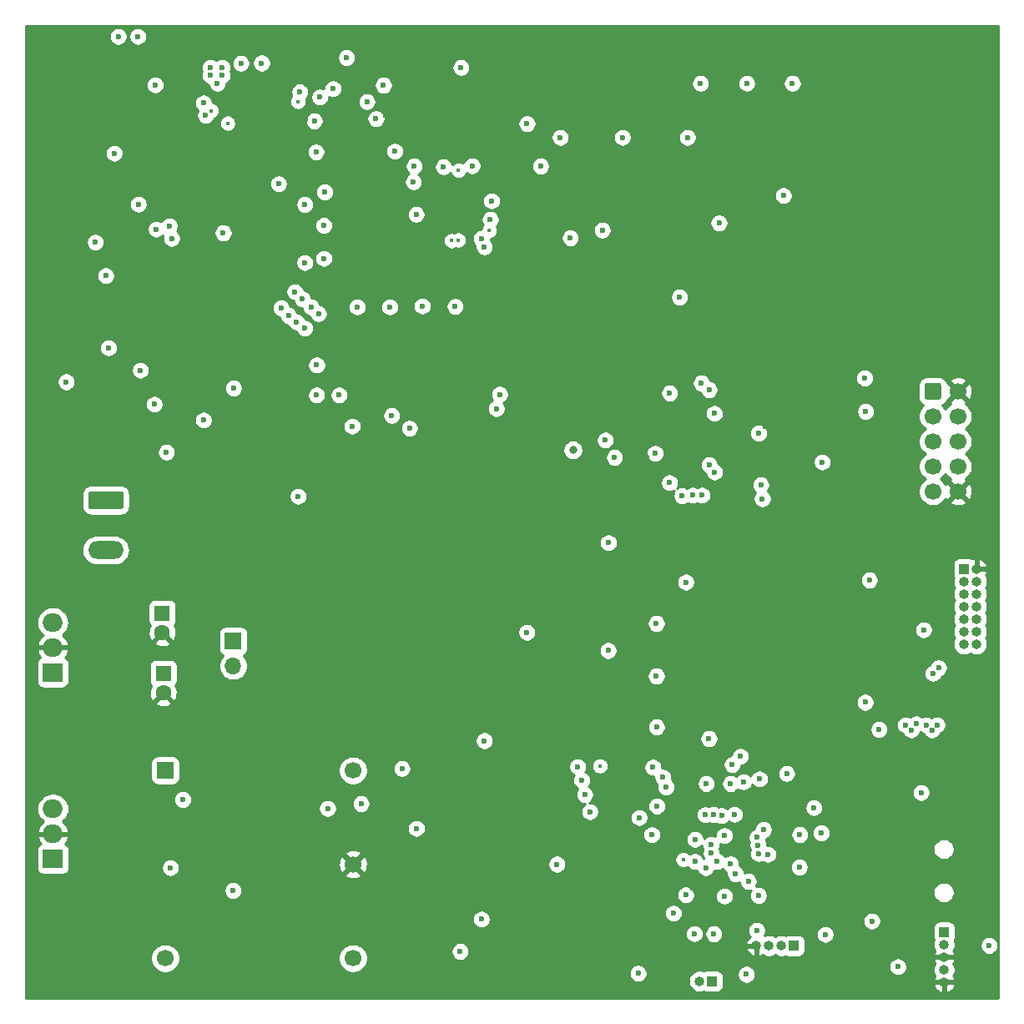
<source format=gbr>
%TF.GenerationSoftware,KiCad,Pcbnew,5.1.6-c6e7f7d~87~ubuntu20.04.1*%
%TF.CreationDate,2020-11-09T11:07:46+00:00*%
%TF.ProjectId,FrequencyCounter,46726571-7565-46e6-9379-436f756e7465,rev?*%
%TF.SameCoordinates,Original*%
%TF.FileFunction,Copper,L2,Inr*%
%TF.FilePolarity,Positive*%
%FSLAX46Y46*%
G04 Gerber Fmt 4.6, Leading zero omitted, Abs format (unit mm)*
G04 Created by KiCad (PCBNEW 5.1.6-c6e7f7d~87~ubuntu20.04.1) date 2020-11-09 11:07:46*
%MOMM*%
%LPD*%
G01*
G04 APERTURE LIST*
%TA.AperFunction,ViaPad*%
%ADD10R,1.600000X1.600000*%
%TD*%
%TA.AperFunction,ViaPad*%
%ADD11C,1.600000*%
%TD*%
%TA.AperFunction,ViaPad*%
%ADD12C,1.700000*%
%TD*%
%TA.AperFunction,ViaPad*%
%ADD13R,1.000000X1.000000*%
%TD*%
%TA.AperFunction,ViaPad*%
%ADD14O,1.000000X1.000000*%
%TD*%
%TA.AperFunction,ViaPad*%
%ADD15R,1.700000X1.700000*%
%TD*%
%TA.AperFunction,ViaPad*%
%ADD16O,1.700000X1.700000*%
%TD*%
%TA.AperFunction,ViaPad*%
%ADD17R,2.000000X1.905000*%
%TD*%
%TA.AperFunction,ViaPad*%
%ADD18O,2.000000X1.905000*%
%TD*%
%TA.AperFunction,ViaPad*%
%ADD19O,3.600000X1.800000*%
%TD*%
%TA.AperFunction,ViaPad*%
%ADD20C,0.600000*%
%TD*%
%TA.AperFunction,ViaPad*%
%ADD21C,0.450000*%
%TD*%
%TA.AperFunction,ViaPad*%
%ADD22C,0.800000*%
%TD*%
%TA.AperFunction,Conductor*%
%ADD23C,0.254000*%
%TD*%
G04 APERTURE END LIST*
D10*
%TO.N,Net-(C1-Pad1)*%
%TO.C,C1*%
X51322000Y-87352000D03*
D11*
%TO.N,GND*%
X51322000Y-89352000D03*
%TD*%
%TO.N,GND*%
%TO.C,C3*%
X51222000Y-83252000D03*
D10*
%TO.N,/VCC_ALWAYS_ON*%
X51222000Y-81252000D03*
%TD*%
%TO.N,Net-(J4-Pad1)*%
%TO.C,J4*%
%TA.AperFunction,ViaPad*%
G36*
G01*
X128550000Y-59350000D02*
X128550000Y-58150000D01*
G75*
G02*
X128800000Y-57900000I250000J0D01*
G01*
X130000000Y-57900000D01*
G75*
G02*
X130250000Y-58150000I0J-250000D01*
G01*
X130250000Y-59350000D01*
G75*
G02*
X130000000Y-59600000I-250000J0D01*
G01*
X128800000Y-59600000D01*
G75*
G02*
X128550000Y-59350000I0J250000D01*
G01*
G37*
%TD.AperFunction*%
D12*
%TO.N,Net-(J4-Pad3)*%
X129400000Y-61290000D03*
%TO.N,Net-(J4-Pad5)*%
X129400000Y-63830000D03*
%TO.N,Net-(J4-Pad7)*%
X129400000Y-66370000D03*
%TO.N,Net-(J4-Pad9)*%
X129400000Y-68910000D03*
%TO.N,GND*%
X131940000Y-58750000D03*
%TO.N,/fpga/3.3V*%
X131940000Y-61290000D03*
%TO.N,Net-(J4-Pad6)*%
X131940000Y-63830000D03*
%TO.N,Net-(J4-Pad8)*%
X131940000Y-66370000D03*
%TO.N,GND*%
X131940000Y-68910000D03*
%TD*%
D13*
%TO.N,+3V3_processor*%
%TO.C,J6*%
X115300000Y-115000000D03*
D14*
%TO.N,/processor/SWD_IO*%
X114030000Y-115000000D03*
%TO.N,/processor/SWD_CLK*%
X112760000Y-115000000D03*
%TO.N,GND*%
X111490000Y-115000000D03*
%TD*%
D13*
%TO.N,+3V3_processor*%
%TO.C,JP1*%
X107000000Y-118600000D03*
D14*
%TO.N,Net-(JP1-Pad2)*%
X105730000Y-118600000D03*
%TD*%
D15*
%TO.N,/VCC_ALWAYS_ON*%
%TO.C,SW1*%
X58420000Y-84074000D03*
D16*
%TO.N,/VCC*%
X58420000Y-86614000D03*
%TD*%
D17*
%TO.N,Net-(C1-Pad1)*%
%TO.C,U1*%
X40122000Y-87282000D03*
D18*
%TO.N,GND*%
X40122000Y-84742000D03*
%TO.N,/VCC_ALWAYS_ON*%
X40122000Y-82202000D03*
%TD*%
%TO.N,+5V*%
%TO.C,U10*%
X40132000Y-101108000D03*
%TO.N,GND*%
X40132000Y-103648000D03*
D17*
%TO.N,/VCC_ALWAYS_ON*%
X40132000Y-106188000D03*
%TD*%
D12*
%TO.N,GND*%
%TO.C,U12*%
X70574000Y-106733000D03*
%TO.N,+5V*%
X70574000Y-97208000D03*
%TO.N,Net-(R33-Pad2)*%
X70574000Y-116258000D03*
%TO.N,Net-(R30-Pad2)*%
X51524000Y-116258000D03*
D15*
%TO.N,Net-(U12-Pad1)*%
X51524000Y-97208000D03*
%TD*%
D14*
%TO.N,GND*%
%TO.C,SW2*%
X130550001Y-118700001D03*
%TO.N,Net-(C109-Pad1)*%
X130550001Y-117430001D03*
%TO.N,GND*%
X130550001Y-116160001D03*
%TO.N,/processor/TIM3_CH1*%
X130550001Y-114890001D03*
D13*
%TO.N,/processor/TIM3_CH2*%
X130550001Y-113620001D03*
%TD*%
D14*
%TO.N,Net-(U22-Pad14)*%
%TO.C,U22*%
X133820000Y-84395000D03*
%TO.N,Net-(U22-Pad13)*%
X132550000Y-84395000D03*
%TO.N,Net-(U22-Pad12)*%
X133820000Y-83125000D03*
%TO.N,Net-(U22-Pad11)*%
X132550000Y-83125000D03*
%TO.N,Net-(U22-Pad10)*%
X133820000Y-81855000D03*
%TO.N,Net-(U20-Pad23)*%
X132550000Y-81855000D03*
%TO.N,Net-(R49-Pad2)*%
X133820000Y-80585000D03*
%TO.N,/processor/SPI1_CLK*%
X132550000Y-80585000D03*
%TO.N,/processor/SPI1_MISO*%
X133820000Y-79315000D03*
%TO.N,/processor/LCD_DC*%
X132550000Y-79315000D03*
%TO.N,/processor/LCD_RESET*%
X133820000Y-78045000D03*
%TO.N,/processor/SPI1_NSS*%
X132550000Y-78045000D03*
%TO.N,GND*%
X133820000Y-76775000D03*
D13*
%TO.N,+3V3_processor*%
X132550000Y-76775000D03*
%TD*%
D19*
%TO.N,Net-(F1-Pad2)*%
%TO.C,J1*%
X45500000Y-74880000D03*
%TO.N,Net-(FB1-Pad2)*%
%TA.AperFunction,ViaPad*%
G36*
G01*
X43950000Y-68900000D02*
X47050000Y-68900000D01*
G75*
G02*
X47300000Y-69150000I0J-250000D01*
G01*
X47300000Y-70450000D01*
G75*
G02*
X47050000Y-70700000I-250000J0D01*
G01*
X43950000Y-70700000D01*
G75*
G02*
X43700000Y-70450000I0J250000D01*
G01*
X43700000Y-69150000D01*
G75*
G02*
X43950000Y-68900000I250000J0D01*
G01*
G37*
%TD.AperFunction*%
%TD*%
D20*
%TO.N,GND*%
X82475000Y-28075000D03*
X81100000Y-27425000D03*
X81100000Y-28700000D03*
X109250000Y-113850000D03*
X53985000Y-40518251D03*
X53985000Y-39248594D03*
X53830834Y-37994623D03*
X53198011Y-36904397D03*
X52188420Y-36151151D03*
X49816118Y-35860000D03*
X48671029Y-35860000D03*
X50961147Y-35862639D03*
X47610000Y-35944060D03*
X45300000Y-36445000D03*
X45300000Y-37450000D03*
X48647970Y-38060000D03*
X49795001Y-38060000D03*
X50941723Y-38067865D03*
X51756015Y-38759158D03*
X51785000Y-39903900D03*
X40750000Y-36625000D03*
X42400000Y-36425000D03*
X39425000Y-36625000D03*
X43750000Y-36125000D03*
X42450000Y-33575000D03*
X40800000Y-33375000D03*
X43750000Y-33925000D03*
X39425000Y-33375000D03*
X45275000Y-33800000D03*
X47501778Y-34600000D03*
X48659920Y-34600000D03*
X49818061Y-34600000D03*
X50976203Y-34600000D03*
X52134344Y-34600000D03*
X53291568Y-34579559D03*
X54413427Y-34315634D03*
X55380634Y-33687770D03*
X45300000Y-32485000D03*
X56325000Y-33275000D03*
X52151477Y-32400000D03*
X51016108Y-32400000D03*
X49880738Y-32400000D03*
X48745369Y-32400000D03*
X54250000Y-31700000D03*
X53285350Y-32369527D03*
X47610000Y-32485000D03*
X105675000Y-75200000D03*
X75200000Y-40780000D03*
X84000000Y-85000000D03*
X68834000Y-31496000D03*
X70104000Y-31496000D03*
X70104000Y-30226000D03*
X68834000Y-30226000D03*
X61214000Y-31496000D03*
X59944000Y-31496000D03*
X61214000Y-29972000D03*
X59944000Y-29972000D03*
X53086000Y-29718000D03*
X48514000Y-43688000D03*
X49276000Y-43688000D03*
X49276000Y-42672000D03*
X48514000Y-42672000D03*
X53848000Y-115316000D03*
X80550000Y-40650000D03*
X81425000Y-40650000D03*
X82250000Y-40650000D03*
X81534000Y-39116000D03*
X80772000Y-39116000D03*
X80010000Y-39116000D03*
X108458000Y-57658000D03*
X101854000Y-69850000D03*
X39200000Y-69800000D03*
X39200000Y-69100000D03*
X76962000Y-115316000D03*
X86106000Y-110744000D03*
X75438000Y-94742000D03*
X75438000Y-99314000D03*
X48514000Y-29972000D03*
X43434000Y-102616000D03*
X44704000Y-102616000D03*
X45974000Y-102616000D03*
X45958000Y-103648000D03*
X44688000Y-103648000D03*
X43418000Y-103648000D03*
X43434000Y-104648000D03*
X44704000Y-104648000D03*
X45974000Y-104648000D03*
X37846000Y-102362000D03*
X37846000Y-103632000D03*
X37846000Y-104902000D03*
X62484000Y-39370000D03*
X85180000Y-86490000D03*
X90100000Y-83800000D03*
X53440000Y-60630000D03*
X47550000Y-58780000D03*
X105025000Y-109100000D03*
X82500000Y-34125000D03*
X112425000Y-62350000D03*
X108475000Y-69500000D03*
X100593000Y-75175000D03*
X100400000Y-65450000D03*
X100125000Y-62450000D03*
X58775000Y-61675000D03*
X115175000Y-92575000D03*
X115175000Y-93550000D03*
X115175000Y-94700000D03*
X104325000Y-96375000D03*
X111775000Y-101475000D03*
X79425000Y-77825000D03*
X57150000Y-33150000D03*
X38075000Y-33375000D03*
X38075000Y-36625000D03*
X47500940Y-38060000D03*
X54102000Y-42748000D03*
X53425000Y-43625000D03*
X52075000Y-44450000D03*
X65125000Y-33325000D03*
X65725000Y-31125000D03*
X100375000Y-58850000D03*
X101275000Y-58850000D03*
X100525000Y-59725000D03*
X39200000Y-70500000D03*
X39200000Y-68300000D03*
X38300000Y-68300000D03*
X38300000Y-69100000D03*
X38300000Y-69800000D03*
X38300000Y-70500000D03*
X38300000Y-71300000D03*
X66150000Y-33340000D03*
X75410000Y-30710000D03*
X73890000Y-30710000D03*
X75610000Y-33330000D03*
X73350000Y-33070000D03*
X118175000Y-32875000D03*
X119112500Y-32875000D03*
X120050000Y-32850000D03*
X120050000Y-33600000D03*
X119112500Y-33600000D03*
X118175000Y-33600000D03*
X76300000Y-29800000D03*
X76300000Y-28700000D03*
X76300000Y-27600000D03*
X77800000Y-27300000D03*
X78900000Y-27300000D03*
X82400000Y-29400000D03*
X82400000Y-30600000D03*
X82000000Y-32800000D03*
X108340000Y-75410000D03*
X75400000Y-72800000D03*
X87300000Y-67900000D03*
X86500000Y-67900000D03*
X85700000Y-67900000D03*
X79400000Y-65900000D03*
X79400000Y-66600000D03*
X79400000Y-67300000D03*
X87500000Y-64800000D03*
X90300000Y-64700000D03*
X85800000Y-64600000D03*
X84600000Y-64800000D03*
X91500000Y-64500000D03*
X89700000Y-66900000D03*
X87800000Y-66900000D03*
X86500000Y-66900000D03*
X85500000Y-67000000D03*
X86300000Y-71900000D03*
X87500000Y-72800000D03*
X87500000Y-74300000D03*
X87500000Y-77900000D03*
X85100000Y-78000000D03*
X87500000Y-81200000D03*
X46000000Y-52000000D03*
X47500000Y-52000000D03*
X49500000Y-52000000D03*
X51500000Y-52000000D03*
X53500000Y-52000000D03*
X55500000Y-52000000D03*
X57500000Y-52000000D03*
X59500000Y-52000000D03*
X61500000Y-52000000D03*
X63500000Y-52000000D03*
X69000000Y-52000000D03*
X72000000Y-52000000D03*
X73500000Y-52000000D03*
X75500000Y-52000000D03*
X78500000Y-53500000D03*
X79500000Y-55000000D03*
X79500000Y-56500000D03*
X63500000Y-55000000D03*
X61500000Y-55000000D03*
X59500000Y-55000000D03*
X57500000Y-55000000D03*
X53500000Y-55000000D03*
X51500000Y-55000000D03*
X49500000Y-55000000D03*
X55500000Y-55000000D03*
X72000000Y-55500000D03*
X73500000Y-55500000D03*
X75500000Y-55500000D03*
X124500000Y-81500000D03*
X124500000Y-83000000D03*
X124500000Y-84500000D03*
X120500000Y-85000000D03*
X120500000Y-86500000D03*
X120000000Y-77500000D03*
X119500000Y-72500000D03*
X121500000Y-72500000D03*
X123500000Y-72500000D03*
X116000000Y-72000000D03*
X114500000Y-76500000D03*
X114500000Y-81000000D03*
X110500000Y-83000000D03*
X110500000Y-78500000D03*
X109000000Y-80000000D03*
X105000000Y-86000000D03*
X105000000Y-83500000D03*
X111000000Y-93000000D03*
X111000000Y-91500000D03*
X109500000Y-87000000D03*
X107500000Y-91000000D03*
X107500000Y-85500000D03*
X70000000Y-40500000D03*
X91000000Y-73000000D03*
X126000000Y-67500000D03*
X111000000Y-58500000D03*
X110500000Y-68000000D03*
%TO.N,Net-(C5-Pad2)*%
X46343662Y-34598556D03*
%TO.N,/logdetector/5V_in*%
X69912500Y-24900000D03*
X81525000Y-25900000D03*
X50602399Y-42307205D03*
X48800000Y-39775000D03*
X45475000Y-47025000D03*
%TO.N,Net-(C8-Pad2)*%
X52165130Y-43234870D03*
%TO.N,Net-(C9-Pad2)*%
X51925000Y-41975000D03*
%TO.N,/divider/AVDD*%
X79750000Y-35975000D03*
X91600000Y-33000000D03*
X82650000Y-35875000D03*
X89600000Y-35900000D03*
X105825000Y-27500000D03*
X97900000Y-33000000D03*
%TO.N,/divider/5V*%
X95850000Y-42400000D03*
X88225000Y-31600000D03*
X107700000Y-41675000D03*
X115150000Y-27500000D03*
X65675000Y-45700000D03*
X65675000Y-39800000D03*
X76787500Y-35887500D03*
X114225000Y-38900000D03*
D21*
%TO.N,Net-(C19-Pad1)*%
X81275000Y-36313851D03*
D20*
%TO.N,/divider/DVDD*%
X83900000Y-44100000D03*
X76975000Y-40800000D03*
X92625000Y-43175000D03*
X110525000Y-27500000D03*
X63025000Y-37700000D03*
%TO.N,/VCC*%
X48750000Y-22750000D03*
X59200000Y-25475000D03*
X61300000Y-25450000D03*
X103700000Y-49200000D03*
X104500000Y-33000000D03*
X129975000Y-86800000D03*
X129412500Y-87362500D03*
X46750000Y-22750000D03*
X65450000Y-49400000D03*
X64025000Y-51050000D03*
X66300000Y-50175000D03*
X64825000Y-51725000D03*
X64675000Y-48650000D03*
X67075000Y-50875000D03*
X63275000Y-50300000D03*
X65675000Y-52350000D03*
%TO.N,/fpga/3.3V*%
X107250000Y-66950000D03*
X107225000Y-61000000D03*
X106700000Y-66200000D03*
X96170000Y-63710000D03*
X101225000Y-65050000D03*
X102675000Y-68025000D03*
X97100000Y-65450000D03*
%TO.N,/frequency_ref/3.3V_ref_in*%
X91270001Y-106730001D03*
%TO.N,+5V*%
X58394000Y-109388000D03*
X53294000Y-100163000D03*
X71394000Y-100588000D03*
X67994000Y-101063000D03*
X75530000Y-97020000D03*
%TO.N,+3V3*%
X52044000Y-107088000D03*
X52044000Y-107088000D03*
X77000000Y-103100000D03*
%TO.N,Net-(C98-Pad2)*%
X105250000Y-106460000D03*
%TO.N,+3V3_processor*%
X106400000Y-98550000D03*
X111800000Y-98075000D03*
X125850000Y-117125000D03*
X105250000Y-104200000D03*
X127700000Y-92500000D03*
X128700000Y-92600000D03*
X129800000Y-92600000D03*
X126600000Y-92600000D03*
X127200000Y-93100000D03*
X129300000Y-93100000D03*
X122525000Y-90300000D03*
X100890000Y-103735000D03*
X105200000Y-113775000D03*
X110475000Y-117900000D03*
X128200000Y-99450000D03*
X135100000Y-114975000D03*
X104325000Y-109850000D03*
X103075000Y-111700000D03*
X118475000Y-113850000D03*
X123925000Y-93050000D03*
X102325000Y-98900000D03*
X106350000Y-107075000D03*
X51640000Y-64930000D03*
X45770000Y-54340000D03*
X41480000Y-57790000D03*
X85100000Y-60500000D03*
X65000000Y-69400000D03*
%TO.N,/processor/TIM3_CH2*%
X109275000Y-101675000D03*
%TO.N,/processor/TIM3_CH1*%
X111525000Y-113425000D03*
%TO.N,Net-(C119-Pad1)*%
X68550000Y-28050000D03*
X73660000Y-27686000D03*
%TO.N,Net-(D12-Pad2)*%
X123200000Y-112500000D03*
%TO.N,/interpolator/f*%
X102700000Y-58925000D03*
X96450000Y-85050000D03*
X101346000Y-87630000D03*
%TO.N,/interpolator/not_c*%
X96475000Y-74125000D03*
X106700000Y-58600000D03*
X101346000Y-82296000D03*
%TO.N,Net-(J4-Pad1)*%
X122475000Y-57400000D03*
X111950000Y-68250000D03*
%TO.N,Net-(J4-Pad3)*%
X122575000Y-60800000D03*
X112100000Y-69650000D03*
%TO.N,Net-(JP1-Pad2)*%
X107175000Y-113800000D03*
%TO.N,Net-(R6-Pad2)*%
X83584457Y-43244984D03*
D21*
%TO.N,Net-(R10-Pad1)*%
X81225000Y-43400000D03*
%TO.N,Net-(R14-Pad1)*%
X80564783Y-43477680D03*
D20*
%TO.N,Net-(R35-Pad2)*%
X83600000Y-112308000D03*
X81440000Y-115583000D03*
%TO.N,Net-(R41-Pad2)*%
X67200000Y-28900000D03*
%TO.N,/processor/DAC2_OUT1*%
X107166942Y-101683058D03*
%TO.N,Net-(R57-Pad2)*%
X58450000Y-58425000D03*
X55400000Y-61675000D03*
%TO.N,/processor/DAC1*%
X99500000Y-117800000D03*
X106300000Y-101700000D03*
%TO.N,/interpolator/int_out*%
X88207600Y-83204999D03*
X101360000Y-92800000D03*
%TO.N,/attenuator/ATTEN_LE*%
X71000000Y-50200000D03*
X67700000Y-38525000D03*
X94600000Y-101400000D03*
X111700000Y-109900000D03*
X66822931Y-34477069D03*
X66650000Y-31325000D03*
D21*
X57850000Y-31550000D03*
D20*
%TO.N,/attenuator/ATTEN1_SERIN*%
X55626000Y-30734000D03*
X84500000Y-41300000D03*
X77600000Y-50100000D03*
X76300000Y-62500000D03*
X101000000Y-96900000D03*
%TO.N,/attenuator/ATTEN2_SEROUT*%
X76700000Y-37500000D03*
X74800000Y-34400000D03*
X72900000Y-31100000D03*
X74300000Y-50200000D03*
X74500000Y-61200000D03*
X101400000Y-100835000D03*
D21*
X84400000Y-42424999D03*
D20*
%TO.N,/attenuator/ATTEN_CLK*%
X80940000Y-50140000D03*
X93361818Y-96838182D03*
X99600000Y-102000000D03*
D21*
X65000000Y-29350000D03*
X56186720Y-30274412D03*
D20*
X84625000Y-39425000D03*
%TO.N,/divider/SENB*%
X85450000Y-59060000D03*
X108875000Y-106700000D03*
%TO.N,/processor/ADC1*%
X44425001Y-43625001D03*
X83900000Y-94200000D03*
X102000000Y-97900000D03*
D21*
X95623061Y-96751939D03*
D20*
X110200000Y-98375000D03*
%TO.N,/divider/OUT*%
X105918000Y-57912000D03*
X57404000Y-42672000D03*
%TO.N,/processor/SPI2_CLK*%
X111725000Y-63000000D03*
X115900000Y-103725000D03*
%TO.N,/processor/MODESHIFT*%
X118175000Y-65925000D03*
X108250000Y-109975000D03*
%TO.N,/processor/SPI2_MISO*%
X106680000Y-93980000D03*
X106930000Y-105610000D03*
D22*
%TO.N,/fpga/refclk*%
X92900000Y-64700000D03*
D20*
%TO.N,/processor/SPI2_NSS*%
X108250000Y-103820000D03*
X104340000Y-78110000D03*
%TO.N,/processor/TIM2_ETR*%
X105025000Y-69300000D03*
X111575000Y-104000000D03*
%TO.N,/processor/SPI2_MOSI*%
X105975000Y-69300000D03*
X106900000Y-104725000D03*
%TO.N,Net-(U20-Pad23)*%
X107957741Y-101804054D03*
X128450000Y-82950000D03*
%TO.N,/processor/LCD_RESET*%
X109050000Y-96625000D03*
%TO.N,/processor/LCD_DC*%
X122950000Y-77900000D03*
X109875000Y-95775000D03*
X108875000Y-98550000D03*
%TO.N,/processor/SPI1_NSS*%
X114575000Y-97525000D03*
X111666699Y-104794729D03*
%TO.N,/processor/SPI1_CLK*%
X111700000Y-105650000D03*
X115850000Y-107025000D03*
%TO.N,/processor/SPI1_MISO*%
X112650000Y-105725000D03*
X118075000Y-103550000D03*
%TO.N,/ref_input_output/ctr_1*%
X50400000Y-60070000D03*
X66880000Y-59130000D03*
X69170000Y-59140000D03*
X94080000Y-99670000D03*
X110670000Y-108460000D03*
%TO.N,/ref_input_output/ctr_0*%
X109380000Y-107700000D03*
X93780000Y-98210000D03*
X70480000Y-62290000D03*
X66890000Y-56090000D03*
X49000000Y-56620000D03*
%TO.N,/divider/div_clkr_N*%
X67600000Y-41925000D03*
%TO.N,/divider/div_clkr_P*%
X67600000Y-45275000D03*
%TO.N,/attenuator/VDD*%
X65175000Y-28375000D03*
X56100000Y-25900000D03*
X57300000Y-25900000D03*
X57300000Y-26700000D03*
X56100000Y-26700000D03*
X55400000Y-29500000D03*
X71974617Y-29370323D03*
X56800000Y-27500000D03*
X50500000Y-27675000D03*
%TO.N,/processor/TIM5_CH2*%
X103950000Y-69350000D03*
X107520000Y-106430000D03*
%TO.N,/fpga/icp0*%
X117330000Y-100990000D03*
X112210000Y-103220000D03*
D21*
%TO.N,/processor/TIM5_ETR*%
X104070000Y-106260000D03*
%TD*%
D23*
%TO.N,GND*%
G36*
X136040000Y-120340000D02*
G01*
X37360000Y-120340000D01*
X37360000Y-116111740D01*
X50039000Y-116111740D01*
X50039000Y-116404260D01*
X50096068Y-116691158D01*
X50208010Y-116961411D01*
X50370525Y-117204632D01*
X50577368Y-117411475D01*
X50820589Y-117573990D01*
X51090842Y-117685932D01*
X51377740Y-117743000D01*
X51670260Y-117743000D01*
X51957158Y-117685932D01*
X52227411Y-117573990D01*
X52470632Y-117411475D01*
X52677475Y-117204632D01*
X52839990Y-116961411D01*
X52951932Y-116691158D01*
X53009000Y-116404260D01*
X53009000Y-116111740D01*
X69089000Y-116111740D01*
X69089000Y-116404260D01*
X69146068Y-116691158D01*
X69258010Y-116961411D01*
X69420525Y-117204632D01*
X69627368Y-117411475D01*
X69870589Y-117573990D01*
X70140842Y-117685932D01*
X70427740Y-117743000D01*
X70720260Y-117743000D01*
X70896662Y-117707911D01*
X98565000Y-117707911D01*
X98565000Y-117892089D01*
X98600932Y-118072729D01*
X98671414Y-118242889D01*
X98773738Y-118396028D01*
X98903972Y-118526262D01*
X99057111Y-118628586D01*
X99227271Y-118699068D01*
X99407911Y-118735000D01*
X99592089Y-118735000D01*
X99772729Y-118699068D01*
X99942889Y-118628586D01*
X100096028Y-118526262D01*
X100134078Y-118488212D01*
X104595000Y-118488212D01*
X104595000Y-118711788D01*
X104638617Y-118931067D01*
X104724176Y-119137624D01*
X104848388Y-119323520D01*
X105006480Y-119481612D01*
X105192376Y-119605824D01*
X105398933Y-119691383D01*
X105618212Y-119735000D01*
X105841788Y-119735000D01*
X106061067Y-119691383D01*
X106172774Y-119645112D01*
X106255820Y-119689502D01*
X106375518Y-119725812D01*
X106500000Y-119738072D01*
X107500000Y-119738072D01*
X107624482Y-119725812D01*
X107744180Y-119689502D01*
X107854494Y-119630537D01*
X107951185Y-119551185D01*
X108030537Y-119454494D01*
X108089502Y-119344180D01*
X108125812Y-119224482D01*
X108138072Y-119100000D01*
X108138072Y-119001875D01*
X129455882Y-119001875D01*
X129472555Y-119056865D01*
X129562878Y-119260207D01*
X129691136Y-119442021D01*
X129852400Y-119595319D01*
X130040472Y-119714211D01*
X130248125Y-119794127D01*
X130423001Y-119669130D01*
X130423001Y-118827001D01*
X130677001Y-118827001D01*
X130677001Y-119669130D01*
X130851877Y-119794127D01*
X131059530Y-119714211D01*
X131247602Y-119595319D01*
X131408866Y-119442021D01*
X131537124Y-119260207D01*
X131627447Y-119056865D01*
X131644120Y-119001875D01*
X131517955Y-118827001D01*
X130677001Y-118827001D01*
X130423001Y-118827001D01*
X129582047Y-118827001D01*
X129455882Y-119001875D01*
X108138072Y-119001875D01*
X108138072Y-118100000D01*
X108125812Y-117975518D01*
X108089502Y-117855820D01*
X108063894Y-117807911D01*
X109540000Y-117807911D01*
X109540000Y-117992089D01*
X109575932Y-118172729D01*
X109646414Y-118342889D01*
X109748738Y-118496028D01*
X109878972Y-118626262D01*
X110032111Y-118728586D01*
X110202271Y-118799068D01*
X110382911Y-118835000D01*
X110567089Y-118835000D01*
X110747729Y-118799068D01*
X110917889Y-118728586D01*
X111071028Y-118626262D01*
X111201262Y-118496028D01*
X111303586Y-118342889D01*
X111374068Y-118172729D01*
X111410000Y-117992089D01*
X111410000Y-117807911D01*
X111374068Y-117627271D01*
X111303586Y-117457111D01*
X111201262Y-117303972D01*
X111071028Y-117173738D01*
X110917889Y-117071414D01*
X110824934Y-117032911D01*
X124915000Y-117032911D01*
X124915000Y-117217089D01*
X124950932Y-117397729D01*
X125021414Y-117567889D01*
X125123738Y-117721028D01*
X125253972Y-117851262D01*
X125407111Y-117953586D01*
X125577271Y-118024068D01*
X125757911Y-118060000D01*
X125942089Y-118060000D01*
X126122729Y-118024068D01*
X126292889Y-117953586D01*
X126446028Y-117851262D01*
X126576262Y-117721028D01*
X126678586Y-117567889D01*
X126749068Y-117397729D01*
X126764884Y-117318213D01*
X129415001Y-117318213D01*
X129415001Y-117541789D01*
X129458618Y-117761068D01*
X129544177Y-117967625D01*
X129612354Y-118069659D01*
X129562878Y-118139795D01*
X129472555Y-118343137D01*
X129455882Y-118398127D01*
X129582047Y-118573001D01*
X130423001Y-118573001D01*
X130423001Y-118561975D01*
X130438213Y-118565001D01*
X130661789Y-118565001D01*
X130677001Y-118561975D01*
X130677001Y-118573001D01*
X131517955Y-118573001D01*
X131644120Y-118398127D01*
X131627447Y-118343137D01*
X131537124Y-118139795D01*
X131487648Y-118069659D01*
X131555825Y-117967625D01*
X131641384Y-117761068D01*
X131685001Y-117541789D01*
X131685001Y-117318213D01*
X131641384Y-117098934D01*
X131555825Y-116892377D01*
X131487648Y-116790343D01*
X131537124Y-116720207D01*
X131627447Y-116516865D01*
X131644120Y-116461875D01*
X131517955Y-116287001D01*
X130677001Y-116287001D01*
X130677001Y-116298027D01*
X130661789Y-116295001D01*
X130438213Y-116295001D01*
X130423001Y-116298027D01*
X130423001Y-116287001D01*
X129582047Y-116287001D01*
X129455882Y-116461875D01*
X129472555Y-116516865D01*
X129562878Y-116720207D01*
X129612354Y-116790343D01*
X129544177Y-116892377D01*
X129458618Y-117098934D01*
X129415001Y-117318213D01*
X126764884Y-117318213D01*
X126785000Y-117217089D01*
X126785000Y-117032911D01*
X126749068Y-116852271D01*
X126678586Y-116682111D01*
X126576262Y-116528972D01*
X126446028Y-116398738D01*
X126292889Y-116296414D01*
X126122729Y-116225932D01*
X125942089Y-116190000D01*
X125757911Y-116190000D01*
X125577271Y-116225932D01*
X125407111Y-116296414D01*
X125253972Y-116398738D01*
X125123738Y-116528972D01*
X125021414Y-116682111D01*
X124950932Y-116852271D01*
X124915000Y-117032911D01*
X110824934Y-117032911D01*
X110747729Y-117000932D01*
X110567089Y-116965000D01*
X110382911Y-116965000D01*
X110202271Y-117000932D01*
X110032111Y-117071414D01*
X109878972Y-117173738D01*
X109748738Y-117303972D01*
X109646414Y-117457111D01*
X109575932Y-117627271D01*
X109540000Y-117807911D01*
X108063894Y-117807911D01*
X108030537Y-117745506D01*
X107951185Y-117648815D01*
X107854494Y-117569463D01*
X107744180Y-117510498D01*
X107624482Y-117474188D01*
X107500000Y-117461928D01*
X106500000Y-117461928D01*
X106375518Y-117474188D01*
X106255820Y-117510498D01*
X106172774Y-117554888D01*
X106061067Y-117508617D01*
X105841788Y-117465000D01*
X105618212Y-117465000D01*
X105398933Y-117508617D01*
X105192376Y-117594176D01*
X105006480Y-117718388D01*
X104848388Y-117876480D01*
X104724176Y-118062376D01*
X104638617Y-118268933D01*
X104595000Y-118488212D01*
X100134078Y-118488212D01*
X100226262Y-118396028D01*
X100328586Y-118242889D01*
X100399068Y-118072729D01*
X100435000Y-117892089D01*
X100435000Y-117707911D01*
X100399068Y-117527271D01*
X100328586Y-117357111D01*
X100226262Y-117203972D01*
X100096028Y-117073738D01*
X99942889Y-116971414D01*
X99772729Y-116900932D01*
X99592089Y-116865000D01*
X99407911Y-116865000D01*
X99227271Y-116900932D01*
X99057111Y-116971414D01*
X98903972Y-117073738D01*
X98773738Y-117203972D01*
X98671414Y-117357111D01*
X98600932Y-117527271D01*
X98565000Y-117707911D01*
X70896662Y-117707911D01*
X71007158Y-117685932D01*
X71277411Y-117573990D01*
X71520632Y-117411475D01*
X71727475Y-117204632D01*
X71889990Y-116961411D01*
X72001932Y-116691158D01*
X72059000Y-116404260D01*
X72059000Y-116111740D01*
X72001932Y-115824842D01*
X71889990Y-115554589D01*
X71847442Y-115490911D01*
X80505000Y-115490911D01*
X80505000Y-115675089D01*
X80540932Y-115855729D01*
X80611414Y-116025889D01*
X80713738Y-116179028D01*
X80843972Y-116309262D01*
X80997111Y-116411586D01*
X81167271Y-116482068D01*
X81347911Y-116518000D01*
X81532089Y-116518000D01*
X81712729Y-116482068D01*
X81882889Y-116411586D01*
X82036028Y-116309262D01*
X82166262Y-116179028D01*
X82268586Y-116025889D01*
X82339068Y-115855729D01*
X82375000Y-115675089D01*
X82375000Y-115490911D01*
X82339068Y-115310271D01*
X82335591Y-115301876D01*
X110395874Y-115301876D01*
X110475790Y-115509529D01*
X110594682Y-115697601D01*
X110747980Y-115858865D01*
X110929794Y-115987123D01*
X111133136Y-116077446D01*
X111188126Y-116094119D01*
X111363000Y-115967954D01*
X111363000Y-115127000D01*
X110520871Y-115127000D01*
X110395874Y-115301876D01*
X82335591Y-115301876D01*
X82268586Y-115140111D01*
X82166262Y-114986972D01*
X82036028Y-114856738D01*
X81882889Y-114754414D01*
X81712729Y-114683932D01*
X81532089Y-114648000D01*
X81347911Y-114648000D01*
X81167271Y-114683932D01*
X80997111Y-114754414D01*
X80843972Y-114856738D01*
X80713738Y-114986972D01*
X80611414Y-115140111D01*
X80540932Y-115310271D01*
X80505000Y-115490911D01*
X71847442Y-115490911D01*
X71727475Y-115311368D01*
X71520632Y-115104525D01*
X71277411Y-114942010D01*
X71007158Y-114830068D01*
X70720260Y-114773000D01*
X70427740Y-114773000D01*
X70140842Y-114830068D01*
X69870589Y-114942010D01*
X69627368Y-115104525D01*
X69420525Y-115311368D01*
X69258010Y-115554589D01*
X69146068Y-115824842D01*
X69089000Y-116111740D01*
X53009000Y-116111740D01*
X52951932Y-115824842D01*
X52839990Y-115554589D01*
X52677475Y-115311368D01*
X52470632Y-115104525D01*
X52227411Y-114942010D01*
X51957158Y-114830068D01*
X51670260Y-114773000D01*
X51377740Y-114773000D01*
X51090842Y-114830068D01*
X50820589Y-114942010D01*
X50577368Y-115104525D01*
X50370525Y-115311368D01*
X50208010Y-115554589D01*
X50096068Y-115824842D01*
X50039000Y-116111740D01*
X37360000Y-116111740D01*
X37360000Y-113682911D01*
X104265000Y-113682911D01*
X104265000Y-113867089D01*
X104300932Y-114047729D01*
X104371414Y-114217889D01*
X104473738Y-114371028D01*
X104603972Y-114501262D01*
X104757111Y-114603586D01*
X104927271Y-114674068D01*
X105107911Y-114710000D01*
X105292089Y-114710000D01*
X105472729Y-114674068D01*
X105642889Y-114603586D01*
X105796028Y-114501262D01*
X105926262Y-114371028D01*
X106028586Y-114217889D01*
X106099068Y-114047729D01*
X106135000Y-113867089D01*
X106135000Y-113707911D01*
X106240000Y-113707911D01*
X106240000Y-113892089D01*
X106275932Y-114072729D01*
X106346414Y-114242889D01*
X106448738Y-114396028D01*
X106578972Y-114526262D01*
X106732111Y-114628586D01*
X106902271Y-114699068D01*
X107082911Y-114735000D01*
X107267089Y-114735000D01*
X107447729Y-114699068D01*
X107450008Y-114698124D01*
X110395874Y-114698124D01*
X110520871Y-114873000D01*
X111363000Y-114873000D01*
X111363000Y-114853000D01*
X111617000Y-114853000D01*
X111617000Y-114873000D01*
X111628026Y-114873000D01*
X111625000Y-114888212D01*
X111625000Y-115111788D01*
X111628026Y-115127000D01*
X111617000Y-115127000D01*
X111617000Y-115967954D01*
X111791874Y-116094119D01*
X111846864Y-116077446D01*
X112050206Y-115987123D01*
X112120342Y-115937647D01*
X112222376Y-116005824D01*
X112428933Y-116091383D01*
X112648212Y-116135000D01*
X112871788Y-116135000D01*
X113091067Y-116091383D01*
X113297624Y-116005824D01*
X113395000Y-115940759D01*
X113492376Y-116005824D01*
X113698933Y-116091383D01*
X113918212Y-116135000D01*
X114141788Y-116135000D01*
X114361067Y-116091383D01*
X114472774Y-116045112D01*
X114555820Y-116089502D01*
X114675518Y-116125812D01*
X114800000Y-116138072D01*
X115800000Y-116138072D01*
X115924482Y-116125812D01*
X116044180Y-116089502D01*
X116154494Y-116030537D01*
X116251185Y-115951185D01*
X116330537Y-115854494D01*
X116389502Y-115744180D01*
X116425812Y-115624482D01*
X116438072Y-115500000D01*
X116438072Y-114500000D01*
X116425812Y-114375518D01*
X116389502Y-114255820D01*
X116330537Y-114145506D01*
X116251185Y-114048815D01*
X116154494Y-113969463D01*
X116044180Y-113910498D01*
X115924482Y-113874188D01*
X115800000Y-113861928D01*
X114800000Y-113861928D01*
X114675518Y-113874188D01*
X114555820Y-113910498D01*
X114472774Y-113954888D01*
X114361067Y-113908617D01*
X114141788Y-113865000D01*
X113918212Y-113865000D01*
X113698933Y-113908617D01*
X113492376Y-113994176D01*
X113395000Y-114059241D01*
X113297624Y-113994176D01*
X113091067Y-113908617D01*
X112871788Y-113865000D01*
X112648212Y-113865000D01*
X112428933Y-113908617D01*
X112287124Y-113967356D01*
X112353586Y-113867889D01*
X112399140Y-113757911D01*
X117540000Y-113757911D01*
X117540000Y-113942089D01*
X117575932Y-114122729D01*
X117646414Y-114292889D01*
X117748738Y-114446028D01*
X117878972Y-114576262D01*
X118032111Y-114678586D01*
X118202271Y-114749068D01*
X118382911Y-114785000D01*
X118567089Y-114785000D01*
X118747729Y-114749068D01*
X118917889Y-114678586D01*
X119071028Y-114576262D01*
X119201262Y-114446028D01*
X119303586Y-114292889D01*
X119374068Y-114122729D01*
X119410000Y-113942089D01*
X119410000Y-113757911D01*
X119374068Y-113577271D01*
X119303586Y-113407111D01*
X119201262Y-113253972D01*
X119071028Y-113123738D01*
X118917889Y-113021414D01*
X118747729Y-112950932D01*
X118567089Y-112915000D01*
X118382911Y-112915000D01*
X118202271Y-112950932D01*
X118032111Y-113021414D01*
X117878972Y-113123738D01*
X117748738Y-113253972D01*
X117646414Y-113407111D01*
X117575932Y-113577271D01*
X117540000Y-113757911D01*
X112399140Y-113757911D01*
X112424068Y-113697729D01*
X112460000Y-113517089D01*
X112460000Y-113332911D01*
X112424068Y-113152271D01*
X112353586Y-112982111D01*
X112251262Y-112828972D01*
X112121028Y-112698738D01*
X111967889Y-112596414D01*
X111797729Y-112525932D01*
X111617089Y-112490000D01*
X111432911Y-112490000D01*
X111252271Y-112525932D01*
X111082111Y-112596414D01*
X110928972Y-112698738D01*
X110798738Y-112828972D01*
X110696414Y-112982111D01*
X110625932Y-113152271D01*
X110590000Y-113332911D01*
X110590000Y-113517089D01*
X110625932Y-113697729D01*
X110696414Y-113867889D01*
X110798738Y-114021028D01*
X110848169Y-114070459D01*
X110747980Y-114141135D01*
X110594682Y-114302399D01*
X110475790Y-114490471D01*
X110395874Y-114698124D01*
X107450008Y-114698124D01*
X107617889Y-114628586D01*
X107771028Y-114526262D01*
X107901262Y-114396028D01*
X108003586Y-114242889D01*
X108074068Y-114072729D01*
X108110000Y-113892089D01*
X108110000Y-113707911D01*
X108074068Y-113527271D01*
X108003586Y-113357111D01*
X107901262Y-113203972D01*
X107771028Y-113073738D01*
X107617889Y-112971414D01*
X107447729Y-112900932D01*
X107267089Y-112865000D01*
X107082911Y-112865000D01*
X106902271Y-112900932D01*
X106732111Y-112971414D01*
X106578972Y-113073738D01*
X106448738Y-113203972D01*
X106346414Y-113357111D01*
X106275932Y-113527271D01*
X106240000Y-113707911D01*
X106135000Y-113707911D01*
X106135000Y-113682911D01*
X106099068Y-113502271D01*
X106028586Y-113332111D01*
X105926262Y-113178972D01*
X105796028Y-113048738D01*
X105642889Y-112946414D01*
X105472729Y-112875932D01*
X105292089Y-112840000D01*
X105107911Y-112840000D01*
X104927271Y-112875932D01*
X104757111Y-112946414D01*
X104603972Y-113048738D01*
X104473738Y-113178972D01*
X104371414Y-113332111D01*
X104300932Y-113502271D01*
X104265000Y-113682911D01*
X37360000Y-113682911D01*
X37360000Y-112215911D01*
X82665000Y-112215911D01*
X82665000Y-112400089D01*
X82700932Y-112580729D01*
X82771414Y-112750889D01*
X82873738Y-112904028D01*
X83003972Y-113034262D01*
X83157111Y-113136586D01*
X83327271Y-113207068D01*
X83507911Y-113243000D01*
X83692089Y-113243000D01*
X83872729Y-113207068D01*
X84042889Y-113136586D01*
X84196028Y-113034262D01*
X84326262Y-112904028D01*
X84428586Y-112750889D01*
X84499068Y-112580729D01*
X84535000Y-112400089D01*
X84535000Y-112215911D01*
X84499068Y-112035271D01*
X84428586Y-111865111D01*
X84326262Y-111711972D01*
X84222201Y-111607911D01*
X102140000Y-111607911D01*
X102140000Y-111792089D01*
X102175932Y-111972729D01*
X102246414Y-112142889D01*
X102348738Y-112296028D01*
X102478972Y-112426262D01*
X102632111Y-112528586D01*
X102802271Y-112599068D01*
X102982911Y-112635000D01*
X103167089Y-112635000D01*
X103347729Y-112599068D01*
X103517889Y-112528586D01*
X103671028Y-112426262D01*
X103689379Y-112407911D01*
X122265000Y-112407911D01*
X122265000Y-112592089D01*
X122300932Y-112772729D01*
X122371414Y-112942889D01*
X122473738Y-113096028D01*
X122603972Y-113226262D01*
X122757111Y-113328586D01*
X122927271Y-113399068D01*
X123107911Y-113435000D01*
X123292089Y-113435000D01*
X123472729Y-113399068D01*
X123642889Y-113328586D01*
X123796028Y-113226262D01*
X123902289Y-113120001D01*
X129411929Y-113120001D01*
X129411929Y-114120001D01*
X129424189Y-114244483D01*
X129460499Y-114364181D01*
X129504889Y-114447227D01*
X129458618Y-114558934D01*
X129415001Y-114778213D01*
X129415001Y-115001789D01*
X129458618Y-115221068D01*
X129544177Y-115427625D01*
X129612354Y-115529659D01*
X129562878Y-115599795D01*
X129472555Y-115803137D01*
X129455882Y-115858127D01*
X129582047Y-116033001D01*
X130423001Y-116033001D01*
X130423001Y-116021975D01*
X130438213Y-116025001D01*
X130661789Y-116025001D01*
X130677001Y-116021975D01*
X130677001Y-116033001D01*
X131517955Y-116033001D01*
X131644120Y-115858127D01*
X131627447Y-115803137D01*
X131537124Y-115599795D01*
X131487648Y-115529659D01*
X131555825Y-115427625D01*
X131641384Y-115221068D01*
X131685001Y-115001789D01*
X131685001Y-114882911D01*
X134165000Y-114882911D01*
X134165000Y-115067089D01*
X134200932Y-115247729D01*
X134271414Y-115417889D01*
X134373738Y-115571028D01*
X134503972Y-115701262D01*
X134657111Y-115803586D01*
X134827271Y-115874068D01*
X135007911Y-115910000D01*
X135192089Y-115910000D01*
X135372729Y-115874068D01*
X135542889Y-115803586D01*
X135696028Y-115701262D01*
X135826262Y-115571028D01*
X135928586Y-115417889D01*
X135999068Y-115247729D01*
X136035000Y-115067089D01*
X136035000Y-114882911D01*
X135999068Y-114702271D01*
X135928586Y-114532111D01*
X135826262Y-114378972D01*
X135696028Y-114248738D01*
X135542889Y-114146414D01*
X135372729Y-114075932D01*
X135192089Y-114040000D01*
X135007911Y-114040000D01*
X134827271Y-114075932D01*
X134657111Y-114146414D01*
X134503972Y-114248738D01*
X134373738Y-114378972D01*
X134271414Y-114532111D01*
X134200932Y-114702271D01*
X134165000Y-114882911D01*
X131685001Y-114882911D01*
X131685001Y-114778213D01*
X131641384Y-114558934D01*
X131595113Y-114447227D01*
X131639503Y-114364181D01*
X131675813Y-114244483D01*
X131688073Y-114120001D01*
X131688073Y-113120001D01*
X131675813Y-112995519D01*
X131639503Y-112875821D01*
X131580538Y-112765507D01*
X131501186Y-112668816D01*
X131404495Y-112589464D01*
X131294181Y-112530499D01*
X131174483Y-112494189D01*
X131050001Y-112481929D01*
X130050001Y-112481929D01*
X129925519Y-112494189D01*
X129805821Y-112530499D01*
X129695507Y-112589464D01*
X129598816Y-112668816D01*
X129519464Y-112765507D01*
X129460499Y-112875821D01*
X129424189Y-112995519D01*
X129411929Y-113120001D01*
X123902289Y-113120001D01*
X123926262Y-113096028D01*
X124028586Y-112942889D01*
X124099068Y-112772729D01*
X124135000Y-112592089D01*
X124135000Y-112407911D01*
X124099068Y-112227271D01*
X124028586Y-112057111D01*
X123926262Y-111903972D01*
X123796028Y-111773738D01*
X123642889Y-111671414D01*
X123472729Y-111600932D01*
X123292089Y-111565000D01*
X123107911Y-111565000D01*
X122927271Y-111600932D01*
X122757111Y-111671414D01*
X122603972Y-111773738D01*
X122473738Y-111903972D01*
X122371414Y-112057111D01*
X122300932Y-112227271D01*
X122265000Y-112407911D01*
X103689379Y-112407911D01*
X103801262Y-112296028D01*
X103903586Y-112142889D01*
X103974068Y-111972729D01*
X104010000Y-111792089D01*
X104010000Y-111607911D01*
X103974068Y-111427271D01*
X103903586Y-111257111D01*
X103801262Y-111103972D01*
X103671028Y-110973738D01*
X103517889Y-110871414D01*
X103347729Y-110800932D01*
X103167089Y-110765000D01*
X102982911Y-110765000D01*
X102802271Y-110800932D01*
X102632111Y-110871414D01*
X102478972Y-110973738D01*
X102348738Y-111103972D01*
X102246414Y-111257111D01*
X102175932Y-111427271D01*
X102140000Y-111607911D01*
X84222201Y-111607911D01*
X84196028Y-111581738D01*
X84042889Y-111479414D01*
X83872729Y-111408932D01*
X83692089Y-111373000D01*
X83507911Y-111373000D01*
X83327271Y-111408932D01*
X83157111Y-111479414D01*
X83003972Y-111581738D01*
X82873738Y-111711972D01*
X82771414Y-111865111D01*
X82700932Y-112035271D01*
X82665000Y-112215911D01*
X37360000Y-112215911D01*
X37360000Y-109295911D01*
X57459000Y-109295911D01*
X57459000Y-109480089D01*
X57494932Y-109660729D01*
X57565414Y-109830889D01*
X57667738Y-109984028D01*
X57797972Y-110114262D01*
X57951111Y-110216586D01*
X58121271Y-110287068D01*
X58301911Y-110323000D01*
X58486089Y-110323000D01*
X58666729Y-110287068D01*
X58836889Y-110216586D01*
X58990028Y-110114262D01*
X59120262Y-109984028D01*
X59222586Y-109830889D01*
X59252814Y-109757911D01*
X103390000Y-109757911D01*
X103390000Y-109942089D01*
X103425932Y-110122729D01*
X103496414Y-110292889D01*
X103598738Y-110446028D01*
X103728972Y-110576262D01*
X103882111Y-110678586D01*
X104052271Y-110749068D01*
X104232911Y-110785000D01*
X104417089Y-110785000D01*
X104597729Y-110749068D01*
X104767889Y-110678586D01*
X104921028Y-110576262D01*
X105051262Y-110446028D01*
X105153586Y-110292889D01*
X105224068Y-110122729D01*
X105260000Y-109942089D01*
X105260000Y-109882911D01*
X107315000Y-109882911D01*
X107315000Y-110067089D01*
X107350932Y-110247729D01*
X107421414Y-110417889D01*
X107523738Y-110571028D01*
X107653972Y-110701262D01*
X107807111Y-110803586D01*
X107977271Y-110874068D01*
X108157911Y-110910000D01*
X108342089Y-110910000D01*
X108522729Y-110874068D01*
X108692889Y-110803586D01*
X108846028Y-110701262D01*
X108976262Y-110571028D01*
X109078586Y-110417889D01*
X109149068Y-110247729D01*
X109185000Y-110067089D01*
X109185000Y-109882911D01*
X109149068Y-109702271D01*
X109078586Y-109532111D01*
X108976262Y-109378972D01*
X108846028Y-109248738D01*
X108692889Y-109146414D01*
X108522729Y-109075932D01*
X108342089Y-109040000D01*
X108157911Y-109040000D01*
X107977271Y-109075932D01*
X107807111Y-109146414D01*
X107653972Y-109248738D01*
X107523738Y-109378972D01*
X107421414Y-109532111D01*
X107350932Y-109702271D01*
X107315000Y-109882911D01*
X105260000Y-109882911D01*
X105260000Y-109757911D01*
X105224068Y-109577271D01*
X105153586Y-109407111D01*
X105051262Y-109253972D01*
X104921028Y-109123738D01*
X104767889Y-109021414D01*
X104597729Y-108950932D01*
X104417089Y-108915000D01*
X104232911Y-108915000D01*
X104052271Y-108950932D01*
X103882111Y-109021414D01*
X103728972Y-109123738D01*
X103598738Y-109253972D01*
X103496414Y-109407111D01*
X103425932Y-109577271D01*
X103390000Y-109757911D01*
X59252814Y-109757911D01*
X59293068Y-109660729D01*
X59329000Y-109480089D01*
X59329000Y-109295911D01*
X59293068Y-109115271D01*
X59222586Y-108945111D01*
X59120262Y-108791972D01*
X58990028Y-108661738D01*
X58836889Y-108559414D01*
X58666729Y-108488932D01*
X58486089Y-108453000D01*
X58301911Y-108453000D01*
X58121271Y-108488932D01*
X57951111Y-108559414D01*
X57797972Y-108661738D01*
X57667738Y-108791972D01*
X57565414Y-108945111D01*
X57494932Y-109115271D01*
X57459000Y-109295911D01*
X37360000Y-109295911D01*
X37360000Y-105235500D01*
X38493928Y-105235500D01*
X38493928Y-107140500D01*
X38506188Y-107264982D01*
X38542498Y-107384680D01*
X38601463Y-107494994D01*
X38680815Y-107591685D01*
X38777506Y-107671037D01*
X38887820Y-107730002D01*
X39007518Y-107766312D01*
X39132000Y-107778572D01*
X41132000Y-107778572D01*
X41256482Y-107766312D01*
X41376180Y-107730002D01*
X41486494Y-107671037D01*
X41583185Y-107591685D01*
X41662537Y-107494994D01*
X41721502Y-107384680D01*
X41757812Y-107264982D01*
X41770072Y-107140500D01*
X41770072Y-106995911D01*
X51109000Y-106995911D01*
X51109000Y-107180089D01*
X51144932Y-107360729D01*
X51215414Y-107530889D01*
X51317738Y-107684028D01*
X51447972Y-107814262D01*
X51601111Y-107916586D01*
X51771271Y-107987068D01*
X51951911Y-108023000D01*
X52136089Y-108023000D01*
X52316729Y-107987068D01*
X52486889Y-107916586D01*
X52640028Y-107814262D01*
X52692893Y-107761397D01*
X69725208Y-107761397D01*
X69802843Y-108010472D01*
X70066883Y-108136371D01*
X70350411Y-108208339D01*
X70642531Y-108223611D01*
X70932019Y-108181599D01*
X71207747Y-108083919D01*
X71345157Y-108010472D01*
X71422792Y-107761397D01*
X70574000Y-106912605D01*
X69725208Y-107761397D01*
X52692893Y-107761397D01*
X52770262Y-107684028D01*
X52872586Y-107530889D01*
X52943068Y-107360729D01*
X52979000Y-107180089D01*
X52979000Y-106995911D01*
X52943068Y-106815271D01*
X52937377Y-106801531D01*
X69083389Y-106801531D01*
X69125401Y-107091019D01*
X69223081Y-107366747D01*
X69296528Y-107504157D01*
X69545603Y-107581792D01*
X70394395Y-106733000D01*
X70753605Y-106733000D01*
X71602397Y-107581792D01*
X71851472Y-107504157D01*
X71977371Y-107240117D01*
X72049339Y-106956589D01*
X72064611Y-106664469D01*
X72060757Y-106637912D01*
X90335001Y-106637912D01*
X90335001Y-106822090D01*
X90370933Y-107002730D01*
X90441415Y-107172890D01*
X90543739Y-107326029D01*
X90673973Y-107456263D01*
X90827112Y-107558587D01*
X90997272Y-107629069D01*
X91177912Y-107665001D01*
X91362090Y-107665001D01*
X91542730Y-107629069D01*
X91712890Y-107558587D01*
X91866029Y-107456263D01*
X91996263Y-107326029D01*
X92098587Y-107172890D01*
X92169069Y-107002730D01*
X92205001Y-106822090D01*
X92205001Y-106637912D01*
X92169069Y-106457272D01*
X92098587Y-106287112D01*
X92023875Y-106175297D01*
X103210000Y-106175297D01*
X103210000Y-106344703D01*
X103243049Y-106510853D01*
X103307878Y-106667363D01*
X103401995Y-106808218D01*
X103521782Y-106928005D01*
X103662637Y-107022122D01*
X103819147Y-107086951D01*
X103985297Y-107120000D01*
X104154703Y-107120000D01*
X104320853Y-107086951D01*
X104477363Y-107022122D01*
X104493761Y-107011165D01*
X104523738Y-107056028D01*
X104653972Y-107186262D01*
X104807111Y-107288586D01*
X104977271Y-107359068D01*
X105157911Y-107395000D01*
X105342089Y-107395000D01*
X105460736Y-107371399D01*
X105521414Y-107517889D01*
X105623738Y-107671028D01*
X105753972Y-107801262D01*
X105907111Y-107903586D01*
X106077271Y-107974068D01*
X106257911Y-108010000D01*
X106442089Y-108010000D01*
X106622729Y-107974068D01*
X106792889Y-107903586D01*
X106946028Y-107801262D01*
X107076262Y-107671028D01*
X107178586Y-107517889D01*
X107249068Y-107347729D01*
X107252570Y-107330122D01*
X107427911Y-107365000D01*
X107612089Y-107365000D01*
X107792729Y-107329068D01*
X107962889Y-107258586D01*
X108074078Y-107184292D01*
X108148738Y-107296028D01*
X108278972Y-107426262D01*
X108432111Y-107528586D01*
X108458597Y-107539557D01*
X108445000Y-107607911D01*
X108445000Y-107792089D01*
X108480932Y-107972729D01*
X108551414Y-108142889D01*
X108653738Y-108296028D01*
X108783972Y-108426262D01*
X108937111Y-108528586D01*
X109107271Y-108599068D01*
X109287911Y-108635000D01*
X109472089Y-108635000D01*
X109652729Y-108599068D01*
X109737371Y-108564008D01*
X109770932Y-108732729D01*
X109841414Y-108902889D01*
X109943738Y-109056028D01*
X110073972Y-109186262D01*
X110227111Y-109288586D01*
X110397271Y-109359068D01*
X110577911Y-109395000D01*
X110762089Y-109395000D01*
X110936034Y-109360400D01*
X110871414Y-109457111D01*
X110800932Y-109627271D01*
X110765000Y-109807911D01*
X110765000Y-109992089D01*
X110800932Y-110172729D01*
X110871414Y-110342889D01*
X110973738Y-110496028D01*
X111103972Y-110626262D01*
X111257111Y-110728586D01*
X111427271Y-110799068D01*
X111607911Y-110835000D01*
X111792089Y-110835000D01*
X111972729Y-110799068D01*
X112142889Y-110728586D01*
X112296028Y-110626262D01*
X112426262Y-110496028D01*
X112528586Y-110342889D01*
X112599068Y-110172729D01*
X112635000Y-109992089D01*
X112635000Y-109807911D01*
X112599068Y-109627271D01*
X112543509Y-109493137D01*
X129415000Y-109493137D01*
X129415000Y-109706863D01*
X129456696Y-109916483D01*
X129538485Y-110113940D01*
X129657225Y-110291647D01*
X129808353Y-110442775D01*
X129986060Y-110561515D01*
X130183517Y-110643304D01*
X130393137Y-110685000D01*
X130606863Y-110685000D01*
X130816483Y-110643304D01*
X131013940Y-110561515D01*
X131191647Y-110442775D01*
X131342775Y-110291647D01*
X131461515Y-110113940D01*
X131543304Y-109916483D01*
X131585000Y-109706863D01*
X131585000Y-109493137D01*
X131543304Y-109283517D01*
X131461515Y-109086060D01*
X131342775Y-108908353D01*
X131191647Y-108757225D01*
X131013940Y-108638485D01*
X130816483Y-108556696D01*
X130606863Y-108515000D01*
X130393137Y-108515000D01*
X130183517Y-108556696D01*
X129986060Y-108638485D01*
X129808353Y-108757225D01*
X129657225Y-108908353D01*
X129538485Y-109086060D01*
X129456696Y-109283517D01*
X129415000Y-109493137D01*
X112543509Y-109493137D01*
X112528586Y-109457111D01*
X112426262Y-109303972D01*
X112296028Y-109173738D01*
X112142889Y-109071414D01*
X111972729Y-109000932D01*
X111792089Y-108965000D01*
X111607911Y-108965000D01*
X111433966Y-108999600D01*
X111498586Y-108902889D01*
X111569068Y-108732729D01*
X111605000Y-108552089D01*
X111605000Y-108367911D01*
X111569068Y-108187271D01*
X111498586Y-108017111D01*
X111396262Y-107863972D01*
X111266028Y-107733738D01*
X111112889Y-107631414D01*
X110942729Y-107560932D01*
X110762089Y-107525000D01*
X110577911Y-107525000D01*
X110397271Y-107560932D01*
X110312629Y-107595992D01*
X110279068Y-107427271D01*
X110208586Y-107257111D01*
X110106262Y-107103972D01*
X109976028Y-106973738D01*
X109914926Y-106932911D01*
X114915000Y-106932911D01*
X114915000Y-107117089D01*
X114950932Y-107297729D01*
X115021414Y-107467889D01*
X115123738Y-107621028D01*
X115253972Y-107751262D01*
X115407111Y-107853586D01*
X115577271Y-107924068D01*
X115757911Y-107960000D01*
X115942089Y-107960000D01*
X116122729Y-107924068D01*
X116292889Y-107853586D01*
X116446028Y-107751262D01*
X116576262Y-107621028D01*
X116678586Y-107467889D01*
X116749068Y-107297729D01*
X116785000Y-107117089D01*
X116785000Y-106932911D01*
X116749068Y-106752271D01*
X116678586Y-106582111D01*
X116576262Y-106428972D01*
X116446028Y-106298738D01*
X116292889Y-106196414D01*
X116122729Y-106125932D01*
X115942089Y-106090000D01*
X115757911Y-106090000D01*
X115577271Y-106125932D01*
X115407111Y-106196414D01*
X115253972Y-106298738D01*
X115123738Y-106428972D01*
X115021414Y-106582111D01*
X114950932Y-106752271D01*
X114915000Y-106932911D01*
X109914926Y-106932911D01*
X109822889Y-106871414D01*
X109796403Y-106860443D01*
X109810000Y-106792089D01*
X109810000Y-106607911D01*
X109774068Y-106427271D01*
X109703586Y-106257111D01*
X109601262Y-106103972D01*
X109471028Y-105973738D01*
X109317889Y-105871414D01*
X109147729Y-105800932D01*
X108967089Y-105765000D01*
X108782911Y-105765000D01*
X108602271Y-105800932D01*
X108432111Y-105871414D01*
X108320922Y-105945708D01*
X108246262Y-105833972D01*
X108116028Y-105703738D01*
X107962889Y-105601414D01*
X107865000Y-105560867D01*
X107865000Y-105517911D01*
X107829068Y-105337271D01*
X107758586Y-105167111D01*
X107740265Y-105139692D01*
X107799068Y-104997729D01*
X107835000Y-104817089D01*
X107835000Y-104660138D01*
X107977271Y-104719068D01*
X108157911Y-104755000D01*
X108342089Y-104755000D01*
X108522729Y-104719068D01*
X108692889Y-104648586D01*
X108846028Y-104546262D01*
X108976262Y-104416028D01*
X109078586Y-104262889D01*
X109149068Y-104092729D01*
X109185000Y-103912089D01*
X109185000Y-103907911D01*
X110640000Y-103907911D01*
X110640000Y-104092089D01*
X110675932Y-104272729D01*
X110746414Y-104442889D01*
X110779740Y-104492765D01*
X110767631Y-104522000D01*
X110731699Y-104702640D01*
X110731699Y-104886818D01*
X110767631Y-105067458D01*
X110838113Y-105237618D01*
X110850870Y-105256710D01*
X110800932Y-105377271D01*
X110765000Y-105557911D01*
X110765000Y-105742089D01*
X110800932Y-105922729D01*
X110871414Y-106092889D01*
X110973738Y-106246028D01*
X111103972Y-106376262D01*
X111257111Y-106478586D01*
X111427271Y-106549068D01*
X111607911Y-106585000D01*
X111792089Y-106585000D01*
X111972729Y-106549068D01*
X112113243Y-106490866D01*
X112207111Y-106553586D01*
X112377271Y-106624068D01*
X112557911Y-106660000D01*
X112742089Y-106660000D01*
X112922729Y-106624068D01*
X113092889Y-106553586D01*
X113246028Y-106451262D01*
X113376262Y-106321028D01*
X113478586Y-106167889D01*
X113549068Y-105997729D01*
X113585000Y-105817089D01*
X113585000Y-105632911D01*
X113549068Y-105452271D01*
X113478586Y-105282111D01*
X113376262Y-105128972D01*
X113340427Y-105093137D01*
X129415000Y-105093137D01*
X129415000Y-105306863D01*
X129456696Y-105516483D01*
X129538485Y-105713940D01*
X129657225Y-105891647D01*
X129808353Y-106042775D01*
X129986060Y-106161515D01*
X130183517Y-106243304D01*
X130393137Y-106285000D01*
X130606863Y-106285000D01*
X130816483Y-106243304D01*
X131013940Y-106161515D01*
X131191647Y-106042775D01*
X131342775Y-105891647D01*
X131461515Y-105713940D01*
X131543304Y-105516483D01*
X131585000Y-105306863D01*
X131585000Y-105093137D01*
X131543304Y-104883517D01*
X131461515Y-104686060D01*
X131342775Y-104508353D01*
X131191647Y-104357225D01*
X131013940Y-104238485D01*
X130816483Y-104156696D01*
X130606863Y-104115000D01*
X130393137Y-104115000D01*
X130183517Y-104156696D01*
X129986060Y-104238485D01*
X129808353Y-104357225D01*
X129657225Y-104508353D01*
X129538485Y-104686060D01*
X129456696Y-104883517D01*
X129415000Y-105093137D01*
X113340427Y-105093137D01*
X113246028Y-104998738D01*
X113092889Y-104896414D01*
X112922729Y-104825932D01*
X112742089Y-104790000D01*
X112601699Y-104790000D01*
X112601699Y-104702640D01*
X112565767Y-104522000D01*
X112495285Y-104351840D01*
X112461959Y-104301964D01*
X112474068Y-104272729D01*
X112506600Y-104109180D01*
X112652889Y-104048586D01*
X112806028Y-103946262D01*
X112936262Y-103816028D01*
X113038586Y-103662889D01*
X113051003Y-103632911D01*
X114965000Y-103632911D01*
X114965000Y-103817089D01*
X115000932Y-103997729D01*
X115071414Y-104167889D01*
X115173738Y-104321028D01*
X115303972Y-104451262D01*
X115457111Y-104553586D01*
X115627271Y-104624068D01*
X115807911Y-104660000D01*
X115992089Y-104660000D01*
X116172729Y-104624068D01*
X116342889Y-104553586D01*
X116496028Y-104451262D01*
X116626262Y-104321028D01*
X116728586Y-104167889D01*
X116799068Y-103997729D01*
X116835000Y-103817089D01*
X116835000Y-103632911D01*
X116800190Y-103457911D01*
X117140000Y-103457911D01*
X117140000Y-103642089D01*
X117175932Y-103822729D01*
X117246414Y-103992889D01*
X117348738Y-104146028D01*
X117478972Y-104276262D01*
X117632111Y-104378586D01*
X117802271Y-104449068D01*
X117982911Y-104485000D01*
X118167089Y-104485000D01*
X118347729Y-104449068D01*
X118517889Y-104378586D01*
X118671028Y-104276262D01*
X118801262Y-104146028D01*
X118903586Y-103992889D01*
X118974068Y-103822729D01*
X119010000Y-103642089D01*
X119010000Y-103457911D01*
X118974068Y-103277271D01*
X118903586Y-103107111D01*
X118801262Y-102953972D01*
X118671028Y-102823738D01*
X118517889Y-102721414D01*
X118347729Y-102650932D01*
X118167089Y-102615000D01*
X117982911Y-102615000D01*
X117802271Y-102650932D01*
X117632111Y-102721414D01*
X117478972Y-102823738D01*
X117348738Y-102953972D01*
X117246414Y-103107111D01*
X117175932Y-103277271D01*
X117140000Y-103457911D01*
X116800190Y-103457911D01*
X116799068Y-103452271D01*
X116728586Y-103282111D01*
X116626262Y-103128972D01*
X116496028Y-102998738D01*
X116342889Y-102896414D01*
X116172729Y-102825932D01*
X115992089Y-102790000D01*
X115807911Y-102790000D01*
X115627271Y-102825932D01*
X115457111Y-102896414D01*
X115303972Y-102998738D01*
X115173738Y-103128972D01*
X115071414Y-103282111D01*
X115000932Y-103452271D01*
X114965000Y-103632911D01*
X113051003Y-103632911D01*
X113109068Y-103492729D01*
X113145000Y-103312089D01*
X113145000Y-103127911D01*
X113109068Y-102947271D01*
X113038586Y-102777111D01*
X112936262Y-102623972D01*
X112806028Y-102493738D01*
X112652889Y-102391414D01*
X112482729Y-102320932D01*
X112302089Y-102285000D01*
X112117911Y-102285000D01*
X111937271Y-102320932D01*
X111767111Y-102391414D01*
X111613972Y-102493738D01*
X111483738Y-102623972D01*
X111381414Y-102777111D01*
X111310932Y-102947271D01*
X111278400Y-103110820D01*
X111132111Y-103171414D01*
X110978972Y-103273738D01*
X110848738Y-103403972D01*
X110746414Y-103557111D01*
X110675932Y-103727271D01*
X110640000Y-103907911D01*
X109185000Y-103907911D01*
X109185000Y-103727911D01*
X109149068Y-103547271D01*
X109078586Y-103377111D01*
X108976262Y-103223972D01*
X108846028Y-103093738D01*
X108692889Y-102991414D01*
X108522729Y-102920932D01*
X108342089Y-102885000D01*
X108157911Y-102885000D01*
X107977271Y-102920932D01*
X107807111Y-102991414D01*
X107653972Y-103093738D01*
X107523738Y-103223972D01*
X107421414Y-103377111D01*
X107350932Y-103547271D01*
X107315000Y-103727911D01*
X107315000Y-103884862D01*
X107172729Y-103825932D01*
X106992089Y-103790000D01*
X106807911Y-103790000D01*
X106627271Y-103825932D01*
X106457111Y-103896414D01*
X106303972Y-103998738D01*
X106185000Y-104117710D01*
X106185000Y-104107911D01*
X106149068Y-103927271D01*
X106078586Y-103757111D01*
X105976262Y-103603972D01*
X105846028Y-103473738D01*
X105692889Y-103371414D01*
X105522729Y-103300932D01*
X105342089Y-103265000D01*
X105157911Y-103265000D01*
X104977271Y-103300932D01*
X104807111Y-103371414D01*
X104653972Y-103473738D01*
X104523738Y-103603972D01*
X104421414Y-103757111D01*
X104350932Y-103927271D01*
X104315000Y-104107911D01*
X104315000Y-104292089D01*
X104350932Y-104472729D01*
X104421414Y-104642889D01*
X104523738Y-104796028D01*
X104653972Y-104926262D01*
X104807111Y-105028586D01*
X104977271Y-105099068D01*
X105157911Y-105135000D01*
X105342089Y-105135000D01*
X105522729Y-105099068D01*
X105692889Y-105028586D01*
X105846028Y-104926262D01*
X105965000Y-104807290D01*
X105965000Y-104817089D01*
X106000932Y-104997729D01*
X106071414Y-105167889D01*
X106089735Y-105195308D01*
X106030932Y-105337271D01*
X105995000Y-105517911D01*
X105995000Y-105702089D01*
X106030932Y-105882729D01*
X106101414Y-106052889D01*
X106171151Y-106157258D01*
X106139264Y-106163601D01*
X106078586Y-106017111D01*
X105976262Y-105863972D01*
X105846028Y-105733738D01*
X105692889Y-105631414D01*
X105522729Y-105560932D01*
X105342089Y-105525000D01*
X105157911Y-105525000D01*
X104977271Y-105560932D01*
X104807111Y-105631414D01*
X104717508Y-105691285D01*
X104618218Y-105591995D01*
X104477363Y-105497878D01*
X104320853Y-105433049D01*
X104154703Y-105400000D01*
X103985297Y-105400000D01*
X103819147Y-105433049D01*
X103662637Y-105497878D01*
X103521782Y-105591995D01*
X103401995Y-105711782D01*
X103307878Y-105852637D01*
X103243049Y-106009147D01*
X103210000Y-106175297D01*
X92023875Y-106175297D01*
X91996263Y-106133973D01*
X91866029Y-106003739D01*
X91712890Y-105901415D01*
X91542730Y-105830933D01*
X91362090Y-105795001D01*
X91177912Y-105795001D01*
X90997272Y-105830933D01*
X90827112Y-105901415D01*
X90673973Y-106003739D01*
X90543739Y-106133973D01*
X90441415Y-106287112D01*
X90370933Y-106457272D01*
X90335001Y-106637912D01*
X72060757Y-106637912D01*
X72022599Y-106374981D01*
X71924919Y-106099253D01*
X71851472Y-105961843D01*
X71602397Y-105884208D01*
X70753605Y-106733000D01*
X70394395Y-106733000D01*
X69545603Y-105884208D01*
X69296528Y-105961843D01*
X69170629Y-106225883D01*
X69098661Y-106509411D01*
X69083389Y-106801531D01*
X52937377Y-106801531D01*
X52872586Y-106645111D01*
X52770262Y-106491972D01*
X52640028Y-106361738D01*
X52486889Y-106259414D01*
X52316729Y-106188932D01*
X52136089Y-106153000D01*
X51951911Y-106153000D01*
X51771271Y-106188932D01*
X51601111Y-106259414D01*
X51447972Y-106361738D01*
X51317738Y-106491972D01*
X51215414Y-106645111D01*
X51144932Y-106815271D01*
X51109000Y-106995911D01*
X41770072Y-106995911D01*
X41770072Y-105704603D01*
X69725208Y-105704603D01*
X70574000Y-106553395D01*
X71422792Y-105704603D01*
X71345157Y-105455528D01*
X71081117Y-105329629D01*
X70797589Y-105257661D01*
X70505469Y-105242389D01*
X70215981Y-105284401D01*
X69940253Y-105382081D01*
X69802843Y-105455528D01*
X69725208Y-105704603D01*
X41770072Y-105704603D01*
X41770072Y-105235500D01*
X41757812Y-105111018D01*
X41721502Y-104991320D01*
X41662537Y-104881006D01*
X41583185Y-104784315D01*
X41486494Y-104704963D01*
X41394781Y-104655941D01*
X41507969Y-104514923D01*
X41651571Y-104239094D01*
X41722563Y-104020980D01*
X41602594Y-103775000D01*
X40259000Y-103775000D01*
X40259000Y-103795000D01*
X40005000Y-103795000D01*
X40005000Y-103775000D01*
X38661406Y-103775000D01*
X38541437Y-104020980D01*
X38612429Y-104239094D01*
X38756031Y-104514923D01*
X38869219Y-104655941D01*
X38777506Y-104704963D01*
X38680815Y-104784315D01*
X38601463Y-104881006D01*
X38542498Y-104991320D01*
X38506188Y-105111018D01*
X38493928Y-105235500D01*
X37360000Y-105235500D01*
X37360000Y-101108000D01*
X38489319Y-101108000D01*
X38519970Y-101419204D01*
X38610745Y-101718449D01*
X38758155Y-101994235D01*
X38956537Y-102235963D01*
X39135899Y-102383163D01*
X38950685Y-102538563D01*
X38756031Y-102781077D01*
X38612429Y-103056906D01*
X38541437Y-103275020D01*
X38661406Y-103521000D01*
X40005000Y-103521000D01*
X40005000Y-103501000D01*
X40259000Y-103501000D01*
X40259000Y-103521000D01*
X41602594Y-103521000D01*
X41722563Y-103275020D01*
X41651571Y-103056906D01*
X41626064Y-103007911D01*
X76065000Y-103007911D01*
X76065000Y-103192089D01*
X76100932Y-103372729D01*
X76171414Y-103542889D01*
X76273738Y-103696028D01*
X76403972Y-103826262D01*
X76557111Y-103928586D01*
X76727271Y-103999068D01*
X76907911Y-104035000D01*
X77092089Y-104035000D01*
X77272729Y-103999068D01*
X77442889Y-103928586D01*
X77596028Y-103826262D01*
X77726262Y-103696028D01*
X77761753Y-103642911D01*
X99955000Y-103642911D01*
X99955000Y-103827089D01*
X99990932Y-104007729D01*
X100061414Y-104177889D01*
X100163738Y-104331028D01*
X100293972Y-104461262D01*
X100447111Y-104563586D01*
X100617271Y-104634068D01*
X100797911Y-104670000D01*
X100982089Y-104670000D01*
X101162729Y-104634068D01*
X101332889Y-104563586D01*
X101486028Y-104461262D01*
X101616262Y-104331028D01*
X101718586Y-104177889D01*
X101789068Y-104007729D01*
X101825000Y-103827089D01*
X101825000Y-103642911D01*
X101789068Y-103462271D01*
X101718586Y-103292111D01*
X101616262Y-103138972D01*
X101486028Y-103008738D01*
X101332889Y-102906414D01*
X101162729Y-102835932D01*
X100982089Y-102800000D01*
X100797911Y-102800000D01*
X100617271Y-102835932D01*
X100447111Y-102906414D01*
X100293972Y-103008738D01*
X100163738Y-103138972D01*
X100061414Y-103292111D01*
X99990932Y-103462271D01*
X99955000Y-103642911D01*
X77761753Y-103642911D01*
X77828586Y-103542889D01*
X77899068Y-103372729D01*
X77935000Y-103192089D01*
X77935000Y-103007911D01*
X77899068Y-102827271D01*
X77828586Y-102657111D01*
X77726262Y-102503972D01*
X77596028Y-102373738D01*
X77442889Y-102271414D01*
X77272729Y-102200932D01*
X77092089Y-102165000D01*
X76907911Y-102165000D01*
X76727271Y-102200932D01*
X76557111Y-102271414D01*
X76403972Y-102373738D01*
X76273738Y-102503972D01*
X76171414Y-102657111D01*
X76100932Y-102827271D01*
X76065000Y-103007911D01*
X41626064Y-103007911D01*
X41507969Y-102781077D01*
X41313315Y-102538563D01*
X41128101Y-102383163D01*
X41307463Y-102235963D01*
X41505845Y-101994235D01*
X41653255Y-101718449D01*
X41744030Y-101419204D01*
X41774681Y-101108000D01*
X41744030Y-100796796D01*
X41653255Y-100497551D01*
X41505845Y-100221765D01*
X41382042Y-100070911D01*
X52359000Y-100070911D01*
X52359000Y-100255089D01*
X52394932Y-100435729D01*
X52465414Y-100605889D01*
X52567738Y-100759028D01*
X52697972Y-100889262D01*
X52851111Y-100991586D01*
X53021271Y-101062068D01*
X53201911Y-101098000D01*
X53386089Y-101098000D01*
X53566729Y-101062068D01*
X53736889Y-100991586D01*
X53767831Y-100970911D01*
X67059000Y-100970911D01*
X67059000Y-101155089D01*
X67094932Y-101335729D01*
X67165414Y-101505889D01*
X67267738Y-101659028D01*
X67397972Y-101789262D01*
X67551111Y-101891586D01*
X67721271Y-101962068D01*
X67901911Y-101998000D01*
X68086089Y-101998000D01*
X68266729Y-101962068D01*
X68436889Y-101891586D01*
X68590028Y-101789262D01*
X68720262Y-101659028D01*
X68822586Y-101505889D01*
X68893068Y-101335729D01*
X68929000Y-101155089D01*
X68929000Y-100970911D01*
X68893068Y-100790271D01*
X68822586Y-100620111D01*
X68739599Y-100495911D01*
X70459000Y-100495911D01*
X70459000Y-100680089D01*
X70494932Y-100860729D01*
X70565414Y-101030889D01*
X70667738Y-101184028D01*
X70797972Y-101314262D01*
X70951111Y-101416586D01*
X71121271Y-101487068D01*
X71301911Y-101523000D01*
X71486089Y-101523000D01*
X71666729Y-101487068D01*
X71836889Y-101416586D01*
X71990028Y-101314262D01*
X72120262Y-101184028D01*
X72222586Y-101030889D01*
X72293068Y-100860729D01*
X72329000Y-100680089D01*
X72329000Y-100495911D01*
X72293068Y-100315271D01*
X72222586Y-100145111D01*
X72120262Y-99991972D01*
X71990028Y-99861738D01*
X71836889Y-99759414D01*
X71666729Y-99688932D01*
X71486089Y-99653000D01*
X71301911Y-99653000D01*
X71121271Y-99688932D01*
X70951111Y-99759414D01*
X70797972Y-99861738D01*
X70667738Y-99991972D01*
X70565414Y-100145111D01*
X70494932Y-100315271D01*
X70459000Y-100495911D01*
X68739599Y-100495911D01*
X68720262Y-100466972D01*
X68590028Y-100336738D01*
X68436889Y-100234414D01*
X68266729Y-100163932D01*
X68086089Y-100128000D01*
X67901911Y-100128000D01*
X67721271Y-100163932D01*
X67551111Y-100234414D01*
X67397972Y-100336738D01*
X67267738Y-100466972D01*
X67165414Y-100620111D01*
X67094932Y-100790271D01*
X67059000Y-100970911D01*
X53767831Y-100970911D01*
X53890028Y-100889262D01*
X54020262Y-100759028D01*
X54122586Y-100605889D01*
X54193068Y-100435729D01*
X54229000Y-100255089D01*
X54229000Y-100070911D01*
X54193068Y-99890271D01*
X54122586Y-99720111D01*
X54020262Y-99566972D01*
X53890028Y-99436738D01*
X53736889Y-99334414D01*
X53566729Y-99263932D01*
X53386089Y-99228000D01*
X53201911Y-99228000D01*
X53021271Y-99263932D01*
X52851111Y-99334414D01*
X52697972Y-99436738D01*
X52567738Y-99566972D01*
X52465414Y-99720111D01*
X52394932Y-99890271D01*
X52359000Y-100070911D01*
X41382042Y-100070911D01*
X41307463Y-99980037D01*
X41065735Y-99781655D01*
X40789949Y-99634245D01*
X40490704Y-99543470D01*
X40257486Y-99520500D01*
X40006514Y-99520500D01*
X39773296Y-99543470D01*
X39474051Y-99634245D01*
X39198265Y-99781655D01*
X38956537Y-99980037D01*
X38758155Y-100221765D01*
X38610745Y-100497551D01*
X38519970Y-100796796D01*
X38489319Y-101108000D01*
X37360000Y-101108000D01*
X37360000Y-96358000D01*
X50035928Y-96358000D01*
X50035928Y-98058000D01*
X50048188Y-98182482D01*
X50084498Y-98302180D01*
X50143463Y-98412494D01*
X50222815Y-98509185D01*
X50319506Y-98588537D01*
X50429820Y-98647502D01*
X50549518Y-98683812D01*
X50674000Y-98696072D01*
X52374000Y-98696072D01*
X52498482Y-98683812D01*
X52618180Y-98647502D01*
X52728494Y-98588537D01*
X52825185Y-98509185D01*
X52904537Y-98412494D01*
X52963502Y-98302180D01*
X52999812Y-98182482D01*
X53012072Y-98058000D01*
X53012072Y-97061740D01*
X69089000Y-97061740D01*
X69089000Y-97354260D01*
X69146068Y-97641158D01*
X69258010Y-97911411D01*
X69420525Y-98154632D01*
X69627368Y-98361475D01*
X69870589Y-98523990D01*
X70140842Y-98635932D01*
X70427740Y-98693000D01*
X70720260Y-98693000D01*
X71007158Y-98635932D01*
X71277411Y-98523990D01*
X71520632Y-98361475D01*
X71727475Y-98154632D01*
X71889990Y-97911411D01*
X72001932Y-97641158D01*
X72059000Y-97354260D01*
X72059000Y-97061740D01*
X72032380Y-96927911D01*
X74595000Y-96927911D01*
X74595000Y-97112089D01*
X74630932Y-97292729D01*
X74701414Y-97462889D01*
X74803738Y-97616028D01*
X74933972Y-97746262D01*
X75087111Y-97848586D01*
X75257271Y-97919068D01*
X75437911Y-97955000D01*
X75622089Y-97955000D01*
X75802729Y-97919068D01*
X75972889Y-97848586D01*
X76126028Y-97746262D01*
X76256262Y-97616028D01*
X76358586Y-97462889D01*
X76429068Y-97292729D01*
X76465000Y-97112089D01*
X76465000Y-96927911D01*
X76429068Y-96747271D01*
X76428581Y-96746093D01*
X92426818Y-96746093D01*
X92426818Y-96930271D01*
X92462750Y-97110911D01*
X92533232Y-97281071D01*
X92635556Y-97434210D01*
X92765790Y-97564444D01*
X92918929Y-97666768D01*
X92996885Y-97699058D01*
X92951414Y-97767111D01*
X92880932Y-97937271D01*
X92845000Y-98117911D01*
X92845000Y-98302089D01*
X92880932Y-98482729D01*
X92951414Y-98652889D01*
X93053738Y-98806028D01*
X93183972Y-98936262D01*
X93337111Y-99038586D01*
X93373890Y-99053820D01*
X93353738Y-99073972D01*
X93251414Y-99227111D01*
X93180932Y-99397271D01*
X93145000Y-99577911D01*
X93145000Y-99762089D01*
X93180932Y-99942729D01*
X93251414Y-100112889D01*
X93353738Y-100266028D01*
X93483972Y-100396262D01*
X93637111Y-100498586D01*
X93807271Y-100569068D01*
X93987911Y-100605000D01*
X94106846Y-100605000D01*
X94003972Y-100673738D01*
X93873738Y-100803972D01*
X93771414Y-100957111D01*
X93700932Y-101127271D01*
X93665000Y-101307911D01*
X93665000Y-101492089D01*
X93700932Y-101672729D01*
X93771414Y-101842889D01*
X93873738Y-101996028D01*
X94003972Y-102126262D01*
X94157111Y-102228586D01*
X94327271Y-102299068D01*
X94507911Y-102335000D01*
X94692089Y-102335000D01*
X94872729Y-102299068D01*
X95042889Y-102228586D01*
X95196028Y-102126262D01*
X95326262Y-101996028D01*
X95385139Y-101907911D01*
X98665000Y-101907911D01*
X98665000Y-102092089D01*
X98700932Y-102272729D01*
X98771414Y-102442889D01*
X98873738Y-102596028D01*
X99003972Y-102726262D01*
X99157111Y-102828586D01*
X99327271Y-102899068D01*
X99507911Y-102935000D01*
X99692089Y-102935000D01*
X99872729Y-102899068D01*
X100042889Y-102828586D01*
X100196028Y-102726262D01*
X100326262Y-102596028D01*
X100428586Y-102442889D01*
X100499068Y-102272729D01*
X100535000Y-102092089D01*
X100535000Y-101907911D01*
X100499068Y-101727271D01*
X100428586Y-101557111D01*
X100326262Y-101403972D01*
X100196028Y-101273738D01*
X100042889Y-101171414D01*
X99872729Y-101100932D01*
X99692089Y-101065000D01*
X99507911Y-101065000D01*
X99327271Y-101100932D01*
X99157111Y-101171414D01*
X99003972Y-101273738D01*
X98873738Y-101403972D01*
X98771414Y-101557111D01*
X98700932Y-101727271D01*
X98665000Y-101907911D01*
X95385139Y-101907911D01*
X95428586Y-101842889D01*
X95499068Y-101672729D01*
X95535000Y-101492089D01*
X95535000Y-101307911D01*
X95499068Y-101127271D01*
X95428586Y-100957111D01*
X95326262Y-100803972D01*
X95265201Y-100742911D01*
X100465000Y-100742911D01*
X100465000Y-100927089D01*
X100500932Y-101107729D01*
X100571414Y-101277889D01*
X100673738Y-101431028D01*
X100803972Y-101561262D01*
X100957111Y-101663586D01*
X101127271Y-101734068D01*
X101307911Y-101770000D01*
X101492089Y-101770000D01*
X101672729Y-101734068D01*
X101842889Y-101663586D01*
X101926212Y-101607911D01*
X105365000Y-101607911D01*
X105365000Y-101792089D01*
X105400932Y-101972729D01*
X105471414Y-102142889D01*
X105573738Y-102296028D01*
X105703972Y-102426262D01*
X105857111Y-102528586D01*
X106027271Y-102599068D01*
X106207911Y-102635000D01*
X106392089Y-102635000D01*
X106572729Y-102599068D01*
X106742889Y-102528586D01*
X106751333Y-102522944D01*
X106894213Y-102582126D01*
X107074853Y-102618058D01*
X107259031Y-102618058D01*
X107439348Y-102582190D01*
X107514852Y-102632640D01*
X107685012Y-102703122D01*
X107865652Y-102739054D01*
X108049830Y-102739054D01*
X108230470Y-102703122D01*
X108400630Y-102632640D01*
X108553769Y-102530316D01*
X108681281Y-102402804D01*
X108832111Y-102503586D01*
X109002271Y-102574068D01*
X109182911Y-102610000D01*
X109367089Y-102610000D01*
X109547729Y-102574068D01*
X109717889Y-102503586D01*
X109871028Y-102401262D01*
X110001262Y-102271028D01*
X110103586Y-102117889D01*
X110174068Y-101947729D01*
X110210000Y-101767089D01*
X110210000Y-101582911D01*
X110174068Y-101402271D01*
X110103586Y-101232111D01*
X110001262Y-101078972D01*
X109871028Y-100948738D01*
X109794960Y-100897911D01*
X116395000Y-100897911D01*
X116395000Y-101082089D01*
X116430932Y-101262729D01*
X116501414Y-101432889D01*
X116603738Y-101586028D01*
X116733972Y-101716262D01*
X116887111Y-101818586D01*
X117057271Y-101889068D01*
X117237911Y-101925000D01*
X117422089Y-101925000D01*
X117602729Y-101889068D01*
X117772889Y-101818586D01*
X117926028Y-101716262D01*
X118056262Y-101586028D01*
X118158586Y-101432889D01*
X118229068Y-101262729D01*
X118265000Y-101082089D01*
X118265000Y-100897911D01*
X118229068Y-100717271D01*
X118158586Y-100547111D01*
X118056262Y-100393972D01*
X117926028Y-100263738D01*
X117772889Y-100161414D01*
X117602729Y-100090932D01*
X117422089Y-100055000D01*
X117237911Y-100055000D01*
X117057271Y-100090932D01*
X116887111Y-100161414D01*
X116733972Y-100263738D01*
X116603738Y-100393972D01*
X116501414Y-100547111D01*
X116430932Y-100717271D01*
X116395000Y-100897911D01*
X109794960Y-100897911D01*
X109717889Y-100846414D01*
X109547729Y-100775932D01*
X109367089Y-100740000D01*
X109182911Y-100740000D01*
X109002271Y-100775932D01*
X108832111Y-100846414D01*
X108678972Y-100948738D01*
X108551460Y-101076250D01*
X108400630Y-100975468D01*
X108230470Y-100904986D01*
X108049830Y-100869054D01*
X107865652Y-100869054D01*
X107685335Y-100904922D01*
X107609831Y-100854472D01*
X107439671Y-100783990D01*
X107259031Y-100748058D01*
X107074853Y-100748058D01*
X106894213Y-100783990D01*
X106724053Y-100854472D01*
X106715609Y-100860114D01*
X106572729Y-100800932D01*
X106392089Y-100765000D01*
X106207911Y-100765000D01*
X106027271Y-100800932D01*
X105857111Y-100871414D01*
X105703972Y-100973738D01*
X105573738Y-101103972D01*
X105471414Y-101257111D01*
X105400932Y-101427271D01*
X105365000Y-101607911D01*
X101926212Y-101607911D01*
X101996028Y-101561262D01*
X102126262Y-101431028D01*
X102228586Y-101277889D01*
X102299068Y-101107729D01*
X102335000Y-100927089D01*
X102335000Y-100742911D01*
X102299068Y-100562271D01*
X102228586Y-100392111D01*
X102126262Y-100238972D01*
X101996028Y-100108738D01*
X101842889Y-100006414D01*
X101672729Y-99935932D01*
X101492089Y-99900000D01*
X101307911Y-99900000D01*
X101127271Y-99935932D01*
X100957111Y-100006414D01*
X100803972Y-100108738D01*
X100673738Y-100238972D01*
X100571414Y-100392111D01*
X100500932Y-100562271D01*
X100465000Y-100742911D01*
X95265201Y-100742911D01*
X95196028Y-100673738D01*
X95042889Y-100571414D01*
X94872729Y-100500932D01*
X94692089Y-100465000D01*
X94573154Y-100465000D01*
X94676028Y-100396262D01*
X94806262Y-100266028D01*
X94908586Y-100112889D01*
X94979068Y-99942729D01*
X95015000Y-99762089D01*
X95015000Y-99577911D01*
X94979068Y-99397271D01*
X94908586Y-99227111D01*
X94806262Y-99073972D01*
X94676028Y-98943738D01*
X94522889Y-98841414D01*
X94486110Y-98826180D01*
X94506262Y-98806028D01*
X94608586Y-98652889D01*
X94679068Y-98482729D01*
X94715000Y-98302089D01*
X94715000Y-98117911D01*
X94679068Y-97937271D01*
X94608586Y-97767111D01*
X94506262Y-97613972D01*
X94376028Y-97483738D01*
X94222889Y-97381414D01*
X94144933Y-97349124D01*
X94190404Y-97281071D01*
X94260886Y-97110911D01*
X94296818Y-96930271D01*
X94296818Y-96746093D01*
X94281133Y-96667236D01*
X94763061Y-96667236D01*
X94763061Y-96836642D01*
X94796110Y-97002792D01*
X94860939Y-97159302D01*
X94955056Y-97300157D01*
X95074843Y-97419944D01*
X95215698Y-97514061D01*
X95372208Y-97578890D01*
X95538358Y-97611939D01*
X95707764Y-97611939D01*
X95873914Y-97578890D01*
X96030424Y-97514061D01*
X96171279Y-97419944D01*
X96291066Y-97300157D01*
X96385183Y-97159302D01*
X96450012Y-97002792D01*
X96483061Y-96836642D01*
X96483061Y-96807911D01*
X100065000Y-96807911D01*
X100065000Y-96992089D01*
X100100932Y-97172729D01*
X100171414Y-97342889D01*
X100273738Y-97496028D01*
X100403972Y-97626262D01*
X100557111Y-97728586D01*
X100727271Y-97799068D01*
X100907911Y-97835000D01*
X101065000Y-97835000D01*
X101065000Y-97992089D01*
X101100932Y-98172729D01*
X101171414Y-98342889D01*
X101273738Y-98496028D01*
X101403972Y-98626262D01*
X101423533Y-98639332D01*
X101390000Y-98807911D01*
X101390000Y-98992089D01*
X101425932Y-99172729D01*
X101496414Y-99342889D01*
X101598738Y-99496028D01*
X101728972Y-99626262D01*
X101882111Y-99728586D01*
X102052271Y-99799068D01*
X102232911Y-99835000D01*
X102417089Y-99835000D01*
X102597729Y-99799068D01*
X102767889Y-99728586D01*
X102921028Y-99626262D01*
X103051262Y-99496028D01*
X103153586Y-99342889D01*
X103224068Y-99172729D01*
X103260000Y-98992089D01*
X103260000Y-98807911D01*
X103224068Y-98627271D01*
X103153918Y-98457911D01*
X105465000Y-98457911D01*
X105465000Y-98642089D01*
X105500932Y-98822729D01*
X105571414Y-98992889D01*
X105673738Y-99146028D01*
X105803972Y-99276262D01*
X105957111Y-99378586D01*
X106127271Y-99449068D01*
X106307911Y-99485000D01*
X106492089Y-99485000D01*
X106672729Y-99449068D01*
X106842889Y-99378586D01*
X106996028Y-99276262D01*
X107126262Y-99146028D01*
X107228586Y-98992889D01*
X107299068Y-98822729D01*
X107335000Y-98642089D01*
X107335000Y-98457911D01*
X107940000Y-98457911D01*
X107940000Y-98642089D01*
X107975932Y-98822729D01*
X108046414Y-98992889D01*
X108148738Y-99146028D01*
X108278972Y-99276262D01*
X108432111Y-99378586D01*
X108602271Y-99449068D01*
X108782911Y-99485000D01*
X108967089Y-99485000D01*
X109147729Y-99449068D01*
X109317889Y-99378586D01*
X109348831Y-99357911D01*
X127265000Y-99357911D01*
X127265000Y-99542089D01*
X127300932Y-99722729D01*
X127371414Y-99892889D01*
X127473738Y-100046028D01*
X127603972Y-100176262D01*
X127757111Y-100278586D01*
X127927271Y-100349068D01*
X128107911Y-100385000D01*
X128292089Y-100385000D01*
X128472729Y-100349068D01*
X128642889Y-100278586D01*
X128796028Y-100176262D01*
X128926262Y-100046028D01*
X129028586Y-99892889D01*
X129099068Y-99722729D01*
X129135000Y-99542089D01*
X129135000Y-99357911D01*
X129099068Y-99177271D01*
X129028586Y-99007111D01*
X128926262Y-98853972D01*
X128796028Y-98723738D01*
X128642889Y-98621414D01*
X128472729Y-98550932D01*
X128292089Y-98515000D01*
X128107911Y-98515000D01*
X127927271Y-98550932D01*
X127757111Y-98621414D01*
X127603972Y-98723738D01*
X127473738Y-98853972D01*
X127371414Y-99007111D01*
X127300932Y-99177271D01*
X127265000Y-99357911D01*
X109348831Y-99357911D01*
X109471028Y-99276262D01*
X109601262Y-99146028D01*
X109622778Y-99113828D01*
X109757111Y-99203586D01*
X109927271Y-99274068D01*
X110107911Y-99310000D01*
X110292089Y-99310000D01*
X110472729Y-99274068D01*
X110642889Y-99203586D01*
X110796028Y-99101262D01*
X110926262Y-98971028D01*
X111028586Y-98817889D01*
X111084825Y-98682115D01*
X111203972Y-98801262D01*
X111357111Y-98903586D01*
X111527271Y-98974068D01*
X111707911Y-99010000D01*
X111892089Y-99010000D01*
X112072729Y-98974068D01*
X112242889Y-98903586D01*
X112396028Y-98801262D01*
X112526262Y-98671028D01*
X112628586Y-98517889D01*
X112699068Y-98347729D01*
X112735000Y-98167089D01*
X112735000Y-97982911D01*
X112699068Y-97802271D01*
X112628586Y-97632111D01*
X112526262Y-97478972D01*
X112480201Y-97432911D01*
X113640000Y-97432911D01*
X113640000Y-97617089D01*
X113675932Y-97797729D01*
X113746414Y-97967889D01*
X113848738Y-98121028D01*
X113978972Y-98251262D01*
X114132111Y-98353586D01*
X114302271Y-98424068D01*
X114482911Y-98460000D01*
X114667089Y-98460000D01*
X114847729Y-98424068D01*
X115017889Y-98353586D01*
X115171028Y-98251262D01*
X115301262Y-98121028D01*
X115403586Y-97967889D01*
X115474068Y-97797729D01*
X115510000Y-97617089D01*
X115510000Y-97432911D01*
X115474068Y-97252271D01*
X115403586Y-97082111D01*
X115301262Y-96928972D01*
X115171028Y-96798738D01*
X115017889Y-96696414D01*
X114847729Y-96625932D01*
X114667089Y-96590000D01*
X114482911Y-96590000D01*
X114302271Y-96625932D01*
X114132111Y-96696414D01*
X113978972Y-96798738D01*
X113848738Y-96928972D01*
X113746414Y-97082111D01*
X113675932Y-97252271D01*
X113640000Y-97432911D01*
X112480201Y-97432911D01*
X112396028Y-97348738D01*
X112242889Y-97246414D01*
X112072729Y-97175932D01*
X111892089Y-97140000D01*
X111707911Y-97140000D01*
X111527271Y-97175932D01*
X111357111Y-97246414D01*
X111203972Y-97348738D01*
X111073738Y-97478972D01*
X110971414Y-97632111D01*
X110915175Y-97767885D01*
X110796028Y-97648738D01*
X110642889Y-97546414D01*
X110472729Y-97475932D01*
X110292089Y-97440000D01*
X110107911Y-97440000D01*
X109927271Y-97475932D01*
X109757111Y-97546414D01*
X109603972Y-97648738D01*
X109473738Y-97778972D01*
X109452222Y-97811172D01*
X109317889Y-97721414D01*
X109147729Y-97650932D01*
X108967089Y-97615000D01*
X108782911Y-97615000D01*
X108602271Y-97650932D01*
X108432111Y-97721414D01*
X108278972Y-97823738D01*
X108148738Y-97953972D01*
X108046414Y-98107111D01*
X107975932Y-98277271D01*
X107940000Y-98457911D01*
X107335000Y-98457911D01*
X107299068Y-98277271D01*
X107228586Y-98107111D01*
X107126262Y-97953972D01*
X106996028Y-97823738D01*
X106842889Y-97721414D01*
X106672729Y-97650932D01*
X106492089Y-97615000D01*
X106307911Y-97615000D01*
X106127271Y-97650932D01*
X105957111Y-97721414D01*
X105803972Y-97823738D01*
X105673738Y-97953972D01*
X105571414Y-98107111D01*
X105500932Y-98277271D01*
X105465000Y-98457911D01*
X103153918Y-98457911D01*
X103153586Y-98457111D01*
X103051262Y-98303972D01*
X102921028Y-98173738D01*
X102901467Y-98160668D01*
X102935000Y-97992089D01*
X102935000Y-97807911D01*
X102899068Y-97627271D01*
X102828586Y-97457111D01*
X102726262Y-97303972D01*
X102596028Y-97173738D01*
X102442889Y-97071414D01*
X102272729Y-97000932D01*
X102092089Y-96965000D01*
X101935000Y-96965000D01*
X101935000Y-96807911D01*
X101899068Y-96627271D01*
X101859984Y-96532911D01*
X108115000Y-96532911D01*
X108115000Y-96717089D01*
X108150932Y-96897729D01*
X108221414Y-97067889D01*
X108323738Y-97221028D01*
X108453972Y-97351262D01*
X108607111Y-97453586D01*
X108777271Y-97524068D01*
X108957911Y-97560000D01*
X109142089Y-97560000D01*
X109322729Y-97524068D01*
X109492889Y-97453586D01*
X109646028Y-97351262D01*
X109776262Y-97221028D01*
X109878586Y-97067889D01*
X109949068Y-96897729D01*
X109985000Y-96717089D01*
X109985000Y-96706437D01*
X110147729Y-96674068D01*
X110317889Y-96603586D01*
X110471028Y-96501262D01*
X110601262Y-96371028D01*
X110703586Y-96217889D01*
X110774068Y-96047729D01*
X110810000Y-95867089D01*
X110810000Y-95682911D01*
X110774068Y-95502271D01*
X110703586Y-95332111D01*
X110601262Y-95178972D01*
X110471028Y-95048738D01*
X110317889Y-94946414D01*
X110147729Y-94875932D01*
X109967089Y-94840000D01*
X109782911Y-94840000D01*
X109602271Y-94875932D01*
X109432111Y-94946414D01*
X109278972Y-95048738D01*
X109148738Y-95178972D01*
X109046414Y-95332111D01*
X108975932Y-95502271D01*
X108940000Y-95682911D01*
X108940000Y-95693563D01*
X108777271Y-95725932D01*
X108607111Y-95796414D01*
X108453972Y-95898738D01*
X108323738Y-96028972D01*
X108221414Y-96182111D01*
X108150932Y-96352271D01*
X108115000Y-96532911D01*
X101859984Y-96532911D01*
X101828586Y-96457111D01*
X101726262Y-96303972D01*
X101596028Y-96173738D01*
X101442889Y-96071414D01*
X101272729Y-96000932D01*
X101092089Y-95965000D01*
X100907911Y-95965000D01*
X100727271Y-96000932D01*
X100557111Y-96071414D01*
X100403972Y-96173738D01*
X100273738Y-96303972D01*
X100171414Y-96457111D01*
X100100932Y-96627271D01*
X100065000Y-96807911D01*
X96483061Y-96807911D01*
X96483061Y-96667236D01*
X96450012Y-96501086D01*
X96385183Y-96344576D01*
X96291066Y-96203721D01*
X96171279Y-96083934D01*
X96030424Y-95989817D01*
X95873914Y-95924988D01*
X95707764Y-95891939D01*
X95538358Y-95891939D01*
X95372208Y-95924988D01*
X95215698Y-95989817D01*
X95074843Y-96083934D01*
X94955056Y-96203721D01*
X94860939Y-96344576D01*
X94796110Y-96501086D01*
X94763061Y-96667236D01*
X94281133Y-96667236D01*
X94260886Y-96565453D01*
X94190404Y-96395293D01*
X94088080Y-96242154D01*
X93957846Y-96111920D01*
X93804707Y-96009596D01*
X93634547Y-95939114D01*
X93453907Y-95903182D01*
X93269729Y-95903182D01*
X93089089Y-95939114D01*
X92918929Y-96009596D01*
X92765790Y-96111920D01*
X92635556Y-96242154D01*
X92533232Y-96395293D01*
X92462750Y-96565453D01*
X92426818Y-96746093D01*
X76428581Y-96746093D01*
X76358586Y-96577111D01*
X76256262Y-96423972D01*
X76126028Y-96293738D01*
X75972889Y-96191414D01*
X75802729Y-96120932D01*
X75622089Y-96085000D01*
X75437911Y-96085000D01*
X75257271Y-96120932D01*
X75087111Y-96191414D01*
X74933972Y-96293738D01*
X74803738Y-96423972D01*
X74701414Y-96577111D01*
X74630932Y-96747271D01*
X74595000Y-96927911D01*
X72032380Y-96927911D01*
X72001932Y-96774842D01*
X71889990Y-96504589D01*
X71727475Y-96261368D01*
X71520632Y-96054525D01*
X71277411Y-95892010D01*
X71007158Y-95780068D01*
X70720260Y-95723000D01*
X70427740Y-95723000D01*
X70140842Y-95780068D01*
X69870589Y-95892010D01*
X69627368Y-96054525D01*
X69420525Y-96261368D01*
X69258010Y-96504589D01*
X69146068Y-96774842D01*
X69089000Y-97061740D01*
X53012072Y-97061740D01*
X53012072Y-96358000D01*
X52999812Y-96233518D01*
X52963502Y-96113820D01*
X52904537Y-96003506D01*
X52825185Y-95906815D01*
X52728494Y-95827463D01*
X52618180Y-95768498D01*
X52498482Y-95732188D01*
X52374000Y-95719928D01*
X50674000Y-95719928D01*
X50549518Y-95732188D01*
X50429820Y-95768498D01*
X50319506Y-95827463D01*
X50222815Y-95906815D01*
X50143463Y-96003506D01*
X50084498Y-96113820D01*
X50048188Y-96233518D01*
X50035928Y-96358000D01*
X37360000Y-96358000D01*
X37360000Y-94107911D01*
X82965000Y-94107911D01*
X82965000Y-94292089D01*
X83000932Y-94472729D01*
X83071414Y-94642889D01*
X83173738Y-94796028D01*
X83303972Y-94926262D01*
X83457111Y-95028586D01*
X83627271Y-95099068D01*
X83807911Y-95135000D01*
X83992089Y-95135000D01*
X84172729Y-95099068D01*
X84342889Y-95028586D01*
X84496028Y-94926262D01*
X84626262Y-94796028D01*
X84728586Y-94642889D01*
X84799068Y-94472729D01*
X84835000Y-94292089D01*
X84835000Y-94107911D01*
X84799068Y-93927271D01*
X84782765Y-93887911D01*
X105745000Y-93887911D01*
X105745000Y-94072089D01*
X105780932Y-94252729D01*
X105851414Y-94422889D01*
X105953738Y-94576028D01*
X106083972Y-94706262D01*
X106237111Y-94808586D01*
X106407271Y-94879068D01*
X106587911Y-94915000D01*
X106772089Y-94915000D01*
X106952729Y-94879068D01*
X107122889Y-94808586D01*
X107276028Y-94706262D01*
X107406262Y-94576028D01*
X107508586Y-94422889D01*
X107579068Y-94252729D01*
X107615000Y-94072089D01*
X107615000Y-93887911D01*
X107579068Y-93707271D01*
X107508586Y-93537111D01*
X107406262Y-93383972D01*
X107276028Y-93253738D01*
X107122889Y-93151414D01*
X106952729Y-93080932D01*
X106772089Y-93045000D01*
X106587911Y-93045000D01*
X106407271Y-93080932D01*
X106237111Y-93151414D01*
X106083972Y-93253738D01*
X105953738Y-93383972D01*
X105851414Y-93537111D01*
X105780932Y-93707271D01*
X105745000Y-93887911D01*
X84782765Y-93887911D01*
X84728586Y-93757111D01*
X84626262Y-93603972D01*
X84496028Y-93473738D01*
X84342889Y-93371414D01*
X84172729Y-93300932D01*
X83992089Y-93265000D01*
X83807911Y-93265000D01*
X83627271Y-93300932D01*
X83457111Y-93371414D01*
X83303972Y-93473738D01*
X83173738Y-93603972D01*
X83071414Y-93757111D01*
X83000932Y-93927271D01*
X82965000Y-94107911D01*
X37360000Y-94107911D01*
X37360000Y-92707911D01*
X100425000Y-92707911D01*
X100425000Y-92892089D01*
X100460932Y-93072729D01*
X100531414Y-93242889D01*
X100633738Y-93396028D01*
X100763972Y-93526262D01*
X100917111Y-93628586D01*
X101087271Y-93699068D01*
X101267911Y-93735000D01*
X101452089Y-93735000D01*
X101632729Y-93699068D01*
X101802889Y-93628586D01*
X101956028Y-93526262D01*
X102086262Y-93396028D01*
X102188586Y-93242889D01*
X102259068Y-93072729D01*
X102281907Y-92957911D01*
X122990000Y-92957911D01*
X122990000Y-93142089D01*
X123025932Y-93322729D01*
X123096414Y-93492889D01*
X123198738Y-93646028D01*
X123328972Y-93776262D01*
X123482111Y-93878586D01*
X123652271Y-93949068D01*
X123832911Y-93985000D01*
X124017089Y-93985000D01*
X124197729Y-93949068D01*
X124367889Y-93878586D01*
X124521028Y-93776262D01*
X124651262Y-93646028D01*
X124753586Y-93492889D01*
X124824068Y-93322729D01*
X124860000Y-93142089D01*
X124860000Y-92957911D01*
X124824068Y-92777271D01*
X124753586Y-92607111D01*
X124687303Y-92507911D01*
X125665000Y-92507911D01*
X125665000Y-92692089D01*
X125700932Y-92872729D01*
X125771414Y-93042889D01*
X125873738Y-93196028D01*
X126003972Y-93326262D01*
X126157111Y-93428586D01*
X126327271Y-93499068D01*
X126355597Y-93504702D01*
X126371414Y-93542889D01*
X126473738Y-93696028D01*
X126603972Y-93826262D01*
X126757111Y-93928586D01*
X126927271Y-93999068D01*
X127107911Y-94035000D01*
X127292089Y-94035000D01*
X127472729Y-93999068D01*
X127642889Y-93928586D01*
X127796028Y-93826262D01*
X127926262Y-93696028D01*
X128028586Y-93542889D01*
X128099068Y-93372729D01*
X128104702Y-93344403D01*
X128121012Y-93337648D01*
X128257111Y-93428586D01*
X128427271Y-93499068D01*
X128455597Y-93504702D01*
X128471414Y-93542889D01*
X128573738Y-93696028D01*
X128703972Y-93826262D01*
X128857111Y-93928586D01*
X129027271Y-93999068D01*
X129207911Y-94035000D01*
X129392089Y-94035000D01*
X129572729Y-93999068D01*
X129742889Y-93928586D01*
X129896028Y-93826262D01*
X130026262Y-93696028D01*
X130128586Y-93542889D01*
X130162064Y-93462064D01*
X130242889Y-93428586D01*
X130396028Y-93326262D01*
X130526262Y-93196028D01*
X130628586Y-93042889D01*
X130699068Y-92872729D01*
X130735000Y-92692089D01*
X130735000Y-92507911D01*
X130699068Y-92327271D01*
X130628586Y-92157111D01*
X130526262Y-92003972D01*
X130396028Y-91873738D01*
X130242889Y-91771414D01*
X130072729Y-91700932D01*
X129892089Y-91665000D01*
X129707911Y-91665000D01*
X129527271Y-91700932D01*
X129357111Y-91771414D01*
X129250000Y-91842983D01*
X129142889Y-91771414D01*
X128972729Y-91700932D01*
X128792089Y-91665000D01*
X128607911Y-91665000D01*
X128427271Y-91700932D01*
X128278988Y-91762352D01*
X128142889Y-91671414D01*
X127972729Y-91600932D01*
X127792089Y-91565000D01*
X127607911Y-91565000D01*
X127427271Y-91600932D01*
X127257111Y-91671414D01*
X127103972Y-91773738D01*
X127080899Y-91796811D01*
X127042889Y-91771414D01*
X126872729Y-91700932D01*
X126692089Y-91665000D01*
X126507911Y-91665000D01*
X126327271Y-91700932D01*
X126157111Y-91771414D01*
X126003972Y-91873738D01*
X125873738Y-92003972D01*
X125771414Y-92157111D01*
X125700932Y-92327271D01*
X125665000Y-92507911D01*
X124687303Y-92507911D01*
X124651262Y-92453972D01*
X124521028Y-92323738D01*
X124367889Y-92221414D01*
X124197729Y-92150932D01*
X124017089Y-92115000D01*
X123832911Y-92115000D01*
X123652271Y-92150932D01*
X123482111Y-92221414D01*
X123328972Y-92323738D01*
X123198738Y-92453972D01*
X123096414Y-92607111D01*
X123025932Y-92777271D01*
X122990000Y-92957911D01*
X102281907Y-92957911D01*
X102295000Y-92892089D01*
X102295000Y-92707911D01*
X102259068Y-92527271D01*
X102188586Y-92357111D01*
X102086262Y-92203972D01*
X101956028Y-92073738D01*
X101802889Y-91971414D01*
X101632729Y-91900932D01*
X101452089Y-91865000D01*
X101267911Y-91865000D01*
X101087271Y-91900932D01*
X100917111Y-91971414D01*
X100763972Y-92073738D01*
X100633738Y-92203972D01*
X100531414Y-92357111D01*
X100460932Y-92527271D01*
X100425000Y-92707911D01*
X37360000Y-92707911D01*
X37360000Y-90344702D01*
X50508903Y-90344702D01*
X50580486Y-90588671D01*
X50835996Y-90709571D01*
X51110184Y-90778300D01*
X51392512Y-90792217D01*
X51672130Y-90750787D01*
X51938292Y-90655603D01*
X52063514Y-90588671D01*
X52135097Y-90344702D01*
X51998306Y-90207911D01*
X121590000Y-90207911D01*
X121590000Y-90392089D01*
X121625932Y-90572729D01*
X121696414Y-90742889D01*
X121798738Y-90896028D01*
X121928972Y-91026262D01*
X122082111Y-91128586D01*
X122252271Y-91199068D01*
X122432911Y-91235000D01*
X122617089Y-91235000D01*
X122797729Y-91199068D01*
X122967889Y-91128586D01*
X123121028Y-91026262D01*
X123251262Y-90896028D01*
X123353586Y-90742889D01*
X123424068Y-90572729D01*
X123460000Y-90392089D01*
X123460000Y-90207911D01*
X123424068Y-90027271D01*
X123353586Y-89857111D01*
X123251262Y-89703972D01*
X123121028Y-89573738D01*
X122967889Y-89471414D01*
X122797729Y-89400932D01*
X122617089Y-89365000D01*
X122432911Y-89365000D01*
X122252271Y-89400932D01*
X122082111Y-89471414D01*
X121928972Y-89573738D01*
X121798738Y-89703972D01*
X121696414Y-89857111D01*
X121625932Y-90027271D01*
X121590000Y-90207911D01*
X51998306Y-90207911D01*
X51322000Y-89531605D01*
X50508903Y-90344702D01*
X37360000Y-90344702D01*
X37360000Y-89422512D01*
X49881783Y-89422512D01*
X49923213Y-89702130D01*
X50018397Y-89968292D01*
X50085329Y-90093514D01*
X50329298Y-90165097D01*
X51142395Y-89352000D01*
X51128253Y-89337858D01*
X51307858Y-89158253D01*
X51322000Y-89172395D01*
X51336143Y-89158253D01*
X51515748Y-89337858D01*
X51501605Y-89352000D01*
X52314702Y-90165097D01*
X52558671Y-90093514D01*
X52679571Y-89838004D01*
X52748300Y-89563816D01*
X52762217Y-89281488D01*
X52720787Y-89001870D01*
X52625603Y-88735708D01*
X52560384Y-88613691D01*
X52573185Y-88603185D01*
X52652537Y-88506494D01*
X52711502Y-88396180D01*
X52747812Y-88276482D01*
X52760072Y-88152000D01*
X52760072Y-86552000D01*
X52747812Y-86427518D01*
X52711502Y-86307820D01*
X52652537Y-86197506D01*
X52573185Y-86100815D01*
X52476494Y-86021463D01*
X52366180Y-85962498D01*
X52246482Y-85926188D01*
X52122000Y-85913928D01*
X50522000Y-85913928D01*
X50397518Y-85926188D01*
X50277820Y-85962498D01*
X50167506Y-86021463D01*
X50070815Y-86100815D01*
X49991463Y-86197506D01*
X49932498Y-86307820D01*
X49896188Y-86427518D01*
X49883928Y-86552000D01*
X49883928Y-88152000D01*
X49896188Y-88276482D01*
X49932498Y-88396180D01*
X49991463Y-88506494D01*
X50070815Y-88603185D01*
X50083758Y-88613807D01*
X49964429Y-88865996D01*
X49895700Y-89140184D01*
X49881783Y-89422512D01*
X37360000Y-89422512D01*
X37360000Y-86329500D01*
X38483928Y-86329500D01*
X38483928Y-88234500D01*
X38496188Y-88358982D01*
X38532498Y-88478680D01*
X38591463Y-88588994D01*
X38670815Y-88685685D01*
X38767506Y-88765037D01*
X38877820Y-88824002D01*
X38997518Y-88860312D01*
X39122000Y-88872572D01*
X41122000Y-88872572D01*
X41246482Y-88860312D01*
X41366180Y-88824002D01*
X41476494Y-88765037D01*
X41573185Y-88685685D01*
X41652537Y-88588994D01*
X41711502Y-88478680D01*
X41747812Y-88358982D01*
X41760072Y-88234500D01*
X41760072Y-86329500D01*
X41747812Y-86205018D01*
X41711502Y-86085320D01*
X41652537Y-85975006D01*
X41573185Y-85878315D01*
X41476494Y-85798963D01*
X41384781Y-85749941D01*
X41497969Y-85608923D01*
X41641571Y-85333094D01*
X41712563Y-85114980D01*
X41592594Y-84869000D01*
X40249000Y-84869000D01*
X40249000Y-84889000D01*
X39995000Y-84889000D01*
X39995000Y-84869000D01*
X38651406Y-84869000D01*
X38531437Y-85114980D01*
X38602429Y-85333094D01*
X38746031Y-85608923D01*
X38859219Y-85749941D01*
X38767506Y-85798963D01*
X38670815Y-85878315D01*
X38591463Y-85975006D01*
X38532498Y-86085320D01*
X38496188Y-86205018D01*
X38483928Y-86329500D01*
X37360000Y-86329500D01*
X37360000Y-82202000D01*
X38479319Y-82202000D01*
X38509970Y-82513204D01*
X38600745Y-82812449D01*
X38748155Y-83088235D01*
X38946537Y-83329963D01*
X39125899Y-83477163D01*
X38940685Y-83632563D01*
X38746031Y-83875077D01*
X38602429Y-84150906D01*
X38531437Y-84369020D01*
X38651406Y-84615000D01*
X39995000Y-84615000D01*
X39995000Y-84595000D01*
X40249000Y-84595000D01*
X40249000Y-84615000D01*
X41592594Y-84615000D01*
X41712563Y-84369020D01*
X41672100Y-84244702D01*
X50408903Y-84244702D01*
X50480486Y-84488671D01*
X50735996Y-84609571D01*
X51010184Y-84678300D01*
X51292512Y-84692217D01*
X51572130Y-84650787D01*
X51838292Y-84555603D01*
X51963514Y-84488671D01*
X52035097Y-84244702D01*
X51222000Y-83431605D01*
X50408903Y-84244702D01*
X41672100Y-84244702D01*
X41641571Y-84150906D01*
X41497969Y-83875077D01*
X41303315Y-83632563D01*
X41118101Y-83477163D01*
X41297463Y-83329963D01*
X41303577Y-83322512D01*
X49781783Y-83322512D01*
X49823213Y-83602130D01*
X49918397Y-83868292D01*
X49985329Y-83993514D01*
X50229298Y-84065097D01*
X51042395Y-83252000D01*
X51028253Y-83237858D01*
X51207858Y-83058253D01*
X51222000Y-83072395D01*
X51236143Y-83058253D01*
X51415748Y-83237858D01*
X51401605Y-83252000D01*
X52214702Y-84065097D01*
X52458671Y-83993514D01*
X52579571Y-83738004D01*
X52648300Y-83463816D01*
X52660121Y-83224000D01*
X56931928Y-83224000D01*
X56931928Y-84924000D01*
X56944188Y-85048482D01*
X56980498Y-85168180D01*
X57039463Y-85278494D01*
X57118815Y-85375185D01*
X57215506Y-85454537D01*
X57325820Y-85513502D01*
X57398380Y-85535513D01*
X57266525Y-85667368D01*
X57104010Y-85910589D01*
X56992068Y-86180842D01*
X56935000Y-86467740D01*
X56935000Y-86760260D01*
X56992068Y-87047158D01*
X57104010Y-87317411D01*
X57266525Y-87560632D01*
X57473368Y-87767475D01*
X57716589Y-87929990D01*
X57986842Y-88041932D01*
X58273740Y-88099000D01*
X58566260Y-88099000D01*
X58853158Y-88041932D01*
X59123411Y-87929990D01*
X59366632Y-87767475D01*
X59573475Y-87560632D01*
X59588656Y-87537911D01*
X100411000Y-87537911D01*
X100411000Y-87722089D01*
X100446932Y-87902729D01*
X100517414Y-88072889D01*
X100619738Y-88226028D01*
X100749972Y-88356262D01*
X100903111Y-88458586D01*
X101073271Y-88529068D01*
X101253911Y-88565000D01*
X101438089Y-88565000D01*
X101618729Y-88529068D01*
X101788889Y-88458586D01*
X101942028Y-88356262D01*
X102072262Y-88226028D01*
X102174586Y-88072889D01*
X102245068Y-87902729D01*
X102281000Y-87722089D01*
X102281000Y-87537911D01*
X102245068Y-87357271D01*
X102209090Y-87270411D01*
X128477500Y-87270411D01*
X128477500Y-87454589D01*
X128513432Y-87635229D01*
X128583914Y-87805389D01*
X128686238Y-87958528D01*
X128816472Y-88088762D01*
X128969611Y-88191086D01*
X129139771Y-88261568D01*
X129320411Y-88297500D01*
X129504589Y-88297500D01*
X129685229Y-88261568D01*
X129855389Y-88191086D01*
X130008528Y-88088762D01*
X130138762Y-87958528D01*
X130241086Y-87805389D01*
X130292870Y-87680370D01*
X130417889Y-87628586D01*
X130571028Y-87526262D01*
X130701262Y-87396028D01*
X130803586Y-87242889D01*
X130874068Y-87072729D01*
X130910000Y-86892089D01*
X130910000Y-86707911D01*
X130874068Y-86527271D01*
X130803586Y-86357111D01*
X130701262Y-86203972D01*
X130571028Y-86073738D01*
X130417889Y-85971414D01*
X130247729Y-85900932D01*
X130067089Y-85865000D01*
X129882911Y-85865000D01*
X129702271Y-85900932D01*
X129532111Y-85971414D01*
X129378972Y-86073738D01*
X129248738Y-86203972D01*
X129146414Y-86357111D01*
X129094630Y-86482130D01*
X128969611Y-86533914D01*
X128816472Y-86636238D01*
X128686238Y-86766472D01*
X128583914Y-86919611D01*
X128513432Y-87089771D01*
X128477500Y-87270411D01*
X102209090Y-87270411D01*
X102174586Y-87187111D01*
X102072262Y-87033972D01*
X101942028Y-86903738D01*
X101788889Y-86801414D01*
X101618729Y-86730932D01*
X101438089Y-86695000D01*
X101253911Y-86695000D01*
X101073271Y-86730932D01*
X100903111Y-86801414D01*
X100749972Y-86903738D01*
X100619738Y-87033972D01*
X100517414Y-87187111D01*
X100446932Y-87357271D01*
X100411000Y-87537911D01*
X59588656Y-87537911D01*
X59735990Y-87317411D01*
X59847932Y-87047158D01*
X59905000Y-86760260D01*
X59905000Y-86467740D01*
X59847932Y-86180842D01*
X59735990Y-85910589D01*
X59573475Y-85667368D01*
X59441620Y-85535513D01*
X59514180Y-85513502D01*
X59624494Y-85454537D01*
X59721185Y-85375185D01*
X59800537Y-85278494D01*
X59859502Y-85168180D01*
X59895812Y-85048482D01*
X59904732Y-84957911D01*
X95515000Y-84957911D01*
X95515000Y-85142089D01*
X95550932Y-85322729D01*
X95621414Y-85492889D01*
X95723738Y-85646028D01*
X95853972Y-85776262D01*
X96007111Y-85878586D01*
X96177271Y-85949068D01*
X96357911Y-85985000D01*
X96542089Y-85985000D01*
X96722729Y-85949068D01*
X96892889Y-85878586D01*
X97046028Y-85776262D01*
X97176262Y-85646028D01*
X97278586Y-85492889D01*
X97349068Y-85322729D01*
X97385000Y-85142089D01*
X97385000Y-84957911D01*
X97349068Y-84777271D01*
X97278586Y-84607111D01*
X97176262Y-84453972D01*
X97046028Y-84323738D01*
X96892889Y-84221414D01*
X96722729Y-84150932D01*
X96542089Y-84115000D01*
X96357911Y-84115000D01*
X96177271Y-84150932D01*
X96007111Y-84221414D01*
X95853972Y-84323738D01*
X95723738Y-84453972D01*
X95621414Y-84607111D01*
X95550932Y-84777271D01*
X95515000Y-84957911D01*
X59904732Y-84957911D01*
X59908072Y-84924000D01*
X59908072Y-83224000D01*
X59897131Y-83112910D01*
X87272600Y-83112910D01*
X87272600Y-83297088D01*
X87308532Y-83477728D01*
X87379014Y-83647888D01*
X87481338Y-83801027D01*
X87611572Y-83931261D01*
X87764711Y-84033585D01*
X87934871Y-84104067D01*
X88115511Y-84139999D01*
X88299689Y-84139999D01*
X88480329Y-84104067D01*
X88650489Y-84033585D01*
X88803628Y-83931261D01*
X88933862Y-83801027D01*
X89036186Y-83647888D01*
X89106668Y-83477728D01*
X89142600Y-83297088D01*
X89142600Y-83112910D01*
X89106668Y-82932270D01*
X89036186Y-82762110D01*
X88933862Y-82608971D01*
X88803628Y-82478737D01*
X88650489Y-82376413D01*
X88480329Y-82305931D01*
X88299689Y-82269999D01*
X88115511Y-82269999D01*
X87934871Y-82305931D01*
X87764711Y-82376413D01*
X87611572Y-82478737D01*
X87481338Y-82608971D01*
X87379014Y-82762110D01*
X87308532Y-82932270D01*
X87272600Y-83112910D01*
X59897131Y-83112910D01*
X59895812Y-83099518D01*
X59859502Y-82979820D01*
X59800537Y-82869506D01*
X59721185Y-82772815D01*
X59624494Y-82693463D01*
X59514180Y-82634498D01*
X59394482Y-82598188D01*
X59270000Y-82585928D01*
X57570000Y-82585928D01*
X57445518Y-82598188D01*
X57325820Y-82634498D01*
X57215506Y-82693463D01*
X57118815Y-82772815D01*
X57039463Y-82869506D01*
X56980498Y-82979820D01*
X56944188Y-83099518D01*
X56931928Y-83224000D01*
X52660121Y-83224000D01*
X52662217Y-83181488D01*
X52620787Y-82901870D01*
X52525603Y-82635708D01*
X52460384Y-82513691D01*
X52473185Y-82503185D01*
X52552537Y-82406494D01*
X52611502Y-82296180D01*
X52639491Y-82203911D01*
X100411000Y-82203911D01*
X100411000Y-82388089D01*
X100446932Y-82568729D01*
X100517414Y-82738889D01*
X100619738Y-82892028D01*
X100749972Y-83022262D01*
X100903111Y-83124586D01*
X101073271Y-83195068D01*
X101253911Y-83231000D01*
X101438089Y-83231000D01*
X101618729Y-83195068D01*
X101788889Y-83124586D01*
X101942028Y-83022262D01*
X102072262Y-82892028D01*
X102095058Y-82857911D01*
X127515000Y-82857911D01*
X127515000Y-83042089D01*
X127550932Y-83222729D01*
X127621414Y-83392889D01*
X127723738Y-83546028D01*
X127853972Y-83676262D01*
X128007111Y-83778586D01*
X128177271Y-83849068D01*
X128357911Y-83885000D01*
X128542089Y-83885000D01*
X128722729Y-83849068D01*
X128892889Y-83778586D01*
X129046028Y-83676262D01*
X129176262Y-83546028D01*
X129278586Y-83392889D01*
X129349068Y-83222729D01*
X129385000Y-83042089D01*
X129385000Y-82857911D01*
X129349068Y-82677271D01*
X129278586Y-82507111D01*
X129176262Y-82353972D01*
X129046028Y-82223738D01*
X128892889Y-82121414D01*
X128722729Y-82050932D01*
X128542089Y-82015000D01*
X128357911Y-82015000D01*
X128177271Y-82050932D01*
X128007111Y-82121414D01*
X127853972Y-82223738D01*
X127723738Y-82353972D01*
X127621414Y-82507111D01*
X127550932Y-82677271D01*
X127515000Y-82857911D01*
X102095058Y-82857911D01*
X102174586Y-82738889D01*
X102245068Y-82568729D01*
X102281000Y-82388089D01*
X102281000Y-82203911D01*
X102245068Y-82023271D01*
X102174586Y-81853111D01*
X102072262Y-81699972D01*
X101942028Y-81569738D01*
X101788889Y-81467414D01*
X101618729Y-81396932D01*
X101438089Y-81361000D01*
X101253911Y-81361000D01*
X101073271Y-81396932D01*
X100903111Y-81467414D01*
X100749972Y-81569738D01*
X100619738Y-81699972D01*
X100517414Y-81853111D01*
X100446932Y-82023271D01*
X100411000Y-82203911D01*
X52639491Y-82203911D01*
X52647812Y-82176482D01*
X52660072Y-82052000D01*
X52660072Y-80452000D01*
X52647812Y-80327518D01*
X52611502Y-80207820D01*
X52552537Y-80097506D01*
X52473185Y-80000815D01*
X52376494Y-79921463D01*
X52266180Y-79862498D01*
X52146482Y-79826188D01*
X52022000Y-79813928D01*
X50422000Y-79813928D01*
X50297518Y-79826188D01*
X50177820Y-79862498D01*
X50067506Y-79921463D01*
X49970815Y-80000815D01*
X49891463Y-80097506D01*
X49832498Y-80207820D01*
X49796188Y-80327518D01*
X49783928Y-80452000D01*
X49783928Y-82052000D01*
X49796188Y-82176482D01*
X49832498Y-82296180D01*
X49891463Y-82406494D01*
X49970815Y-82503185D01*
X49983758Y-82513807D01*
X49864429Y-82765996D01*
X49795700Y-83040184D01*
X49781783Y-83322512D01*
X41303577Y-83322512D01*
X41495845Y-83088235D01*
X41643255Y-82812449D01*
X41734030Y-82513204D01*
X41764681Y-82202000D01*
X41734030Y-81890796D01*
X41643255Y-81591551D01*
X41495845Y-81315765D01*
X41297463Y-81074037D01*
X41055735Y-80875655D01*
X40779949Y-80728245D01*
X40480704Y-80637470D01*
X40247486Y-80614500D01*
X39996514Y-80614500D01*
X39763296Y-80637470D01*
X39464051Y-80728245D01*
X39188265Y-80875655D01*
X38946537Y-81074037D01*
X38748155Y-81315765D01*
X38600745Y-81591551D01*
X38509970Y-81890796D01*
X38479319Y-82202000D01*
X37360000Y-82202000D01*
X37360000Y-78017911D01*
X103405000Y-78017911D01*
X103405000Y-78202089D01*
X103440932Y-78382729D01*
X103511414Y-78552889D01*
X103613738Y-78706028D01*
X103743972Y-78836262D01*
X103897111Y-78938586D01*
X104067271Y-79009068D01*
X104247911Y-79045000D01*
X104432089Y-79045000D01*
X104612729Y-79009068D01*
X104782889Y-78938586D01*
X104936028Y-78836262D01*
X105066262Y-78706028D01*
X105168586Y-78552889D01*
X105239068Y-78382729D01*
X105275000Y-78202089D01*
X105275000Y-78017911D01*
X105239068Y-77837271D01*
X105226907Y-77807911D01*
X122015000Y-77807911D01*
X122015000Y-77992089D01*
X122050932Y-78172729D01*
X122121414Y-78342889D01*
X122223738Y-78496028D01*
X122353972Y-78626262D01*
X122507111Y-78728586D01*
X122677271Y-78799068D01*
X122857911Y-78835000D01*
X123042089Y-78835000D01*
X123222729Y-78799068D01*
X123392889Y-78728586D01*
X123546028Y-78626262D01*
X123676262Y-78496028D01*
X123778586Y-78342889D01*
X123849068Y-78172729D01*
X123885000Y-77992089D01*
X123885000Y-77807911D01*
X123849068Y-77627271D01*
X123778586Y-77457111D01*
X123676262Y-77303972D01*
X123546028Y-77173738D01*
X123392889Y-77071414D01*
X123222729Y-77000932D01*
X123042089Y-76965000D01*
X122857911Y-76965000D01*
X122677271Y-77000932D01*
X122507111Y-77071414D01*
X122353972Y-77173738D01*
X122223738Y-77303972D01*
X122121414Y-77457111D01*
X122050932Y-77627271D01*
X122015000Y-77807911D01*
X105226907Y-77807911D01*
X105168586Y-77667111D01*
X105066262Y-77513972D01*
X104936028Y-77383738D01*
X104782889Y-77281414D01*
X104612729Y-77210932D01*
X104432089Y-77175000D01*
X104247911Y-77175000D01*
X104067271Y-77210932D01*
X103897111Y-77281414D01*
X103743972Y-77383738D01*
X103613738Y-77513972D01*
X103511414Y-77667111D01*
X103440932Y-77837271D01*
X103405000Y-78017911D01*
X37360000Y-78017911D01*
X37360000Y-74880000D01*
X43057573Y-74880000D01*
X43087210Y-75180913D01*
X43174983Y-75470261D01*
X43317519Y-75736927D01*
X43509339Y-75970661D01*
X43743073Y-76162481D01*
X44009739Y-76305017D01*
X44299087Y-76392790D01*
X44524592Y-76415000D01*
X46475408Y-76415000D01*
X46700913Y-76392790D01*
X46990261Y-76305017D01*
X47046418Y-76275000D01*
X131411928Y-76275000D01*
X131411928Y-77275000D01*
X131424188Y-77399482D01*
X131460498Y-77519180D01*
X131504888Y-77602226D01*
X131458617Y-77713933D01*
X131415000Y-77933212D01*
X131415000Y-78156788D01*
X131458617Y-78376067D01*
X131544176Y-78582624D01*
X131609241Y-78680000D01*
X131544176Y-78777376D01*
X131458617Y-78983933D01*
X131415000Y-79203212D01*
X131415000Y-79426788D01*
X131458617Y-79646067D01*
X131544176Y-79852624D01*
X131609241Y-79950000D01*
X131544176Y-80047376D01*
X131458617Y-80253933D01*
X131415000Y-80473212D01*
X131415000Y-80696788D01*
X131458617Y-80916067D01*
X131544176Y-81122624D01*
X131609241Y-81220000D01*
X131544176Y-81317376D01*
X131458617Y-81523933D01*
X131415000Y-81743212D01*
X131415000Y-81966788D01*
X131458617Y-82186067D01*
X131544176Y-82392624D01*
X131609241Y-82490000D01*
X131544176Y-82587376D01*
X131458617Y-82793933D01*
X131415000Y-83013212D01*
X131415000Y-83236788D01*
X131458617Y-83456067D01*
X131544176Y-83662624D01*
X131609241Y-83760000D01*
X131544176Y-83857376D01*
X131458617Y-84063933D01*
X131415000Y-84283212D01*
X131415000Y-84506788D01*
X131458617Y-84726067D01*
X131544176Y-84932624D01*
X131668388Y-85118520D01*
X131826480Y-85276612D01*
X132012376Y-85400824D01*
X132218933Y-85486383D01*
X132438212Y-85530000D01*
X132661788Y-85530000D01*
X132881067Y-85486383D01*
X133087624Y-85400824D01*
X133185000Y-85335759D01*
X133282376Y-85400824D01*
X133488933Y-85486383D01*
X133708212Y-85530000D01*
X133931788Y-85530000D01*
X134151067Y-85486383D01*
X134357624Y-85400824D01*
X134543520Y-85276612D01*
X134701612Y-85118520D01*
X134825824Y-84932624D01*
X134911383Y-84726067D01*
X134955000Y-84506788D01*
X134955000Y-84283212D01*
X134911383Y-84063933D01*
X134825824Y-83857376D01*
X134760759Y-83760000D01*
X134825824Y-83662624D01*
X134911383Y-83456067D01*
X134955000Y-83236788D01*
X134955000Y-83013212D01*
X134911383Y-82793933D01*
X134825824Y-82587376D01*
X134760759Y-82490000D01*
X134825824Y-82392624D01*
X134911383Y-82186067D01*
X134955000Y-81966788D01*
X134955000Y-81743212D01*
X134911383Y-81523933D01*
X134825824Y-81317376D01*
X134760759Y-81220000D01*
X134825824Y-81122624D01*
X134911383Y-80916067D01*
X134955000Y-80696788D01*
X134955000Y-80473212D01*
X134911383Y-80253933D01*
X134825824Y-80047376D01*
X134760759Y-79950000D01*
X134825824Y-79852624D01*
X134911383Y-79646067D01*
X134955000Y-79426788D01*
X134955000Y-79203212D01*
X134911383Y-78983933D01*
X134825824Y-78777376D01*
X134760759Y-78680000D01*
X134825824Y-78582624D01*
X134911383Y-78376067D01*
X134955000Y-78156788D01*
X134955000Y-77933212D01*
X134911383Y-77713933D01*
X134825824Y-77507376D01*
X134757647Y-77405342D01*
X134807123Y-77335206D01*
X134897446Y-77131864D01*
X134914119Y-77076874D01*
X134787954Y-76902000D01*
X133947000Y-76902000D01*
X133947000Y-76913026D01*
X133931788Y-76910000D01*
X133708212Y-76910000D01*
X133693000Y-76913026D01*
X133693000Y-76902000D01*
X133688072Y-76902000D01*
X133688072Y-76648000D01*
X133693000Y-76648000D01*
X133693000Y-75805871D01*
X133947000Y-75805871D01*
X133947000Y-76648000D01*
X134787954Y-76648000D01*
X134914119Y-76473126D01*
X134897446Y-76418136D01*
X134807123Y-76214794D01*
X134678865Y-76032980D01*
X134517601Y-75879682D01*
X134329529Y-75760790D01*
X134121876Y-75680874D01*
X133947000Y-75805871D01*
X133693000Y-75805871D01*
X133518124Y-75680874D01*
X133382894Y-75732918D01*
X133294180Y-75685498D01*
X133174482Y-75649188D01*
X133050000Y-75636928D01*
X132050000Y-75636928D01*
X131925518Y-75649188D01*
X131805820Y-75685498D01*
X131695506Y-75744463D01*
X131598815Y-75823815D01*
X131519463Y-75920506D01*
X131460498Y-76030820D01*
X131424188Y-76150518D01*
X131411928Y-76275000D01*
X47046418Y-76275000D01*
X47256927Y-76162481D01*
X47490661Y-75970661D01*
X47682481Y-75736927D01*
X47825017Y-75470261D01*
X47912790Y-75180913D01*
X47942427Y-74880000D01*
X47912790Y-74579087D01*
X47825017Y-74289739D01*
X47687740Y-74032911D01*
X95540000Y-74032911D01*
X95540000Y-74217089D01*
X95575932Y-74397729D01*
X95646414Y-74567889D01*
X95748738Y-74721028D01*
X95878972Y-74851262D01*
X96032111Y-74953586D01*
X96202271Y-75024068D01*
X96382911Y-75060000D01*
X96567089Y-75060000D01*
X96747729Y-75024068D01*
X96917889Y-74953586D01*
X97071028Y-74851262D01*
X97201262Y-74721028D01*
X97303586Y-74567889D01*
X97374068Y-74397729D01*
X97410000Y-74217089D01*
X97410000Y-74032911D01*
X97374068Y-73852271D01*
X97303586Y-73682111D01*
X97201262Y-73528972D01*
X97071028Y-73398738D01*
X96917889Y-73296414D01*
X96747729Y-73225932D01*
X96567089Y-73190000D01*
X96382911Y-73190000D01*
X96202271Y-73225932D01*
X96032111Y-73296414D01*
X95878972Y-73398738D01*
X95748738Y-73528972D01*
X95646414Y-73682111D01*
X95575932Y-73852271D01*
X95540000Y-74032911D01*
X47687740Y-74032911D01*
X47682481Y-74023073D01*
X47490661Y-73789339D01*
X47256927Y-73597519D01*
X46990261Y-73454983D01*
X46700913Y-73367210D01*
X46475408Y-73345000D01*
X44524592Y-73345000D01*
X44299087Y-73367210D01*
X44009739Y-73454983D01*
X43743073Y-73597519D01*
X43509339Y-73789339D01*
X43317519Y-74023073D01*
X43174983Y-74289739D01*
X43087210Y-74579087D01*
X43057573Y-74880000D01*
X37360000Y-74880000D01*
X37360000Y-69150000D01*
X43061928Y-69150000D01*
X43061928Y-70450000D01*
X43078992Y-70623254D01*
X43129528Y-70789850D01*
X43211595Y-70943386D01*
X43322038Y-71077962D01*
X43456614Y-71188405D01*
X43610150Y-71270472D01*
X43776746Y-71321008D01*
X43950000Y-71338072D01*
X47050000Y-71338072D01*
X47223254Y-71321008D01*
X47389850Y-71270472D01*
X47543386Y-71188405D01*
X47677962Y-71077962D01*
X47788405Y-70943386D01*
X47870472Y-70789850D01*
X47921008Y-70623254D01*
X47938072Y-70450000D01*
X47938072Y-69307911D01*
X64065000Y-69307911D01*
X64065000Y-69492089D01*
X64100932Y-69672729D01*
X64171414Y-69842889D01*
X64273738Y-69996028D01*
X64403972Y-70126262D01*
X64557111Y-70228586D01*
X64727271Y-70299068D01*
X64907911Y-70335000D01*
X65092089Y-70335000D01*
X65272729Y-70299068D01*
X65442889Y-70228586D01*
X65596028Y-70126262D01*
X65726262Y-69996028D01*
X65828586Y-69842889D01*
X65899068Y-69672729D01*
X65935000Y-69492089D01*
X65935000Y-69307911D01*
X65899068Y-69127271D01*
X65828586Y-68957111D01*
X65726262Y-68803972D01*
X65596028Y-68673738D01*
X65442889Y-68571414D01*
X65272729Y-68500932D01*
X65092089Y-68465000D01*
X64907911Y-68465000D01*
X64727271Y-68500932D01*
X64557111Y-68571414D01*
X64403972Y-68673738D01*
X64273738Y-68803972D01*
X64171414Y-68957111D01*
X64100932Y-69127271D01*
X64065000Y-69307911D01*
X47938072Y-69307911D01*
X47938072Y-69150000D01*
X47921008Y-68976746D01*
X47870472Y-68810150D01*
X47788405Y-68656614D01*
X47677962Y-68522038D01*
X47543386Y-68411595D01*
X47389850Y-68329528D01*
X47223254Y-68278992D01*
X47050000Y-68261928D01*
X43950000Y-68261928D01*
X43776746Y-68278992D01*
X43610150Y-68329528D01*
X43456614Y-68411595D01*
X43322038Y-68522038D01*
X43211595Y-68656614D01*
X43129528Y-68810150D01*
X43078992Y-68976746D01*
X43061928Y-69150000D01*
X37360000Y-69150000D01*
X37360000Y-67932911D01*
X101740000Y-67932911D01*
X101740000Y-68117089D01*
X101775932Y-68297729D01*
X101846414Y-68467889D01*
X101948738Y-68621028D01*
X102078972Y-68751262D01*
X102232111Y-68853586D01*
X102402271Y-68924068D01*
X102582911Y-68960000D01*
X102767089Y-68960000D01*
X102947729Y-68924068D01*
X103117889Y-68853586D01*
X103188867Y-68806160D01*
X103121414Y-68907111D01*
X103050932Y-69077271D01*
X103015000Y-69257911D01*
X103015000Y-69442089D01*
X103050932Y-69622729D01*
X103121414Y-69792889D01*
X103223738Y-69946028D01*
X103353972Y-70076262D01*
X103507111Y-70178586D01*
X103677271Y-70249068D01*
X103857911Y-70285000D01*
X104042089Y-70285000D01*
X104222729Y-70249068D01*
X104392889Y-70178586D01*
X104524915Y-70090369D01*
X104582111Y-70128586D01*
X104752271Y-70199068D01*
X104932911Y-70235000D01*
X105117089Y-70235000D01*
X105297729Y-70199068D01*
X105467889Y-70128586D01*
X105500000Y-70107130D01*
X105532111Y-70128586D01*
X105702271Y-70199068D01*
X105882911Y-70235000D01*
X106067089Y-70235000D01*
X106247729Y-70199068D01*
X106417889Y-70128586D01*
X106571028Y-70026262D01*
X106701262Y-69896028D01*
X106803586Y-69742889D01*
X106874068Y-69572729D01*
X106910000Y-69392089D01*
X106910000Y-69207911D01*
X106874068Y-69027271D01*
X106803586Y-68857111D01*
X106701262Y-68703972D01*
X106571028Y-68573738D01*
X106417889Y-68471414D01*
X106247729Y-68400932D01*
X106067089Y-68365000D01*
X105882911Y-68365000D01*
X105702271Y-68400932D01*
X105532111Y-68471414D01*
X105500000Y-68492870D01*
X105467889Y-68471414D01*
X105297729Y-68400932D01*
X105117089Y-68365000D01*
X104932911Y-68365000D01*
X104752271Y-68400932D01*
X104582111Y-68471414D01*
X104450085Y-68559631D01*
X104392889Y-68521414D01*
X104222729Y-68450932D01*
X104042089Y-68415000D01*
X103857911Y-68415000D01*
X103677271Y-68450932D01*
X103507111Y-68521414D01*
X103436133Y-68568840D01*
X103503586Y-68467889D01*
X103574068Y-68297729D01*
X103601879Y-68157911D01*
X111015000Y-68157911D01*
X111015000Y-68342089D01*
X111050932Y-68522729D01*
X111121414Y-68692889D01*
X111223738Y-68846028D01*
X111353972Y-68976262D01*
X111412405Y-69015305D01*
X111373738Y-69053972D01*
X111271414Y-69207111D01*
X111200932Y-69377271D01*
X111165000Y-69557911D01*
X111165000Y-69742089D01*
X111200932Y-69922729D01*
X111271414Y-70092889D01*
X111373738Y-70246028D01*
X111503972Y-70376262D01*
X111657111Y-70478586D01*
X111827271Y-70549068D01*
X112007911Y-70585000D01*
X112192089Y-70585000D01*
X112372729Y-70549068D01*
X112542889Y-70478586D01*
X112696028Y-70376262D01*
X112826262Y-70246028D01*
X112928586Y-70092889D01*
X112999068Y-69922729D01*
X113035000Y-69742089D01*
X113035000Y-69557911D01*
X112999068Y-69377271D01*
X112928586Y-69207111D01*
X112826262Y-69053972D01*
X112696028Y-68923738D01*
X112637595Y-68884695D01*
X112676262Y-68846028D01*
X112778586Y-68692889D01*
X112849068Y-68522729D01*
X112885000Y-68342089D01*
X112885000Y-68157911D01*
X112849068Y-67977271D01*
X112778586Y-67807111D01*
X112676262Y-67653972D01*
X112546028Y-67523738D01*
X112392889Y-67421414D01*
X112222729Y-67350932D01*
X112042089Y-67315000D01*
X111857911Y-67315000D01*
X111677271Y-67350932D01*
X111507111Y-67421414D01*
X111353972Y-67523738D01*
X111223738Y-67653972D01*
X111121414Y-67807111D01*
X111050932Y-67977271D01*
X111015000Y-68157911D01*
X103601879Y-68157911D01*
X103610000Y-68117089D01*
X103610000Y-67932911D01*
X103574068Y-67752271D01*
X103503586Y-67582111D01*
X103401262Y-67428972D01*
X103271028Y-67298738D01*
X103117889Y-67196414D01*
X102947729Y-67125932D01*
X102767089Y-67090000D01*
X102582911Y-67090000D01*
X102402271Y-67125932D01*
X102232111Y-67196414D01*
X102078972Y-67298738D01*
X101948738Y-67428972D01*
X101846414Y-67582111D01*
X101775932Y-67752271D01*
X101740000Y-67932911D01*
X37360000Y-67932911D01*
X37360000Y-64837911D01*
X50705000Y-64837911D01*
X50705000Y-65022089D01*
X50740932Y-65202729D01*
X50811414Y-65372889D01*
X50913738Y-65526028D01*
X51043972Y-65656262D01*
X51197111Y-65758586D01*
X51367271Y-65829068D01*
X51547911Y-65865000D01*
X51732089Y-65865000D01*
X51912729Y-65829068D01*
X52082889Y-65758586D01*
X52236028Y-65656262D01*
X52366262Y-65526028D01*
X52468586Y-65372889D01*
X52539068Y-65202729D01*
X52575000Y-65022089D01*
X52575000Y-64837911D01*
X52539068Y-64657271D01*
X52514543Y-64598061D01*
X91865000Y-64598061D01*
X91865000Y-64801939D01*
X91904774Y-65001898D01*
X91982795Y-65190256D01*
X92096063Y-65359774D01*
X92240226Y-65503937D01*
X92409744Y-65617205D01*
X92598102Y-65695226D01*
X92798061Y-65735000D01*
X93001939Y-65735000D01*
X93201898Y-65695226D01*
X93390256Y-65617205D01*
X93559774Y-65503937D01*
X93703937Y-65359774D01*
X93705181Y-65357911D01*
X96165000Y-65357911D01*
X96165000Y-65542089D01*
X96200932Y-65722729D01*
X96271414Y-65892889D01*
X96373738Y-66046028D01*
X96503972Y-66176262D01*
X96657111Y-66278586D01*
X96827271Y-66349068D01*
X97007911Y-66385000D01*
X97192089Y-66385000D01*
X97372729Y-66349068D01*
X97542889Y-66278586D01*
X97696028Y-66176262D01*
X97764379Y-66107911D01*
X105765000Y-66107911D01*
X105765000Y-66292089D01*
X105800932Y-66472729D01*
X105871414Y-66642889D01*
X105973738Y-66796028D01*
X106103972Y-66926262D01*
X106257111Y-67028586D01*
X106317271Y-67053505D01*
X106350932Y-67222729D01*
X106421414Y-67392889D01*
X106523738Y-67546028D01*
X106653972Y-67676262D01*
X106807111Y-67778586D01*
X106977271Y-67849068D01*
X107157911Y-67885000D01*
X107342089Y-67885000D01*
X107522729Y-67849068D01*
X107692889Y-67778586D01*
X107846028Y-67676262D01*
X107976262Y-67546028D01*
X108078586Y-67392889D01*
X108149068Y-67222729D01*
X108185000Y-67042089D01*
X108185000Y-66857911D01*
X108149068Y-66677271D01*
X108078586Y-66507111D01*
X107976262Y-66353972D01*
X107846028Y-66223738D01*
X107692889Y-66121414D01*
X107632729Y-66096495D01*
X107599068Y-65927271D01*
X107559984Y-65832911D01*
X117240000Y-65832911D01*
X117240000Y-66017089D01*
X117275932Y-66197729D01*
X117346414Y-66367889D01*
X117448738Y-66521028D01*
X117578972Y-66651262D01*
X117732111Y-66753586D01*
X117902271Y-66824068D01*
X118082911Y-66860000D01*
X118267089Y-66860000D01*
X118447729Y-66824068D01*
X118617889Y-66753586D01*
X118771028Y-66651262D01*
X118901262Y-66521028D01*
X119003586Y-66367889D01*
X119074068Y-66197729D01*
X119110000Y-66017089D01*
X119110000Y-65832911D01*
X119074068Y-65652271D01*
X119003586Y-65482111D01*
X118901262Y-65328972D01*
X118771028Y-65198738D01*
X118617889Y-65096414D01*
X118447729Y-65025932D01*
X118267089Y-64990000D01*
X118082911Y-64990000D01*
X117902271Y-65025932D01*
X117732111Y-65096414D01*
X117578972Y-65198738D01*
X117448738Y-65328972D01*
X117346414Y-65482111D01*
X117275932Y-65652271D01*
X117240000Y-65832911D01*
X107559984Y-65832911D01*
X107528586Y-65757111D01*
X107426262Y-65603972D01*
X107296028Y-65473738D01*
X107142889Y-65371414D01*
X106972729Y-65300932D01*
X106792089Y-65265000D01*
X106607911Y-65265000D01*
X106427271Y-65300932D01*
X106257111Y-65371414D01*
X106103972Y-65473738D01*
X105973738Y-65603972D01*
X105871414Y-65757111D01*
X105800932Y-65927271D01*
X105765000Y-66107911D01*
X97764379Y-66107911D01*
X97826262Y-66046028D01*
X97928586Y-65892889D01*
X97999068Y-65722729D01*
X98035000Y-65542089D01*
X98035000Y-65357911D01*
X97999068Y-65177271D01*
X97928586Y-65007111D01*
X97895712Y-64957911D01*
X100290000Y-64957911D01*
X100290000Y-65142089D01*
X100325932Y-65322729D01*
X100396414Y-65492889D01*
X100498738Y-65646028D01*
X100628972Y-65776262D01*
X100782111Y-65878586D01*
X100952271Y-65949068D01*
X101132911Y-65985000D01*
X101317089Y-65985000D01*
X101497729Y-65949068D01*
X101667889Y-65878586D01*
X101821028Y-65776262D01*
X101951262Y-65646028D01*
X102053586Y-65492889D01*
X102124068Y-65322729D01*
X102160000Y-65142089D01*
X102160000Y-64957911D01*
X102124068Y-64777271D01*
X102053586Y-64607111D01*
X101951262Y-64453972D01*
X101821028Y-64323738D01*
X101667889Y-64221414D01*
X101497729Y-64150932D01*
X101317089Y-64115000D01*
X101132911Y-64115000D01*
X100952271Y-64150932D01*
X100782111Y-64221414D01*
X100628972Y-64323738D01*
X100498738Y-64453972D01*
X100396414Y-64607111D01*
X100325932Y-64777271D01*
X100290000Y-64957911D01*
X97895712Y-64957911D01*
X97826262Y-64853972D01*
X97696028Y-64723738D01*
X97542889Y-64621414D01*
X97372729Y-64550932D01*
X97192089Y-64515000D01*
X97007911Y-64515000D01*
X96827271Y-64550932D01*
X96657111Y-64621414D01*
X96503972Y-64723738D01*
X96373738Y-64853972D01*
X96271414Y-65007111D01*
X96200932Y-65177271D01*
X96165000Y-65357911D01*
X93705181Y-65357911D01*
X93817205Y-65190256D01*
X93895226Y-65001898D01*
X93935000Y-64801939D01*
X93935000Y-64598061D01*
X93895226Y-64398102D01*
X93817205Y-64209744D01*
X93703937Y-64040226D01*
X93559774Y-63896063D01*
X93390256Y-63782795D01*
X93201898Y-63704774D01*
X93001939Y-63665000D01*
X92798061Y-63665000D01*
X92598102Y-63704774D01*
X92409744Y-63782795D01*
X92240226Y-63896063D01*
X92096063Y-64040226D01*
X91982795Y-64209744D01*
X91904774Y-64398102D01*
X91865000Y-64598061D01*
X52514543Y-64598061D01*
X52468586Y-64487111D01*
X52366262Y-64333972D01*
X52236028Y-64203738D01*
X52082889Y-64101414D01*
X51912729Y-64030932D01*
X51732089Y-63995000D01*
X51547911Y-63995000D01*
X51367271Y-64030932D01*
X51197111Y-64101414D01*
X51043972Y-64203738D01*
X50913738Y-64333972D01*
X50811414Y-64487111D01*
X50740932Y-64657271D01*
X50705000Y-64837911D01*
X37360000Y-64837911D01*
X37360000Y-63617911D01*
X95235000Y-63617911D01*
X95235000Y-63802089D01*
X95270932Y-63982729D01*
X95341414Y-64152889D01*
X95443738Y-64306028D01*
X95573972Y-64436262D01*
X95727111Y-64538586D01*
X95897271Y-64609068D01*
X96077911Y-64645000D01*
X96262089Y-64645000D01*
X96442729Y-64609068D01*
X96612889Y-64538586D01*
X96766028Y-64436262D01*
X96896262Y-64306028D01*
X96998586Y-64152889D01*
X97069068Y-63982729D01*
X97105000Y-63802089D01*
X97105000Y-63617911D01*
X97069068Y-63437271D01*
X96998586Y-63267111D01*
X96896262Y-63113972D01*
X96766028Y-62983738D01*
X96652545Y-62907911D01*
X110790000Y-62907911D01*
X110790000Y-63092089D01*
X110825932Y-63272729D01*
X110896414Y-63442889D01*
X110998738Y-63596028D01*
X111128972Y-63726262D01*
X111282111Y-63828586D01*
X111452271Y-63899068D01*
X111632911Y-63935000D01*
X111817089Y-63935000D01*
X111997729Y-63899068D01*
X112167889Y-63828586D01*
X112321028Y-63726262D01*
X112451262Y-63596028D01*
X112553586Y-63442889D01*
X112624068Y-63272729D01*
X112660000Y-63092089D01*
X112660000Y-62907911D01*
X112624068Y-62727271D01*
X112553586Y-62557111D01*
X112451262Y-62403972D01*
X112321028Y-62273738D01*
X112167889Y-62171414D01*
X111997729Y-62100932D01*
X111817089Y-62065000D01*
X111632911Y-62065000D01*
X111452271Y-62100932D01*
X111282111Y-62171414D01*
X111128972Y-62273738D01*
X110998738Y-62403972D01*
X110896414Y-62557111D01*
X110825932Y-62727271D01*
X110790000Y-62907911D01*
X96652545Y-62907911D01*
X96612889Y-62881414D01*
X96442729Y-62810932D01*
X96262089Y-62775000D01*
X96077911Y-62775000D01*
X95897271Y-62810932D01*
X95727111Y-62881414D01*
X95573972Y-62983738D01*
X95443738Y-63113972D01*
X95341414Y-63267111D01*
X95270932Y-63437271D01*
X95235000Y-63617911D01*
X37360000Y-63617911D01*
X37360000Y-61582911D01*
X54465000Y-61582911D01*
X54465000Y-61767089D01*
X54500932Y-61947729D01*
X54571414Y-62117889D01*
X54673738Y-62271028D01*
X54803972Y-62401262D01*
X54957111Y-62503586D01*
X55127271Y-62574068D01*
X55307911Y-62610000D01*
X55492089Y-62610000D01*
X55672729Y-62574068D01*
X55842889Y-62503586D01*
X55996028Y-62401262D01*
X56126262Y-62271028D01*
X56175117Y-62197911D01*
X69545000Y-62197911D01*
X69545000Y-62382089D01*
X69580932Y-62562729D01*
X69651414Y-62732889D01*
X69753738Y-62886028D01*
X69883972Y-63016262D01*
X70037111Y-63118586D01*
X70207271Y-63189068D01*
X70387911Y-63225000D01*
X70572089Y-63225000D01*
X70752729Y-63189068D01*
X70922889Y-63118586D01*
X71076028Y-63016262D01*
X71206262Y-62886028D01*
X71308586Y-62732889D01*
X71379068Y-62562729D01*
X71409863Y-62407911D01*
X75365000Y-62407911D01*
X75365000Y-62592089D01*
X75400932Y-62772729D01*
X75471414Y-62942889D01*
X75573738Y-63096028D01*
X75703972Y-63226262D01*
X75857111Y-63328586D01*
X76027271Y-63399068D01*
X76207911Y-63435000D01*
X76392089Y-63435000D01*
X76572729Y-63399068D01*
X76742889Y-63328586D01*
X76896028Y-63226262D01*
X77026262Y-63096028D01*
X77128586Y-62942889D01*
X77199068Y-62772729D01*
X77235000Y-62592089D01*
X77235000Y-62407911D01*
X77199068Y-62227271D01*
X77128586Y-62057111D01*
X77026262Y-61903972D01*
X76896028Y-61773738D01*
X76742889Y-61671414D01*
X76572729Y-61600932D01*
X76392089Y-61565000D01*
X76207911Y-61565000D01*
X76027271Y-61600932D01*
X75857111Y-61671414D01*
X75703972Y-61773738D01*
X75573738Y-61903972D01*
X75471414Y-62057111D01*
X75400932Y-62227271D01*
X75365000Y-62407911D01*
X71409863Y-62407911D01*
X71415000Y-62382089D01*
X71415000Y-62197911D01*
X71379068Y-62017271D01*
X71308586Y-61847111D01*
X71206262Y-61693972D01*
X71076028Y-61563738D01*
X70922889Y-61461414D01*
X70752729Y-61390932D01*
X70572089Y-61355000D01*
X70387911Y-61355000D01*
X70207271Y-61390932D01*
X70037111Y-61461414D01*
X69883972Y-61563738D01*
X69753738Y-61693972D01*
X69651414Y-61847111D01*
X69580932Y-62017271D01*
X69545000Y-62197911D01*
X56175117Y-62197911D01*
X56228586Y-62117889D01*
X56299068Y-61947729D01*
X56335000Y-61767089D01*
X56335000Y-61582911D01*
X56299068Y-61402271D01*
X56228586Y-61232111D01*
X56145599Y-61107911D01*
X73565000Y-61107911D01*
X73565000Y-61292089D01*
X73600932Y-61472729D01*
X73671414Y-61642889D01*
X73773738Y-61796028D01*
X73903972Y-61926262D01*
X74057111Y-62028586D01*
X74227271Y-62099068D01*
X74407911Y-62135000D01*
X74592089Y-62135000D01*
X74772729Y-62099068D01*
X74942889Y-62028586D01*
X75096028Y-61926262D01*
X75226262Y-61796028D01*
X75328586Y-61642889D01*
X75399068Y-61472729D01*
X75435000Y-61292089D01*
X75435000Y-61107911D01*
X75399068Y-60927271D01*
X75328586Y-60757111D01*
X75226262Y-60603972D01*
X75096028Y-60473738D01*
X74997511Y-60407911D01*
X84165000Y-60407911D01*
X84165000Y-60592089D01*
X84200932Y-60772729D01*
X84271414Y-60942889D01*
X84373738Y-61096028D01*
X84503972Y-61226262D01*
X84657111Y-61328586D01*
X84827271Y-61399068D01*
X85007911Y-61435000D01*
X85192089Y-61435000D01*
X85372729Y-61399068D01*
X85542889Y-61328586D01*
X85696028Y-61226262D01*
X85826262Y-61096028D01*
X85928586Y-60942889D01*
X85943074Y-60907911D01*
X106290000Y-60907911D01*
X106290000Y-61092089D01*
X106325932Y-61272729D01*
X106396414Y-61442889D01*
X106498738Y-61596028D01*
X106628972Y-61726262D01*
X106782111Y-61828586D01*
X106952271Y-61899068D01*
X107132911Y-61935000D01*
X107317089Y-61935000D01*
X107497729Y-61899068D01*
X107667889Y-61828586D01*
X107821028Y-61726262D01*
X107951262Y-61596028D01*
X108053586Y-61442889D01*
X108124068Y-61272729D01*
X108160000Y-61092089D01*
X108160000Y-60907911D01*
X108124068Y-60727271D01*
X108116049Y-60707911D01*
X121640000Y-60707911D01*
X121640000Y-60892089D01*
X121675932Y-61072729D01*
X121746414Y-61242889D01*
X121848738Y-61396028D01*
X121978972Y-61526262D01*
X122132111Y-61628586D01*
X122302271Y-61699068D01*
X122482911Y-61735000D01*
X122667089Y-61735000D01*
X122847729Y-61699068D01*
X123017889Y-61628586D01*
X123171028Y-61526262D01*
X123301262Y-61396028D01*
X123403586Y-61242889D01*
X123474068Y-61072729D01*
X123510000Y-60892089D01*
X123510000Y-60707911D01*
X123474068Y-60527271D01*
X123403586Y-60357111D01*
X123301262Y-60203972D01*
X123171028Y-60073738D01*
X123017889Y-59971414D01*
X122847729Y-59900932D01*
X122667089Y-59865000D01*
X122482911Y-59865000D01*
X122302271Y-59900932D01*
X122132111Y-59971414D01*
X121978972Y-60073738D01*
X121848738Y-60203972D01*
X121746414Y-60357111D01*
X121675932Y-60527271D01*
X121640000Y-60707911D01*
X108116049Y-60707911D01*
X108053586Y-60557111D01*
X107951262Y-60403972D01*
X107821028Y-60273738D01*
X107667889Y-60171414D01*
X107497729Y-60100932D01*
X107317089Y-60065000D01*
X107132911Y-60065000D01*
X106952271Y-60100932D01*
X106782111Y-60171414D01*
X106628972Y-60273738D01*
X106498738Y-60403972D01*
X106396414Y-60557111D01*
X106325932Y-60727271D01*
X106290000Y-60907911D01*
X85943074Y-60907911D01*
X85999068Y-60772729D01*
X86035000Y-60592089D01*
X86035000Y-60407911D01*
X85999068Y-60227271D01*
X85928586Y-60057111D01*
X85832653Y-59913536D01*
X85892889Y-59888586D01*
X86046028Y-59786262D01*
X86176262Y-59656028D01*
X86278586Y-59502889D01*
X86349068Y-59332729D01*
X86385000Y-59152089D01*
X86385000Y-58967911D01*
X86358147Y-58832911D01*
X101765000Y-58832911D01*
X101765000Y-59017089D01*
X101800932Y-59197729D01*
X101871414Y-59367889D01*
X101973738Y-59521028D01*
X102103972Y-59651262D01*
X102257111Y-59753586D01*
X102427271Y-59824068D01*
X102607911Y-59860000D01*
X102792089Y-59860000D01*
X102972729Y-59824068D01*
X103142889Y-59753586D01*
X103296028Y-59651262D01*
X103426262Y-59521028D01*
X103528586Y-59367889D01*
X103599068Y-59197729D01*
X103635000Y-59017089D01*
X103635000Y-58832911D01*
X103599068Y-58652271D01*
X103528586Y-58482111D01*
X103426262Y-58328972D01*
X103296028Y-58198738D01*
X103142889Y-58096414D01*
X102972729Y-58025932D01*
X102792089Y-57990000D01*
X102607911Y-57990000D01*
X102427271Y-58025932D01*
X102257111Y-58096414D01*
X102103972Y-58198738D01*
X101973738Y-58328972D01*
X101871414Y-58482111D01*
X101800932Y-58652271D01*
X101765000Y-58832911D01*
X86358147Y-58832911D01*
X86349068Y-58787271D01*
X86278586Y-58617111D01*
X86176262Y-58463972D01*
X86046028Y-58333738D01*
X85892889Y-58231414D01*
X85722729Y-58160932D01*
X85542089Y-58125000D01*
X85357911Y-58125000D01*
X85177271Y-58160932D01*
X85007111Y-58231414D01*
X84853972Y-58333738D01*
X84723738Y-58463972D01*
X84621414Y-58617111D01*
X84550932Y-58787271D01*
X84515000Y-58967911D01*
X84515000Y-59152089D01*
X84550932Y-59332729D01*
X84621414Y-59502889D01*
X84717347Y-59646464D01*
X84657111Y-59671414D01*
X84503972Y-59773738D01*
X84373738Y-59903972D01*
X84271414Y-60057111D01*
X84200932Y-60227271D01*
X84165000Y-60407911D01*
X74997511Y-60407911D01*
X74942889Y-60371414D01*
X74772729Y-60300932D01*
X74592089Y-60265000D01*
X74407911Y-60265000D01*
X74227271Y-60300932D01*
X74057111Y-60371414D01*
X73903972Y-60473738D01*
X73773738Y-60603972D01*
X73671414Y-60757111D01*
X73600932Y-60927271D01*
X73565000Y-61107911D01*
X56145599Y-61107911D01*
X56126262Y-61078972D01*
X55996028Y-60948738D01*
X55842889Y-60846414D01*
X55672729Y-60775932D01*
X55492089Y-60740000D01*
X55307911Y-60740000D01*
X55127271Y-60775932D01*
X54957111Y-60846414D01*
X54803972Y-60948738D01*
X54673738Y-61078972D01*
X54571414Y-61232111D01*
X54500932Y-61402271D01*
X54465000Y-61582911D01*
X37360000Y-61582911D01*
X37360000Y-59977911D01*
X49465000Y-59977911D01*
X49465000Y-60162089D01*
X49500932Y-60342729D01*
X49571414Y-60512889D01*
X49673738Y-60666028D01*
X49803972Y-60796262D01*
X49957111Y-60898586D01*
X50127271Y-60969068D01*
X50307911Y-61005000D01*
X50492089Y-61005000D01*
X50672729Y-60969068D01*
X50842889Y-60898586D01*
X50996028Y-60796262D01*
X51126262Y-60666028D01*
X51228586Y-60512889D01*
X51299068Y-60342729D01*
X51335000Y-60162089D01*
X51335000Y-59977911D01*
X51299068Y-59797271D01*
X51228586Y-59627111D01*
X51126262Y-59473972D01*
X50996028Y-59343738D01*
X50842889Y-59241414D01*
X50672729Y-59170932D01*
X50492089Y-59135000D01*
X50307911Y-59135000D01*
X50127271Y-59170932D01*
X49957111Y-59241414D01*
X49803972Y-59343738D01*
X49673738Y-59473972D01*
X49571414Y-59627111D01*
X49500932Y-59797271D01*
X49465000Y-59977911D01*
X37360000Y-59977911D01*
X37360000Y-57697911D01*
X40545000Y-57697911D01*
X40545000Y-57882089D01*
X40580932Y-58062729D01*
X40651414Y-58232889D01*
X40753738Y-58386028D01*
X40883972Y-58516262D01*
X41037111Y-58618586D01*
X41207271Y-58689068D01*
X41387911Y-58725000D01*
X41572089Y-58725000D01*
X41752729Y-58689068D01*
X41922889Y-58618586D01*
X42076028Y-58516262D01*
X42206262Y-58386028D01*
X42241753Y-58332911D01*
X57515000Y-58332911D01*
X57515000Y-58517089D01*
X57550932Y-58697729D01*
X57621414Y-58867889D01*
X57723738Y-59021028D01*
X57853972Y-59151262D01*
X58007111Y-59253586D01*
X58177271Y-59324068D01*
X58357911Y-59360000D01*
X58542089Y-59360000D01*
X58722729Y-59324068D01*
X58892889Y-59253586D01*
X59046028Y-59151262D01*
X59159379Y-59037911D01*
X65945000Y-59037911D01*
X65945000Y-59222089D01*
X65980932Y-59402729D01*
X66051414Y-59572889D01*
X66153738Y-59726028D01*
X66283972Y-59856262D01*
X66437111Y-59958586D01*
X66607271Y-60029068D01*
X66787911Y-60065000D01*
X66972089Y-60065000D01*
X67152729Y-60029068D01*
X67322889Y-59958586D01*
X67476028Y-59856262D01*
X67606262Y-59726028D01*
X67708586Y-59572889D01*
X67779068Y-59402729D01*
X67815000Y-59222089D01*
X67815000Y-59047911D01*
X68235000Y-59047911D01*
X68235000Y-59232089D01*
X68270932Y-59412729D01*
X68341414Y-59582889D01*
X68443738Y-59736028D01*
X68573972Y-59866262D01*
X68727111Y-59968586D01*
X68897271Y-60039068D01*
X69077911Y-60075000D01*
X69262089Y-60075000D01*
X69442729Y-60039068D01*
X69612889Y-59968586D01*
X69766028Y-59866262D01*
X69896262Y-59736028D01*
X69998586Y-59582889D01*
X70069068Y-59412729D01*
X70105000Y-59232089D01*
X70105000Y-59047911D01*
X70069068Y-58867271D01*
X69998586Y-58697111D01*
X69896262Y-58543972D01*
X69766028Y-58413738D01*
X69612889Y-58311414D01*
X69442729Y-58240932D01*
X69262089Y-58205000D01*
X69077911Y-58205000D01*
X68897271Y-58240932D01*
X68727111Y-58311414D01*
X68573972Y-58413738D01*
X68443738Y-58543972D01*
X68341414Y-58697111D01*
X68270932Y-58867271D01*
X68235000Y-59047911D01*
X67815000Y-59047911D01*
X67815000Y-59037911D01*
X67779068Y-58857271D01*
X67708586Y-58687111D01*
X67606262Y-58533972D01*
X67476028Y-58403738D01*
X67322889Y-58301414D01*
X67152729Y-58230932D01*
X66972089Y-58195000D01*
X66787911Y-58195000D01*
X66607271Y-58230932D01*
X66437111Y-58301414D01*
X66283972Y-58403738D01*
X66153738Y-58533972D01*
X66051414Y-58687111D01*
X65980932Y-58857271D01*
X65945000Y-59037911D01*
X59159379Y-59037911D01*
X59176262Y-59021028D01*
X59278586Y-58867889D01*
X59349068Y-58697729D01*
X59385000Y-58517089D01*
X59385000Y-58332911D01*
X59349068Y-58152271D01*
X59278586Y-57982111D01*
X59176262Y-57828972D01*
X59167201Y-57819911D01*
X104983000Y-57819911D01*
X104983000Y-58004089D01*
X105018932Y-58184729D01*
X105089414Y-58354889D01*
X105191738Y-58508028D01*
X105321972Y-58638262D01*
X105475111Y-58740586D01*
X105645271Y-58811068D01*
X105794574Y-58840767D01*
X105800932Y-58872729D01*
X105871414Y-59042889D01*
X105973738Y-59196028D01*
X106103972Y-59326262D01*
X106257111Y-59428586D01*
X106427271Y-59499068D01*
X106607911Y-59535000D01*
X106792089Y-59535000D01*
X106972729Y-59499068D01*
X107142889Y-59428586D01*
X107296028Y-59326262D01*
X107426262Y-59196028D01*
X107528586Y-59042889D01*
X107599068Y-58872729D01*
X107635000Y-58692089D01*
X107635000Y-58507911D01*
X107599068Y-58327271D01*
X107528586Y-58157111D01*
X107426262Y-58003972D01*
X107296028Y-57873738D01*
X107142889Y-57771414D01*
X106972729Y-57700932D01*
X106823426Y-57671233D01*
X106817068Y-57639271D01*
X106746586Y-57469111D01*
X106644262Y-57315972D01*
X106636201Y-57307911D01*
X121540000Y-57307911D01*
X121540000Y-57492089D01*
X121575932Y-57672729D01*
X121646414Y-57842889D01*
X121748738Y-57996028D01*
X121878972Y-58126262D01*
X122032111Y-58228586D01*
X122202271Y-58299068D01*
X122382911Y-58335000D01*
X122567089Y-58335000D01*
X122747729Y-58299068D01*
X122917889Y-58228586D01*
X123035501Y-58150000D01*
X127911928Y-58150000D01*
X127911928Y-59350000D01*
X127928992Y-59523254D01*
X127979528Y-59689850D01*
X128061595Y-59843386D01*
X128172038Y-59977962D01*
X128306614Y-60088405D01*
X128433608Y-60156285D01*
X128246525Y-60343368D01*
X128084010Y-60586589D01*
X127972068Y-60856842D01*
X127915000Y-61143740D01*
X127915000Y-61436260D01*
X127972068Y-61723158D01*
X128084010Y-61993411D01*
X128246525Y-62236632D01*
X128453368Y-62443475D01*
X128627760Y-62560000D01*
X128453368Y-62676525D01*
X128246525Y-62883368D01*
X128084010Y-63126589D01*
X127972068Y-63396842D01*
X127915000Y-63683740D01*
X127915000Y-63976260D01*
X127972068Y-64263158D01*
X128084010Y-64533411D01*
X128246525Y-64776632D01*
X128453368Y-64983475D01*
X128627760Y-65100000D01*
X128453368Y-65216525D01*
X128246525Y-65423368D01*
X128084010Y-65666589D01*
X127972068Y-65936842D01*
X127915000Y-66223740D01*
X127915000Y-66516260D01*
X127972068Y-66803158D01*
X128084010Y-67073411D01*
X128246525Y-67316632D01*
X128453368Y-67523475D01*
X128627760Y-67640000D01*
X128453368Y-67756525D01*
X128246525Y-67963368D01*
X128084010Y-68206589D01*
X127972068Y-68476842D01*
X127915000Y-68763740D01*
X127915000Y-69056260D01*
X127972068Y-69343158D01*
X128084010Y-69613411D01*
X128246525Y-69856632D01*
X128453368Y-70063475D01*
X128696589Y-70225990D01*
X128966842Y-70337932D01*
X129253740Y-70395000D01*
X129546260Y-70395000D01*
X129833158Y-70337932D01*
X130103411Y-70225990D01*
X130346632Y-70063475D01*
X130471710Y-69938397D01*
X131091208Y-69938397D01*
X131168843Y-70187472D01*
X131432883Y-70313371D01*
X131716411Y-70385339D01*
X132008531Y-70400611D01*
X132298019Y-70358599D01*
X132573747Y-70260919D01*
X132711157Y-70187472D01*
X132788792Y-69938397D01*
X131940000Y-69089605D01*
X131091208Y-69938397D01*
X130471710Y-69938397D01*
X130553475Y-69856632D01*
X130669311Y-69683271D01*
X130911603Y-69758792D01*
X131760395Y-68910000D01*
X132119605Y-68910000D01*
X132968397Y-69758792D01*
X133217472Y-69681157D01*
X133343371Y-69417117D01*
X133415339Y-69133589D01*
X133430611Y-68841469D01*
X133388599Y-68551981D01*
X133290919Y-68276253D01*
X133217472Y-68138843D01*
X132968397Y-68061208D01*
X132119605Y-68910000D01*
X131760395Y-68910000D01*
X130911603Y-68061208D01*
X130669311Y-68136729D01*
X130553475Y-67963368D01*
X130346632Y-67756525D01*
X130172240Y-67640000D01*
X130346632Y-67523475D01*
X130553475Y-67316632D01*
X130670000Y-67142240D01*
X130786525Y-67316632D01*
X130993368Y-67523475D01*
X131166729Y-67639311D01*
X131091208Y-67881603D01*
X131940000Y-68730395D01*
X132788792Y-67881603D01*
X132713271Y-67639311D01*
X132886632Y-67523475D01*
X133093475Y-67316632D01*
X133255990Y-67073411D01*
X133367932Y-66803158D01*
X133425000Y-66516260D01*
X133425000Y-66223740D01*
X133367932Y-65936842D01*
X133255990Y-65666589D01*
X133093475Y-65423368D01*
X132886632Y-65216525D01*
X132712240Y-65100000D01*
X132886632Y-64983475D01*
X133093475Y-64776632D01*
X133255990Y-64533411D01*
X133367932Y-64263158D01*
X133425000Y-63976260D01*
X133425000Y-63683740D01*
X133367932Y-63396842D01*
X133255990Y-63126589D01*
X133093475Y-62883368D01*
X132886632Y-62676525D01*
X132712240Y-62560000D01*
X132886632Y-62443475D01*
X133093475Y-62236632D01*
X133255990Y-61993411D01*
X133367932Y-61723158D01*
X133425000Y-61436260D01*
X133425000Y-61143740D01*
X133367932Y-60856842D01*
X133255990Y-60586589D01*
X133093475Y-60343368D01*
X132886632Y-60136525D01*
X132713271Y-60020689D01*
X132788792Y-59778397D01*
X131940000Y-58929605D01*
X131091208Y-59778397D01*
X131166729Y-60020689D01*
X130993368Y-60136525D01*
X130786525Y-60343368D01*
X130670000Y-60517760D01*
X130553475Y-60343368D01*
X130366392Y-60156285D01*
X130493386Y-60088405D01*
X130627962Y-59977962D01*
X130738405Y-59843386D01*
X130820472Y-59689850D01*
X130853580Y-59580707D01*
X130911603Y-59598792D01*
X131760395Y-58750000D01*
X132119605Y-58750000D01*
X132968397Y-59598792D01*
X133217472Y-59521157D01*
X133343371Y-59257117D01*
X133415339Y-58973589D01*
X133430611Y-58681469D01*
X133388599Y-58391981D01*
X133290919Y-58116253D01*
X133217472Y-57978843D01*
X132968397Y-57901208D01*
X132119605Y-58750000D01*
X131760395Y-58750000D01*
X130911603Y-57901208D01*
X130853580Y-57919293D01*
X130820472Y-57810150D01*
X130773143Y-57721603D01*
X131091208Y-57721603D01*
X131940000Y-58570395D01*
X132788792Y-57721603D01*
X132711157Y-57472528D01*
X132447117Y-57346629D01*
X132163589Y-57274661D01*
X131871469Y-57259389D01*
X131581981Y-57301401D01*
X131306253Y-57399081D01*
X131168843Y-57472528D01*
X131091208Y-57721603D01*
X130773143Y-57721603D01*
X130738405Y-57656614D01*
X130627962Y-57522038D01*
X130493386Y-57411595D01*
X130339850Y-57329528D01*
X130173254Y-57278992D01*
X130000000Y-57261928D01*
X128800000Y-57261928D01*
X128626746Y-57278992D01*
X128460150Y-57329528D01*
X128306614Y-57411595D01*
X128172038Y-57522038D01*
X128061595Y-57656614D01*
X127979528Y-57810150D01*
X127928992Y-57976746D01*
X127911928Y-58150000D01*
X123035501Y-58150000D01*
X123071028Y-58126262D01*
X123201262Y-57996028D01*
X123303586Y-57842889D01*
X123374068Y-57672729D01*
X123410000Y-57492089D01*
X123410000Y-57307911D01*
X123374068Y-57127271D01*
X123303586Y-56957111D01*
X123201262Y-56803972D01*
X123071028Y-56673738D01*
X122917889Y-56571414D01*
X122747729Y-56500932D01*
X122567089Y-56465000D01*
X122382911Y-56465000D01*
X122202271Y-56500932D01*
X122032111Y-56571414D01*
X121878972Y-56673738D01*
X121748738Y-56803972D01*
X121646414Y-56957111D01*
X121575932Y-57127271D01*
X121540000Y-57307911D01*
X106636201Y-57307911D01*
X106514028Y-57185738D01*
X106360889Y-57083414D01*
X106190729Y-57012932D01*
X106010089Y-56977000D01*
X105825911Y-56977000D01*
X105645271Y-57012932D01*
X105475111Y-57083414D01*
X105321972Y-57185738D01*
X105191738Y-57315972D01*
X105089414Y-57469111D01*
X105018932Y-57639271D01*
X104983000Y-57819911D01*
X59167201Y-57819911D01*
X59046028Y-57698738D01*
X58892889Y-57596414D01*
X58722729Y-57525932D01*
X58542089Y-57490000D01*
X58357911Y-57490000D01*
X58177271Y-57525932D01*
X58007111Y-57596414D01*
X57853972Y-57698738D01*
X57723738Y-57828972D01*
X57621414Y-57982111D01*
X57550932Y-58152271D01*
X57515000Y-58332911D01*
X42241753Y-58332911D01*
X42308586Y-58232889D01*
X42379068Y-58062729D01*
X42415000Y-57882089D01*
X42415000Y-57697911D01*
X42379068Y-57517271D01*
X42308586Y-57347111D01*
X42206262Y-57193972D01*
X42076028Y-57063738D01*
X41922889Y-56961414D01*
X41752729Y-56890932D01*
X41572089Y-56855000D01*
X41387911Y-56855000D01*
X41207271Y-56890932D01*
X41037111Y-56961414D01*
X40883972Y-57063738D01*
X40753738Y-57193972D01*
X40651414Y-57347111D01*
X40580932Y-57517271D01*
X40545000Y-57697911D01*
X37360000Y-57697911D01*
X37360000Y-56527911D01*
X48065000Y-56527911D01*
X48065000Y-56712089D01*
X48100932Y-56892729D01*
X48171414Y-57062889D01*
X48273738Y-57216028D01*
X48403972Y-57346262D01*
X48557111Y-57448586D01*
X48727271Y-57519068D01*
X48907911Y-57555000D01*
X49092089Y-57555000D01*
X49272729Y-57519068D01*
X49442889Y-57448586D01*
X49596028Y-57346262D01*
X49726262Y-57216028D01*
X49828586Y-57062889D01*
X49899068Y-56892729D01*
X49935000Y-56712089D01*
X49935000Y-56527911D01*
X49899068Y-56347271D01*
X49828586Y-56177111D01*
X49726262Y-56023972D01*
X49700201Y-55997911D01*
X65955000Y-55997911D01*
X65955000Y-56182089D01*
X65990932Y-56362729D01*
X66061414Y-56532889D01*
X66163738Y-56686028D01*
X66293972Y-56816262D01*
X66447111Y-56918586D01*
X66617271Y-56989068D01*
X66797911Y-57025000D01*
X66982089Y-57025000D01*
X67162729Y-56989068D01*
X67332889Y-56918586D01*
X67486028Y-56816262D01*
X67616262Y-56686028D01*
X67718586Y-56532889D01*
X67789068Y-56362729D01*
X67825000Y-56182089D01*
X67825000Y-55997911D01*
X67789068Y-55817271D01*
X67718586Y-55647111D01*
X67616262Y-55493972D01*
X67486028Y-55363738D01*
X67332889Y-55261414D01*
X67162729Y-55190932D01*
X66982089Y-55155000D01*
X66797911Y-55155000D01*
X66617271Y-55190932D01*
X66447111Y-55261414D01*
X66293972Y-55363738D01*
X66163738Y-55493972D01*
X66061414Y-55647111D01*
X65990932Y-55817271D01*
X65955000Y-55997911D01*
X49700201Y-55997911D01*
X49596028Y-55893738D01*
X49442889Y-55791414D01*
X49272729Y-55720932D01*
X49092089Y-55685000D01*
X48907911Y-55685000D01*
X48727271Y-55720932D01*
X48557111Y-55791414D01*
X48403972Y-55893738D01*
X48273738Y-56023972D01*
X48171414Y-56177111D01*
X48100932Y-56347271D01*
X48065000Y-56527911D01*
X37360000Y-56527911D01*
X37360000Y-54247911D01*
X44835000Y-54247911D01*
X44835000Y-54432089D01*
X44870932Y-54612729D01*
X44941414Y-54782889D01*
X45043738Y-54936028D01*
X45173972Y-55066262D01*
X45327111Y-55168586D01*
X45497271Y-55239068D01*
X45677911Y-55275000D01*
X45862089Y-55275000D01*
X46042729Y-55239068D01*
X46212889Y-55168586D01*
X46366028Y-55066262D01*
X46496262Y-54936028D01*
X46598586Y-54782889D01*
X46669068Y-54612729D01*
X46705000Y-54432089D01*
X46705000Y-54247911D01*
X46669068Y-54067271D01*
X46598586Y-53897111D01*
X46496262Y-53743972D01*
X46366028Y-53613738D01*
X46212889Y-53511414D01*
X46042729Y-53440932D01*
X45862089Y-53405000D01*
X45677911Y-53405000D01*
X45497271Y-53440932D01*
X45327111Y-53511414D01*
X45173972Y-53613738D01*
X45043738Y-53743972D01*
X44941414Y-53897111D01*
X44870932Y-54067271D01*
X44835000Y-54247911D01*
X37360000Y-54247911D01*
X37360000Y-50207911D01*
X62340000Y-50207911D01*
X62340000Y-50392089D01*
X62375932Y-50572729D01*
X62446414Y-50742889D01*
X62548738Y-50896028D01*
X62678972Y-51026262D01*
X62832111Y-51128586D01*
X63002271Y-51199068D01*
X63105415Y-51219585D01*
X63125932Y-51322729D01*
X63196414Y-51492889D01*
X63298738Y-51646028D01*
X63428972Y-51776262D01*
X63582111Y-51878586D01*
X63752271Y-51949068D01*
X63923008Y-51983030D01*
X63925932Y-51997729D01*
X63996414Y-52167889D01*
X64098738Y-52321028D01*
X64228972Y-52451262D01*
X64382111Y-52553586D01*
X64552271Y-52624068D01*
X64732911Y-52660000D01*
X64791370Y-52660000D01*
X64846414Y-52792889D01*
X64948738Y-52946028D01*
X65078972Y-53076262D01*
X65232111Y-53178586D01*
X65402271Y-53249068D01*
X65582911Y-53285000D01*
X65767089Y-53285000D01*
X65947729Y-53249068D01*
X66117889Y-53178586D01*
X66271028Y-53076262D01*
X66401262Y-52946028D01*
X66503586Y-52792889D01*
X66574068Y-52622729D01*
X66610000Y-52442089D01*
X66610000Y-52257911D01*
X66574068Y-52077271D01*
X66503586Y-51907111D01*
X66401262Y-51753972D01*
X66271028Y-51623738D01*
X66117889Y-51521414D01*
X65947729Y-51450932D01*
X65767089Y-51415000D01*
X65708630Y-51415000D01*
X65653586Y-51282111D01*
X65551262Y-51128972D01*
X65421028Y-50998738D01*
X65267889Y-50896414D01*
X65097729Y-50825932D01*
X64926992Y-50791970D01*
X64924068Y-50777271D01*
X64853586Y-50607111D01*
X64751262Y-50453972D01*
X64621028Y-50323738D01*
X64467889Y-50221414D01*
X64297729Y-50150932D01*
X64194585Y-50130415D01*
X64174068Y-50027271D01*
X64103586Y-49857111D01*
X64001262Y-49703972D01*
X63871028Y-49573738D01*
X63717889Y-49471414D01*
X63547729Y-49400932D01*
X63367089Y-49365000D01*
X63182911Y-49365000D01*
X63002271Y-49400932D01*
X62832111Y-49471414D01*
X62678972Y-49573738D01*
X62548738Y-49703972D01*
X62446414Y-49857111D01*
X62375932Y-50027271D01*
X62340000Y-50207911D01*
X37360000Y-50207911D01*
X37360000Y-48557911D01*
X63740000Y-48557911D01*
X63740000Y-48742089D01*
X63775932Y-48922729D01*
X63846414Y-49092889D01*
X63948738Y-49246028D01*
X64078972Y-49376262D01*
X64232111Y-49478586D01*
X64402271Y-49549068D01*
X64531445Y-49574763D01*
X64550932Y-49672729D01*
X64621414Y-49842889D01*
X64723738Y-49996028D01*
X64853972Y-50126262D01*
X65007111Y-50228586D01*
X65177271Y-50299068D01*
X65357911Y-50335000D01*
X65378509Y-50335000D01*
X65400932Y-50447729D01*
X65471414Y-50617889D01*
X65573738Y-50771028D01*
X65703972Y-50901262D01*
X65857111Y-51003586D01*
X66027271Y-51074068D01*
X66166801Y-51101823D01*
X66175932Y-51147729D01*
X66246414Y-51317889D01*
X66348738Y-51471028D01*
X66478972Y-51601262D01*
X66632111Y-51703586D01*
X66802271Y-51774068D01*
X66982911Y-51810000D01*
X67167089Y-51810000D01*
X67347729Y-51774068D01*
X67517889Y-51703586D01*
X67671028Y-51601262D01*
X67801262Y-51471028D01*
X67903586Y-51317889D01*
X67974068Y-51147729D01*
X68010000Y-50967089D01*
X68010000Y-50782911D01*
X67974068Y-50602271D01*
X67903586Y-50432111D01*
X67801262Y-50278972D01*
X67671028Y-50148738D01*
X67609926Y-50107911D01*
X70065000Y-50107911D01*
X70065000Y-50292089D01*
X70100932Y-50472729D01*
X70171414Y-50642889D01*
X70273738Y-50796028D01*
X70403972Y-50926262D01*
X70557111Y-51028586D01*
X70727271Y-51099068D01*
X70907911Y-51135000D01*
X71092089Y-51135000D01*
X71272729Y-51099068D01*
X71442889Y-51028586D01*
X71596028Y-50926262D01*
X71726262Y-50796028D01*
X71828586Y-50642889D01*
X71899068Y-50472729D01*
X71935000Y-50292089D01*
X71935000Y-50107911D01*
X73365000Y-50107911D01*
X73365000Y-50292089D01*
X73400932Y-50472729D01*
X73471414Y-50642889D01*
X73573738Y-50796028D01*
X73703972Y-50926262D01*
X73857111Y-51028586D01*
X74027271Y-51099068D01*
X74207911Y-51135000D01*
X74392089Y-51135000D01*
X74572729Y-51099068D01*
X74742889Y-51028586D01*
X74896028Y-50926262D01*
X75026262Y-50796028D01*
X75128586Y-50642889D01*
X75199068Y-50472729D01*
X75235000Y-50292089D01*
X75235000Y-50107911D01*
X75215109Y-50007911D01*
X76665000Y-50007911D01*
X76665000Y-50192089D01*
X76700932Y-50372729D01*
X76771414Y-50542889D01*
X76873738Y-50696028D01*
X77003972Y-50826262D01*
X77157111Y-50928586D01*
X77327271Y-50999068D01*
X77507911Y-51035000D01*
X77692089Y-51035000D01*
X77872729Y-50999068D01*
X78042889Y-50928586D01*
X78196028Y-50826262D01*
X78326262Y-50696028D01*
X78428586Y-50542889D01*
X78499068Y-50372729D01*
X78535000Y-50192089D01*
X78535000Y-50047911D01*
X80005000Y-50047911D01*
X80005000Y-50232089D01*
X80040932Y-50412729D01*
X80111414Y-50582889D01*
X80213738Y-50736028D01*
X80343972Y-50866262D01*
X80497111Y-50968586D01*
X80667271Y-51039068D01*
X80847911Y-51075000D01*
X81032089Y-51075000D01*
X81212729Y-51039068D01*
X81382889Y-50968586D01*
X81536028Y-50866262D01*
X81666262Y-50736028D01*
X81768586Y-50582889D01*
X81839068Y-50412729D01*
X81875000Y-50232089D01*
X81875000Y-50047911D01*
X81839068Y-49867271D01*
X81768586Y-49697111D01*
X81666262Y-49543972D01*
X81536028Y-49413738D01*
X81382889Y-49311414D01*
X81212729Y-49240932D01*
X81032089Y-49205000D01*
X80847911Y-49205000D01*
X80667271Y-49240932D01*
X80497111Y-49311414D01*
X80343972Y-49413738D01*
X80213738Y-49543972D01*
X80111414Y-49697111D01*
X80040932Y-49867271D01*
X80005000Y-50047911D01*
X78535000Y-50047911D01*
X78535000Y-50007911D01*
X78499068Y-49827271D01*
X78428586Y-49657111D01*
X78326262Y-49503972D01*
X78196028Y-49373738D01*
X78042889Y-49271414D01*
X77872729Y-49200932D01*
X77692089Y-49165000D01*
X77507911Y-49165000D01*
X77327271Y-49200932D01*
X77157111Y-49271414D01*
X77003972Y-49373738D01*
X76873738Y-49503972D01*
X76771414Y-49657111D01*
X76700932Y-49827271D01*
X76665000Y-50007911D01*
X75215109Y-50007911D01*
X75199068Y-49927271D01*
X75128586Y-49757111D01*
X75026262Y-49603972D01*
X74896028Y-49473738D01*
X74742889Y-49371414D01*
X74572729Y-49300932D01*
X74392089Y-49265000D01*
X74207911Y-49265000D01*
X74027271Y-49300932D01*
X73857111Y-49371414D01*
X73703972Y-49473738D01*
X73573738Y-49603972D01*
X73471414Y-49757111D01*
X73400932Y-49927271D01*
X73365000Y-50107911D01*
X71935000Y-50107911D01*
X71899068Y-49927271D01*
X71828586Y-49757111D01*
X71726262Y-49603972D01*
X71596028Y-49473738D01*
X71442889Y-49371414D01*
X71272729Y-49300932D01*
X71092089Y-49265000D01*
X70907911Y-49265000D01*
X70727271Y-49300932D01*
X70557111Y-49371414D01*
X70403972Y-49473738D01*
X70273738Y-49603972D01*
X70171414Y-49757111D01*
X70100932Y-49927271D01*
X70065000Y-50107911D01*
X67609926Y-50107911D01*
X67517889Y-50046414D01*
X67347729Y-49975932D01*
X67208199Y-49948177D01*
X67199068Y-49902271D01*
X67128586Y-49732111D01*
X67026262Y-49578972D01*
X66896028Y-49448738D01*
X66742889Y-49346414D01*
X66572729Y-49275932D01*
X66392089Y-49240000D01*
X66371491Y-49240000D01*
X66349068Y-49127271D01*
X66341049Y-49107911D01*
X102765000Y-49107911D01*
X102765000Y-49292089D01*
X102800932Y-49472729D01*
X102871414Y-49642889D01*
X102973738Y-49796028D01*
X103103972Y-49926262D01*
X103257111Y-50028586D01*
X103427271Y-50099068D01*
X103607911Y-50135000D01*
X103792089Y-50135000D01*
X103972729Y-50099068D01*
X104142889Y-50028586D01*
X104296028Y-49926262D01*
X104426262Y-49796028D01*
X104528586Y-49642889D01*
X104599068Y-49472729D01*
X104635000Y-49292089D01*
X104635000Y-49107911D01*
X104599068Y-48927271D01*
X104528586Y-48757111D01*
X104426262Y-48603972D01*
X104296028Y-48473738D01*
X104142889Y-48371414D01*
X103972729Y-48300932D01*
X103792089Y-48265000D01*
X103607911Y-48265000D01*
X103427271Y-48300932D01*
X103257111Y-48371414D01*
X103103972Y-48473738D01*
X102973738Y-48603972D01*
X102871414Y-48757111D01*
X102800932Y-48927271D01*
X102765000Y-49107911D01*
X66341049Y-49107911D01*
X66278586Y-48957111D01*
X66176262Y-48803972D01*
X66046028Y-48673738D01*
X65892889Y-48571414D01*
X65722729Y-48500932D01*
X65593555Y-48475237D01*
X65574068Y-48377271D01*
X65503586Y-48207111D01*
X65401262Y-48053972D01*
X65271028Y-47923738D01*
X65117889Y-47821414D01*
X64947729Y-47750932D01*
X64767089Y-47715000D01*
X64582911Y-47715000D01*
X64402271Y-47750932D01*
X64232111Y-47821414D01*
X64078972Y-47923738D01*
X63948738Y-48053972D01*
X63846414Y-48207111D01*
X63775932Y-48377271D01*
X63740000Y-48557911D01*
X37360000Y-48557911D01*
X37360000Y-46932911D01*
X44540000Y-46932911D01*
X44540000Y-47117089D01*
X44575932Y-47297729D01*
X44646414Y-47467889D01*
X44748738Y-47621028D01*
X44878972Y-47751262D01*
X45032111Y-47853586D01*
X45202271Y-47924068D01*
X45382911Y-47960000D01*
X45567089Y-47960000D01*
X45747729Y-47924068D01*
X45917889Y-47853586D01*
X46071028Y-47751262D01*
X46201262Y-47621028D01*
X46303586Y-47467889D01*
X46374068Y-47297729D01*
X46410000Y-47117089D01*
X46410000Y-46932911D01*
X46374068Y-46752271D01*
X46303586Y-46582111D01*
X46201262Y-46428972D01*
X46071028Y-46298738D01*
X45917889Y-46196414D01*
X45747729Y-46125932D01*
X45567089Y-46090000D01*
X45382911Y-46090000D01*
X45202271Y-46125932D01*
X45032111Y-46196414D01*
X44878972Y-46298738D01*
X44748738Y-46428972D01*
X44646414Y-46582111D01*
X44575932Y-46752271D01*
X44540000Y-46932911D01*
X37360000Y-46932911D01*
X37360000Y-45607911D01*
X64740000Y-45607911D01*
X64740000Y-45792089D01*
X64775932Y-45972729D01*
X64846414Y-46142889D01*
X64948738Y-46296028D01*
X65078972Y-46426262D01*
X65232111Y-46528586D01*
X65402271Y-46599068D01*
X65582911Y-46635000D01*
X65767089Y-46635000D01*
X65947729Y-46599068D01*
X66117889Y-46528586D01*
X66271028Y-46426262D01*
X66401262Y-46296028D01*
X66503586Y-46142889D01*
X66574068Y-45972729D01*
X66610000Y-45792089D01*
X66610000Y-45607911D01*
X66574068Y-45427271D01*
X66503586Y-45257111D01*
X66454008Y-45182911D01*
X66665000Y-45182911D01*
X66665000Y-45367089D01*
X66700932Y-45547729D01*
X66771414Y-45717889D01*
X66873738Y-45871028D01*
X67003972Y-46001262D01*
X67157111Y-46103586D01*
X67327271Y-46174068D01*
X67507911Y-46210000D01*
X67692089Y-46210000D01*
X67872729Y-46174068D01*
X68042889Y-46103586D01*
X68196028Y-46001262D01*
X68326262Y-45871028D01*
X68428586Y-45717889D01*
X68499068Y-45547729D01*
X68535000Y-45367089D01*
X68535000Y-45182911D01*
X68499068Y-45002271D01*
X68428586Y-44832111D01*
X68326262Y-44678972D01*
X68196028Y-44548738D01*
X68042889Y-44446414D01*
X67872729Y-44375932D01*
X67692089Y-44340000D01*
X67507911Y-44340000D01*
X67327271Y-44375932D01*
X67157111Y-44446414D01*
X67003972Y-44548738D01*
X66873738Y-44678972D01*
X66771414Y-44832111D01*
X66700932Y-45002271D01*
X66665000Y-45182911D01*
X66454008Y-45182911D01*
X66401262Y-45103972D01*
X66271028Y-44973738D01*
X66117889Y-44871414D01*
X65947729Y-44800932D01*
X65767089Y-44765000D01*
X65582911Y-44765000D01*
X65402271Y-44800932D01*
X65232111Y-44871414D01*
X65078972Y-44973738D01*
X64948738Y-45103972D01*
X64846414Y-45257111D01*
X64775932Y-45427271D01*
X64740000Y-45607911D01*
X37360000Y-45607911D01*
X37360000Y-43532912D01*
X43490001Y-43532912D01*
X43490001Y-43717090D01*
X43525933Y-43897730D01*
X43596415Y-44067890D01*
X43698739Y-44221029D01*
X43828973Y-44351263D01*
X43982112Y-44453587D01*
X44152272Y-44524069D01*
X44332912Y-44560001D01*
X44517090Y-44560001D01*
X44697730Y-44524069D01*
X44867890Y-44453587D01*
X45021029Y-44351263D01*
X45151263Y-44221029D01*
X45253587Y-44067890D01*
X45324069Y-43897730D01*
X45360001Y-43717090D01*
X45360001Y-43532912D01*
X45324069Y-43352272D01*
X45253587Y-43182112D01*
X45151263Y-43028973D01*
X45021029Y-42898739D01*
X44867890Y-42796415D01*
X44697730Y-42725933D01*
X44517090Y-42690001D01*
X44332912Y-42690001D01*
X44152272Y-42725933D01*
X43982112Y-42796415D01*
X43828973Y-42898739D01*
X43698739Y-43028973D01*
X43596415Y-43182112D01*
X43525933Y-43352272D01*
X43490001Y-43532912D01*
X37360000Y-43532912D01*
X37360000Y-42215116D01*
X49667399Y-42215116D01*
X49667399Y-42399294D01*
X49703331Y-42579934D01*
X49773813Y-42750094D01*
X49876137Y-42903233D01*
X50006371Y-43033467D01*
X50159510Y-43135791D01*
X50329670Y-43206273D01*
X50510310Y-43242205D01*
X50694488Y-43242205D01*
X50875128Y-43206273D01*
X51045288Y-43135791D01*
X51198427Y-43033467D01*
X51265145Y-42966749D01*
X51230130Y-43142781D01*
X51230130Y-43326959D01*
X51266062Y-43507599D01*
X51336544Y-43677759D01*
X51438868Y-43830898D01*
X51569102Y-43961132D01*
X51722241Y-44063456D01*
X51892401Y-44133938D01*
X52073041Y-44169870D01*
X52257219Y-44169870D01*
X52437859Y-44133938D01*
X52608019Y-44063456D01*
X52761158Y-43961132D01*
X52891392Y-43830898D01*
X52993716Y-43677759D01*
X53064198Y-43507599D01*
X53100130Y-43326959D01*
X53100130Y-43142781D01*
X53064198Y-42962141D01*
X52993716Y-42791981D01*
X52891392Y-42638842D01*
X52832461Y-42579911D01*
X56469000Y-42579911D01*
X56469000Y-42764089D01*
X56504932Y-42944729D01*
X56575414Y-43114889D01*
X56677738Y-43268028D01*
X56807972Y-43398262D01*
X56961111Y-43500586D01*
X57131271Y-43571068D01*
X57311911Y-43607000D01*
X57496089Y-43607000D01*
X57676729Y-43571068D01*
X57846889Y-43500586D01*
X58000028Y-43398262D01*
X58005313Y-43392977D01*
X79704783Y-43392977D01*
X79704783Y-43562383D01*
X79737832Y-43728533D01*
X79802661Y-43885043D01*
X79896778Y-44025898D01*
X80016565Y-44145685D01*
X80157420Y-44239802D01*
X80313930Y-44304631D01*
X80480080Y-44337680D01*
X80649486Y-44337680D01*
X80815636Y-44304631D01*
X80972146Y-44239802D01*
X80987426Y-44229592D01*
X81140297Y-44260000D01*
X81309703Y-44260000D01*
X81475853Y-44226951D01*
X81632363Y-44162122D01*
X81773218Y-44068005D01*
X81893005Y-43948218D01*
X81987122Y-43807363D01*
X82051951Y-43650853D01*
X82085000Y-43484703D01*
X82085000Y-43315297D01*
X82052697Y-43152895D01*
X82649457Y-43152895D01*
X82649457Y-43337073D01*
X82685389Y-43517713D01*
X82755871Y-43687873D01*
X82858195Y-43841012D01*
X82974970Y-43957787D01*
X82965000Y-44007911D01*
X82965000Y-44192089D01*
X83000932Y-44372729D01*
X83071414Y-44542889D01*
X83173738Y-44696028D01*
X83303972Y-44826262D01*
X83457111Y-44928586D01*
X83627271Y-44999068D01*
X83807911Y-45035000D01*
X83992089Y-45035000D01*
X84172729Y-44999068D01*
X84342889Y-44928586D01*
X84496028Y-44826262D01*
X84626262Y-44696028D01*
X84728586Y-44542889D01*
X84799068Y-44372729D01*
X84835000Y-44192089D01*
X84835000Y-44007911D01*
X84799068Y-43827271D01*
X84728586Y-43657111D01*
X84626262Y-43503972D01*
X84509487Y-43387197D01*
X84519457Y-43337073D01*
X84519457Y-43278086D01*
X84650853Y-43251950D01*
X84807363Y-43187121D01*
X84948218Y-43093004D01*
X84958311Y-43082911D01*
X91690000Y-43082911D01*
X91690000Y-43267089D01*
X91725932Y-43447729D01*
X91796414Y-43617889D01*
X91898738Y-43771028D01*
X92028972Y-43901262D01*
X92182111Y-44003586D01*
X92352271Y-44074068D01*
X92532911Y-44110000D01*
X92717089Y-44110000D01*
X92897729Y-44074068D01*
X93067889Y-44003586D01*
X93221028Y-43901262D01*
X93351262Y-43771028D01*
X93453586Y-43617889D01*
X93524068Y-43447729D01*
X93560000Y-43267089D01*
X93560000Y-43082911D01*
X93524068Y-42902271D01*
X93453586Y-42732111D01*
X93351262Y-42578972D01*
X93221028Y-42448738D01*
X93067889Y-42346414D01*
X92974934Y-42307911D01*
X94915000Y-42307911D01*
X94915000Y-42492089D01*
X94950932Y-42672729D01*
X95021414Y-42842889D01*
X95123738Y-42996028D01*
X95253972Y-43126262D01*
X95407111Y-43228586D01*
X95577271Y-43299068D01*
X95757911Y-43335000D01*
X95942089Y-43335000D01*
X96122729Y-43299068D01*
X96292889Y-43228586D01*
X96446028Y-43126262D01*
X96576262Y-42996028D01*
X96678586Y-42842889D01*
X96749068Y-42672729D01*
X96785000Y-42492089D01*
X96785000Y-42307911D01*
X96749068Y-42127271D01*
X96678586Y-41957111D01*
X96576262Y-41803972D01*
X96446028Y-41673738D01*
X96310096Y-41582911D01*
X106765000Y-41582911D01*
X106765000Y-41767089D01*
X106800932Y-41947729D01*
X106871414Y-42117889D01*
X106973738Y-42271028D01*
X107103972Y-42401262D01*
X107257111Y-42503586D01*
X107427271Y-42574068D01*
X107607911Y-42610000D01*
X107792089Y-42610000D01*
X107972729Y-42574068D01*
X108142889Y-42503586D01*
X108296028Y-42401262D01*
X108426262Y-42271028D01*
X108528586Y-42117889D01*
X108599068Y-41947729D01*
X108635000Y-41767089D01*
X108635000Y-41582911D01*
X108599068Y-41402271D01*
X108528586Y-41232111D01*
X108426262Y-41078972D01*
X108296028Y-40948738D01*
X108142889Y-40846414D01*
X107972729Y-40775932D01*
X107792089Y-40740000D01*
X107607911Y-40740000D01*
X107427271Y-40775932D01*
X107257111Y-40846414D01*
X107103972Y-40948738D01*
X106973738Y-41078972D01*
X106871414Y-41232111D01*
X106800932Y-41402271D01*
X106765000Y-41582911D01*
X96310096Y-41582911D01*
X96292889Y-41571414D01*
X96122729Y-41500932D01*
X95942089Y-41465000D01*
X95757911Y-41465000D01*
X95577271Y-41500932D01*
X95407111Y-41571414D01*
X95253972Y-41673738D01*
X95123738Y-41803972D01*
X95021414Y-41957111D01*
X94950932Y-42127271D01*
X94915000Y-42307911D01*
X92974934Y-42307911D01*
X92897729Y-42275932D01*
X92717089Y-42240000D01*
X92532911Y-42240000D01*
X92352271Y-42275932D01*
X92182111Y-42346414D01*
X92028972Y-42448738D01*
X91898738Y-42578972D01*
X91796414Y-42732111D01*
X91725932Y-42902271D01*
X91690000Y-43082911D01*
X84958311Y-43082911D01*
X85068005Y-42973217D01*
X85162122Y-42832362D01*
X85226951Y-42675852D01*
X85260000Y-42509702D01*
X85260000Y-42340296D01*
X85226951Y-42174146D01*
X85162122Y-42017636D01*
X85139103Y-41983187D01*
X85226262Y-41896028D01*
X85328586Y-41742889D01*
X85399068Y-41572729D01*
X85435000Y-41392089D01*
X85435000Y-41207911D01*
X85399068Y-41027271D01*
X85328586Y-40857111D01*
X85226262Y-40703972D01*
X85096028Y-40573738D01*
X84942889Y-40471414D01*
X84772729Y-40400932D01*
X84592089Y-40365000D01*
X84407911Y-40365000D01*
X84227271Y-40400932D01*
X84057111Y-40471414D01*
X83903972Y-40573738D01*
X83773738Y-40703972D01*
X83671414Y-40857111D01*
X83600932Y-41027271D01*
X83565000Y-41207911D01*
X83565000Y-41392089D01*
X83600932Y-41572729D01*
X83671414Y-41742889D01*
X83749309Y-41859467D01*
X83731995Y-41876781D01*
X83637878Y-42017636D01*
X83573049Y-42174146D01*
X83546029Y-42309984D01*
X83492368Y-42309984D01*
X83311728Y-42345916D01*
X83141568Y-42416398D01*
X82988429Y-42518722D01*
X82858195Y-42648956D01*
X82755871Y-42802095D01*
X82685389Y-42972255D01*
X82649457Y-43152895D01*
X82052697Y-43152895D01*
X82051951Y-43149147D01*
X81987122Y-42992637D01*
X81893005Y-42851782D01*
X81773218Y-42731995D01*
X81632363Y-42637878D01*
X81475853Y-42573049D01*
X81309703Y-42540000D01*
X81140297Y-42540000D01*
X80974147Y-42573049D01*
X80817637Y-42637878D01*
X80802357Y-42648088D01*
X80649486Y-42617680D01*
X80480080Y-42617680D01*
X80313930Y-42650729D01*
X80157420Y-42715558D01*
X80016565Y-42809675D01*
X79896778Y-42929462D01*
X79802661Y-43070317D01*
X79737832Y-43226827D01*
X79704783Y-43392977D01*
X58005313Y-43392977D01*
X58130262Y-43268028D01*
X58232586Y-43114889D01*
X58303068Y-42944729D01*
X58339000Y-42764089D01*
X58339000Y-42579911D01*
X58303068Y-42399271D01*
X58232586Y-42229111D01*
X58130262Y-42075972D01*
X58000028Y-41945738D01*
X57846889Y-41843414D01*
X57821533Y-41832911D01*
X66665000Y-41832911D01*
X66665000Y-42017089D01*
X66700932Y-42197729D01*
X66771414Y-42367889D01*
X66873738Y-42521028D01*
X67003972Y-42651262D01*
X67157111Y-42753586D01*
X67327271Y-42824068D01*
X67507911Y-42860000D01*
X67692089Y-42860000D01*
X67872729Y-42824068D01*
X68042889Y-42753586D01*
X68196028Y-42651262D01*
X68326262Y-42521028D01*
X68428586Y-42367889D01*
X68499068Y-42197729D01*
X68535000Y-42017089D01*
X68535000Y-41832911D01*
X68499068Y-41652271D01*
X68428586Y-41482111D01*
X68326262Y-41328972D01*
X68196028Y-41198738D01*
X68042889Y-41096414D01*
X67872729Y-41025932D01*
X67692089Y-40990000D01*
X67507911Y-40990000D01*
X67327271Y-41025932D01*
X67157111Y-41096414D01*
X67003972Y-41198738D01*
X66873738Y-41328972D01*
X66771414Y-41482111D01*
X66700932Y-41652271D01*
X66665000Y-41832911D01*
X57821533Y-41832911D01*
X57676729Y-41772932D01*
X57496089Y-41737000D01*
X57311911Y-41737000D01*
X57131271Y-41772932D01*
X56961111Y-41843414D01*
X56807972Y-41945738D01*
X56677738Y-42075972D01*
X56575414Y-42229111D01*
X56504932Y-42399271D01*
X56469000Y-42579911D01*
X52832461Y-42579911D01*
X52761158Y-42508608D01*
X52714016Y-42477109D01*
X52753586Y-42417889D01*
X52824068Y-42247729D01*
X52860000Y-42067089D01*
X52860000Y-41882911D01*
X52824068Y-41702271D01*
X52753586Y-41532111D01*
X52651262Y-41378972D01*
X52521028Y-41248738D01*
X52367889Y-41146414D01*
X52197729Y-41075932D01*
X52017089Y-41040000D01*
X51832911Y-41040000D01*
X51652271Y-41075932D01*
X51482111Y-41146414D01*
X51328972Y-41248738D01*
X51198738Y-41378972D01*
X51105344Y-41518747D01*
X51045288Y-41478619D01*
X50875128Y-41408137D01*
X50694488Y-41372205D01*
X50510310Y-41372205D01*
X50329670Y-41408137D01*
X50159510Y-41478619D01*
X50006371Y-41580943D01*
X49876137Y-41711177D01*
X49773813Y-41864316D01*
X49703331Y-42034476D01*
X49667399Y-42215116D01*
X37360000Y-42215116D01*
X37360000Y-39682911D01*
X47865000Y-39682911D01*
X47865000Y-39867089D01*
X47900932Y-40047729D01*
X47971414Y-40217889D01*
X48073738Y-40371028D01*
X48203972Y-40501262D01*
X48357111Y-40603586D01*
X48527271Y-40674068D01*
X48707911Y-40710000D01*
X48892089Y-40710000D01*
X49072729Y-40674068D01*
X49242889Y-40603586D01*
X49396028Y-40501262D01*
X49526262Y-40371028D01*
X49628586Y-40217889D01*
X49699068Y-40047729D01*
X49735000Y-39867089D01*
X49735000Y-39707911D01*
X64740000Y-39707911D01*
X64740000Y-39892089D01*
X64775932Y-40072729D01*
X64846414Y-40242889D01*
X64948738Y-40396028D01*
X65078972Y-40526262D01*
X65232111Y-40628586D01*
X65402271Y-40699068D01*
X65582911Y-40735000D01*
X65767089Y-40735000D01*
X65903272Y-40707911D01*
X76040000Y-40707911D01*
X76040000Y-40892089D01*
X76075932Y-41072729D01*
X76146414Y-41242889D01*
X76248738Y-41396028D01*
X76378972Y-41526262D01*
X76532111Y-41628586D01*
X76702271Y-41699068D01*
X76882911Y-41735000D01*
X77067089Y-41735000D01*
X77247729Y-41699068D01*
X77417889Y-41628586D01*
X77571028Y-41526262D01*
X77701262Y-41396028D01*
X77803586Y-41242889D01*
X77874068Y-41072729D01*
X77910000Y-40892089D01*
X77910000Y-40707911D01*
X77874068Y-40527271D01*
X77803586Y-40357111D01*
X77701262Y-40203972D01*
X77571028Y-40073738D01*
X77417889Y-39971414D01*
X77247729Y-39900932D01*
X77067089Y-39865000D01*
X76882911Y-39865000D01*
X76702271Y-39900932D01*
X76532111Y-39971414D01*
X76378972Y-40073738D01*
X76248738Y-40203972D01*
X76146414Y-40357111D01*
X76075932Y-40527271D01*
X76040000Y-40707911D01*
X65903272Y-40707911D01*
X65947729Y-40699068D01*
X66117889Y-40628586D01*
X66271028Y-40526262D01*
X66401262Y-40396028D01*
X66503586Y-40242889D01*
X66574068Y-40072729D01*
X66610000Y-39892089D01*
X66610000Y-39707911D01*
X66574068Y-39527271D01*
X66503586Y-39357111D01*
X66401262Y-39203972D01*
X66271028Y-39073738D01*
X66117889Y-38971414D01*
X65947729Y-38900932D01*
X65767089Y-38865000D01*
X65582911Y-38865000D01*
X65402271Y-38900932D01*
X65232111Y-38971414D01*
X65078972Y-39073738D01*
X64948738Y-39203972D01*
X64846414Y-39357111D01*
X64775932Y-39527271D01*
X64740000Y-39707911D01*
X49735000Y-39707911D01*
X49735000Y-39682911D01*
X49699068Y-39502271D01*
X49628586Y-39332111D01*
X49526262Y-39178972D01*
X49396028Y-39048738D01*
X49242889Y-38946414D01*
X49072729Y-38875932D01*
X48892089Y-38840000D01*
X48707911Y-38840000D01*
X48527271Y-38875932D01*
X48357111Y-38946414D01*
X48203972Y-39048738D01*
X48073738Y-39178972D01*
X47971414Y-39332111D01*
X47900932Y-39502271D01*
X47865000Y-39682911D01*
X37360000Y-39682911D01*
X37360000Y-37607911D01*
X62090000Y-37607911D01*
X62090000Y-37792089D01*
X62125932Y-37972729D01*
X62196414Y-38142889D01*
X62298738Y-38296028D01*
X62428972Y-38426262D01*
X62582111Y-38528586D01*
X62752271Y-38599068D01*
X62932911Y-38635000D01*
X63117089Y-38635000D01*
X63297729Y-38599068D01*
X63467889Y-38528586D01*
X63611077Y-38432911D01*
X66765000Y-38432911D01*
X66765000Y-38617089D01*
X66800932Y-38797729D01*
X66871414Y-38967889D01*
X66973738Y-39121028D01*
X67103972Y-39251262D01*
X67257111Y-39353586D01*
X67427271Y-39424068D01*
X67607911Y-39460000D01*
X67792089Y-39460000D01*
X67972729Y-39424068D01*
X68142889Y-39353586D01*
X68173831Y-39332911D01*
X83690000Y-39332911D01*
X83690000Y-39517089D01*
X83725932Y-39697729D01*
X83796414Y-39867889D01*
X83898738Y-40021028D01*
X84028972Y-40151262D01*
X84182111Y-40253586D01*
X84352271Y-40324068D01*
X84532911Y-40360000D01*
X84717089Y-40360000D01*
X84897729Y-40324068D01*
X85067889Y-40253586D01*
X85221028Y-40151262D01*
X85351262Y-40021028D01*
X85453586Y-39867889D01*
X85524068Y-39697729D01*
X85560000Y-39517089D01*
X85560000Y-39332911D01*
X85524068Y-39152271D01*
X85453586Y-38982111D01*
X85351262Y-38828972D01*
X85330201Y-38807911D01*
X113290000Y-38807911D01*
X113290000Y-38992089D01*
X113325932Y-39172729D01*
X113396414Y-39342889D01*
X113498738Y-39496028D01*
X113628972Y-39626262D01*
X113782111Y-39728586D01*
X113952271Y-39799068D01*
X114132911Y-39835000D01*
X114317089Y-39835000D01*
X114497729Y-39799068D01*
X114667889Y-39728586D01*
X114821028Y-39626262D01*
X114951262Y-39496028D01*
X115053586Y-39342889D01*
X115124068Y-39172729D01*
X115160000Y-38992089D01*
X115160000Y-38807911D01*
X115124068Y-38627271D01*
X115053586Y-38457111D01*
X114951262Y-38303972D01*
X114821028Y-38173738D01*
X114667889Y-38071414D01*
X114497729Y-38000932D01*
X114317089Y-37965000D01*
X114132911Y-37965000D01*
X113952271Y-38000932D01*
X113782111Y-38071414D01*
X113628972Y-38173738D01*
X113498738Y-38303972D01*
X113396414Y-38457111D01*
X113325932Y-38627271D01*
X113290000Y-38807911D01*
X85330201Y-38807911D01*
X85221028Y-38698738D01*
X85067889Y-38596414D01*
X84897729Y-38525932D01*
X84717089Y-38490000D01*
X84532911Y-38490000D01*
X84352271Y-38525932D01*
X84182111Y-38596414D01*
X84028972Y-38698738D01*
X83898738Y-38828972D01*
X83796414Y-38982111D01*
X83725932Y-39152271D01*
X83690000Y-39332911D01*
X68173831Y-39332911D01*
X68296028Y-39251262D01*
X68426262Y-39121028D01*
X68528586Y-38967889D01*
X68599068Y-38797729D01*
X68635000Y-38617089D01*
X68635000Y-38432911D01*
X68599068Y-38252271D01*
X68528586Y-38082111D01*
X68426262Y-37928972D01*
X68296028Y-37798738D01*
X68142889Y-37696414D01*
X67972729Y-37625932D01*
X67792089Y-37590000D01*
X67607911Y-37590000D01*
X67427271Y-37625932D01*
X67257111Y-37696414D01*
X67103972Y-37798738D01*
X66973738Y-37928972D01*
X66871414Y-38082111D01*
X66800932Y-38252271D01*
X66765000Y-38432911D01*
X63611077Y-38432911D01*
X63621028Y-38426262D01*
X63751262Y-38296028D01*
X63853586Y-38142889D01*
X63924068Y-37972729D01*
X63960000Y-37792089D01*
X63960000Y-37607911D01*
X63924068Y-37427271D01*
X63916049Y-37407911D01*
X75765000Y-37407911D01*
X75765000Y-37592089D01*
X75800932Y-37772729D01*
X75871414Y-37942889D01*
X75973738Y-38096028D01*
X76103972Y-38226262D01*
X76257111Y-38328586D01*
X76427271Y-38399068D01*
X76607911Y-38435000D01*
X76792089Y-38435000D01*
X76972729Y-38399068D01*
X77142889Y-38328586D01*
X77296028Y-38226262D01*
X77426262Y-38096028D01*
X77528586Y-37942889D01*
X77599068Y-37772729D01*
X77635000Y-37592089D01*
X77635000Y-37407911D01*
X77599068Y-37227271D01*
X77528586Y-37057111D01*
X77426262Y-36903972D01*
X77296028Y-36773738D01*
X77217645Y-36721365D01*
X77230389Y-36716086D01*
X77383528Y-36613762D01*
X77513762Y-36483528D01*
X77616086Y-36330389D01*
X77686568Y-36160229D01*
X77722500Y-35979589D01*
X77722500Y-35882911D01*
X78815000Y-35882911D01*
X78815000Y-36067089D01*
X78850932Y-36247729D01*
X78921414Y-36417889D01*
X79023738Y-36571028D01*
X79153972Y-36701262D01*
X79307111Y-36803586D01*
X79477271Y-36874068D01*
X79657911Y-36910000D01*
X79842089Y-36910000D01*
X80022729Y-36874068D01*
X80192889Y-36803586D01*
X80346028Y-36701262D01*
X80458165Y-36589125D01*
X80512878Y-36721214D01*
X80606995Y-36862069D01*
X80726782Y-36981856D01*
X80867637Y-37075973D01*
X81024147Y-37140802D01*
X81190297Y-37173851D01*
X81359703Y-37173851D01*
X81525853Y-37140802D01*
X81682363Y-37075973D01*
X81823218Y-36981856D01*
X81943005Y-36862069D01*
X82037122Y-36721214D01*
X82079690Y-36618446D01*
X82207111Y-36703586D01*
X82377271Y-36774068D01*
X82557911Y-36810000D01*
X82742089Y-36810000D01*
X82922729Y-36774068D01*
X83092889Y-36703586D01*
X83246028Y-36601262D01*
X83376262Y-36471028D01*
X83478586Y-36317889D01*
X83549068Y-36147729D01*
X83585000Y-35967089D01*
X83585000Y-35807911D01*
X88665000Y-35807911D01*
X88665000Y-35992089D01*
X88700932Y-36172729D01*
X88771414Y-36342889D01*
X88873738Y-36496028D01*
X89003972Y-36626262D01*
X89157111Y-36728586D01*
X89327271Y-36799068D01*
X89507911Y-36835000D01*
X89692089Y-36835000D01*
X89872729Y-36799068D01*
X90042889Y-36728586D01*
X90196028Y-36626262D01*
X90326262Y-36496028D01*
X90428586Y-36342889D01*
X90499068Y-36172729D01*
X90535000Y-35992089D01*
X90535000Y-35807911D01*
X90499068Y-35627271D01*
X90428586Y-35457111D01*
X90326262Y-35303972D01*
X90196028Y-35173738D01*
X90042889Y-35071414D01*
X89872729Y-35000932D01*
X89692089Y-34965000D01*
X89507911Y-34965000D01*
X89327271Y-35000932D01*
X89157111Y-35071414D01*
X89003972Y-35173738D01*
X88873738Y-35303972D01*
X88771414Y-35457111D01*
X88700932Y-35627271D01*
X88665000Y-35807911D01*
X83585000Y-35807911D01*
X83585000Y-35782911D01*
X83549068Y-35602271D01*
X83478586Y-35432111D01*
X83376262Y-35278972D01*
X83246028Y-35148738D01*
X83092889Y-35046414D01*
X82922729Y-34975932D01*
X82742089Y-34940000D01*
X82557911Y-34940000D01*
X82377271Y-34975932D01*
X82207111Y-35046414D01*
X82053972Y-35148738D01*
X81923738Y-35278972D01*
X81821414Y-35432111D01*
X81752465Y-35598570D01*
X81682363Y-35551729D01*
X81525853Y-35486900D01*
X81359703Y-35453851D01*
X81190297Y-35453851D01*
X81024147Y-35486900D01*
X80867637Y-35551729D01*
X80726782Y-35645846D01*
X80652600Y-35720028D01*
X80649068Y-35702271D01*
X80578586Y-35532111D01*
X80476262Y-35378972D01*
X80346028Y-35248738D01*
X80192889Y-35146414D01*
X80022729Y-35075932D01*
X79842089Y-35040000D01*
X79657911Y-35040000D01*
X79477271Y-35075932D01*
X79307111Y-35146414D01*
X79153972Y-35248738D01*
X79023738Y-35378972D01*
X78921414Y-35532111D01*
X78850932Y-35702271D01*
X78815000Y-35882911D01*
X77722500Y-35882911D01*
X77722500Y-35795411D01*
X77686568Y-35614771D01*
X77616086Y-35444611D01*
X77513762Y-35291472D01*
X77383528Y-35161238D01*
X77230389Y-35058914D01*
X77060229Y-34988432D01*
X76879589Y-34952500D01*
X76695411Y-34952500D01*
X76514771Y-34988432D01*
X76344611Y-35058914D01*
X76191472Y-35161238D01*
X76061238Y-35291472D01*
X75958914Y-35444611D01*
X75888432Y-35614771D01*
X75852500Y-35795411D01*
X75852500Y-35979589D01*
X75888432Y-36160229D01*
X75958914Y-36330389D01*
X76061238Y-36483528D01*
X76191472Y-36613762D01*
X76269855Y-36666135D01*
X76257111Y-36671414D01*
X76103972Y-36773738D01*
X75973738Y-36903972D01*
X75871414Y-37057111D01*
X75800932Y-37227271D01*
X75765000Y-37407911D01*
X63916049Y-37407911D01*
X63853586Y-37257111D01*
X63751262Y-37103972D01*
X63621028Y-36973738D01*
X63467889Y-36871414D01*
X63297729Y-36800932D01*
X63117089Y-36765000D01*
X62932911Y-36765000D01*
X62752271Y-36800932D01*
X62582111Y-36871414D01*
X62428972Y-36973738D01*
X62298738Y-37103972D01*
X62196414Y-37257111D01*
X62125932Y-37427271D01*
X62090000Y-37607911D01*
X37360000Y-37607911D01*
X37360000Y-34506467D01*
X45408662Y-34506467D01*
X45408662Y-34690645D01*
X45444594Y-34871285D01*
X45515076Y-35041445D01*
X45617400Y-35194584D01*
X45747634Y-35324818D01*
X45900773Y-35427142D01*
X46070933Y-35497624D01*
X46251573Y-35533556D01*
X46435751Y-35533556D01*
X46616391Y-35497624D01*
X46786551Y-35427142D01*
X46939690Y-35324818D01*
X47069924Y-35194584D01*
X47172248Y-35041445D01*
X47242730Y-34871285D01*
X47278662Y-34690645D01*
X47278662Y-34506467D01*
X47254497Y-34384980D01*
X65887931Y-34384980D01*
X65887931Y-34569158D01*
X65923863Y-34749798D01*
X65994345Y-34919958D01*
X66096669Y-35073097D01*
X66226903Y-35203331D01*
X66380042Y-35305655D01*
X66550202Y-35376137D01*
X66730842Y-35412069D01*
X66915020Y-35412069D01*
X67095660Y-35376137D01*
X67265820Y-35305655D01*
X67418959Y-35203331D01*
X67549193Y-35073097D01*
X67651517Y-34919958D01*
X67721999Y-34749798D01*
X67757931Y-34569158D01*
X67757931Y-34384980D01*
X67742601Y-34307911D01*
X73865000Y-34307911D01*
X73865000Y-34492089D01*
X73900932Y-34672729D01*
X73971414Y-34842889D01*
X74073738Y-34996028D01*
X74203972Y-35126262D01*
X74357111Y-35228586D01*
X74527271Y-35299068D01*
X74707911Y-35335000D01*
X74892089Y-35335000D01*
X75072729Y-35299068D01*
X75242889Y-35228586D01*
X75396028Y-35126262D01*
X75526262Y-34996028D01*
X75628586Y-34842889D01*
X75699068Y-34672729D01*
X75735000Y-34492089D01*
X75735000Y-34307911D01*
X75699068Y-34127271D01*
X75628586Y-33957111D01*
X75526262Y-33803972D01*
X75396028Y-33673738D01*
X75242889Y-33571414D01*
X75072729Y-33500932D01*
X74892089Y-33465000D01*
X74707911Y-33465000D01*
X74527271Y-33500932D01*
X74357111Y-33571414D01*
X74203972Y-33673738D01*
X74073738Y-33803972D01*
X73971414Y-33957111D01*
X73900932Y-34127271D01*
X73865000Y-34307911D01*
X67742601Y-34307911D01*
X67721999Y-34204340D01*
X67651517Y-34034180D01*
X67549193Y-33881041D01*
X67418959Y-33750807D01*
X67265820Y-33648483D01*
X67095660Y-33578001D01*
X66915020Y-33542069D01*
X66730842Y-33542069D01*
X66550202Y-33578001D01*
X66380042Y-33648483D01*
X66226903Y-33750807D01*
X66096669Y-33881041D01*
X65994345Y-34034180D01*
X65923863Y-34204340D01*
X65887931Y-34384980D01*
X47254497Y-34384980D01*
X47242730Y-34325827D01*
X47172248Y-34155667D01*
X47069924Y-34002528D01*
X46939690Y-33872294D01*
X46786551Y-33769970D01*
X46616391Y-33699488D01*
X46435751Y-33663556D01*
X46251573Y-33663556D01*
X46070933Y-33699488D01*
X45900773Y-33769970D01*
X45747634Y-33872294D01*
X45617400Y-34002528D01*
X45515076Y-34155667D01*
X45444594Y-34325827D01*
X45408662Y-34506467D01*
X37360000Y-34506467D01*
X37360000Y-32907911D01*
X90665000Y-32907911D01*
X90665000Y-33092089D01*
X90700932Y-33272729D01*
X90771414Y-33442889D01*
X90873738Y-33596028D01*
X91003972Y-33726262D01*
X91157111Y-33828586D01*
X91327271Y-33899068D01*
X91507911Y-33935000D01*
X91692089Y-33935000D01*
X91872729Y-33899068D01*
X92042889Y-33828586D01*
X92196028Y-33726262D01*
X92326262Y-33596028D01*
X92428586Y-33442889D01*
X92499068Y-33272729D01*
X92535000Y-33092089D01*
X92535000Y-32907911D01*
X96965000Y-32907911D01*
X96965000Y-33092089D01*
X97000932Y-33272729D01*
X97071414Y-33442889D01*
X97173738Y-33596028D01*
X97303972Y-33726262D01*
X97457111Y-33828586D01*
X97627271Y-33899068D01*
X97807911Y-33935000D01*
X97992089Y-33935000D01*
X98172729Y-33899068D01*
X98342889Y-33828586D01*
X98496028Y-33726262D01*
X98626262Y-33596028D01*
X98728586Y-33442889D01*
X98799068Y-33272729D01*
X98835000Y-33092089D01*
X98835000Y-32907911D01*
X103565000Y-32907911D01*
X103565000Y-33092089D01*
X103600932Y-33272729D01*
X103671414Y-33442889D01*
X103773738Y-33596028D01*
X103903972Y-33726262D01*
X104057111Y-33828586D01*
X104227271Y-33899068D01*
X104407911Y-33935000D01*
X104592089Y-33935000D01*
X104772729Y-33899068D01*
X104942889Y-33828586D01*
X105096028Y-33726262D01*
X105226262Y-33596028D01*
X105328586Y-33442889D01*
X105399068Y-33272729D01*
X105435000Y-33092089D01*
X105435000Y-32907911D01*
X105399068Y-32727271D01*
X105328586Y-32557111D01*
X105226262Y-32403972D01*
X105096028Y-32273738D01*
X104942889Y-32171414D01*
X104772729Y-32100932D01*
X104592089Y-32065000D01*
X104407911Y-32065000D01*
X104227271Y-32100932D01*
X104057111Y-32171414D01*
X103903972Y-32273738D01*
X103773738Y-32403972D01*
X103671414Y-32557111D01*
X103600932Y-32727271D01*
X103565000Y-32907911D01*
X98835000Y-32907911D01*
X98799068Y-32727271D01*
X98728586Y-32557111D01*
X98626262Y-32403972D01*
X98496028Y-32273738D01*
X98342889Y-32171414D01*
X98172729Y-32100932D01*
X97992089Y-32065000D01*
X97807911Y-32065000D01*
X97627271Y-32100932D01*
X97457111Y-32171414D01*
X97303972Y-32273738D01*
X97173738Y-32403972D01*
X97071414Y-32557111D01*
X97000932Y-32727271D01*
X96965000Y-32907911D01*
X92535000Y-32907911D01*
X92499068Y-32727271D01*
X92428586Y-32557111D01*
X92326262Y-32403972D01*
X92196028Y-32273738D01*
X92042889Y-32171414D01*
X91872729Y-32100932D01*
X91692089Y-32065000D01*
X91507911Y-32065000D01*
X91327271Y-32100932D01*
X91157111Y-32171414D01*
X91003972Y-32273738D01*
X90873738Y-32403972D01*
X90771414Y-32557111D01*
X90700932Y-32727271D01*
X90665000Y-32907911D01*
X37360000Y-32907911D01*
X37360000Y-29407911D01*
X54465000Y-29407911D01*
X54465000Y-29592089D01*
X54500932Y-29772729D01*
X54571414Y-29942889D01*
X54673738Y-30096028D01*
X54803972Y-30226262D01*
X54829394Y-30243249D01*
X54797414Y-30291111D01*
X54726932Y-30461271D01*
X54691000Y-30641911D01*
X54691000Y-30826089D01*
X54726932Y-31006729D01*
X54797414Y-31176889D01*
X54899738Y-31330028D01*
X55029972Y-31460262D01*
X55183111Y-31562586D01*
X55353271Y-31633068D01*
X55533911Y-31669000D01*
X55718089Y-31669000D01*
X55898729Y-31633068D01*
X56068889Y-31562586D01*
X56214492Y-31465297D01*
X56990000Y-31465297D01*
X56990000Y-31634703D01*
X57023049Y-31800853D01*
X57087878Y-31957363D01*
X57181995Y-32098218D01*
X57301782Y-32218005D01*
X57442637Y-32312122D01*
X57599147Y-32376951D01*
X57765297Y-32410000D01*
X57934703Y-32410000D01*
X58100853Y-32376951D01*
X58257363Y-32312122D01*
X58398218Y-32218005D01*
X58518005Y-32098218D01*
X58612122Y-31957363D01*
X58676951Y-31800853D01*
X58710000Y-31634703D01*
X58710000Y-31465297D01*
X58676951Y-31299147D01*
X58649515Y-31232911D01*
X65715000Y-31232911D01*
X65715000Y-31417089D01*
X65750932Y-31597729D01*
X65821414Y-31767889D01*
X65923738Y-31921028D01*
X66053972Y-32051262D01*
X66207111Y-32153586D01*
X66377271Y-32224068D01*
X66557911Y-32260000D01*
X66742089Y-32260000D01*
X66922729Y-32224068D01*
X67092889Y-32153586D01*
X67246028Y-32051262D01*
X67376262Y-31921028D01*
X67478586Y-31767889D01*
X67549068Y-31597729D01*
X67585000Y-31417089D01*
X67585000Y-31232911D01*
X67549068Y-31052271D01*
X67530694Y-31007911D01*
X71965000Y-31007911D01*
X71965000Y-31192089D01*
X72000932Y-31372729D01*
X72071414Y-31542889D01*
X72173738Y-31696028D01*
X72303972Y-31826262D01*
X72457111Y-31928586D01*
X72627271Y-31999068D01*
X72807911Y-32035000D01*
X72992089Y-32035000D01*
X73172729Y-31999068D01*
X73342889Y-31928586D01*
X73496028Y-31826262D01*
X73626262Y-31696028D01*
X73728586Y-31542889D01*
X73743074Y-31507911D01*
X87290000Y-31507911D01*
X87290000Y-31692089D01*
X87325932Y-31872729D01*
X87396414Y-32042889D01*
X87498738Y-32196028D01*
X87628972Y-32326262D01*
X87782111Y-32428586D01*
X87952271Y-32499068D01*
X88132911Y-32535000D01*
X88317089Y-32535000D01*
X88497729Y-32499068D01*
X88667889Y-32428586D01*
X88821028Y-32326262D01*
X88951262Y-32196028D01*
X89053586Y-32042889D01*
X89124068Y-31872729D01*
X89160000Y-31692089D01*
X89160000Y-31507911D01*
X89124068Y-31327271D01*
X89053586Y-31157111D01*
X88951262Y-31003972D01*
X88821028Y-30873738D01*
X88667889Y-30771414D01*
X88497729Y-30700932D01*
X88317089Y-30665000D01*
X88132911Y-30665000D01*
X87952271Y-30700932D01*
X87782111Y-30771414D01*
X87628972Y-30873738D01*
X87498738Y-31003972D01*
X87396414Y-31157111D01*
X87325932Y-31327271D01*
X87290000Y-31507911D01*
X73743074Y-31507911D01*
X73799068Y-31372729D01*
X73835000Y-31192089D01*
X73835000Y-31007911D01*
X73799068Y-30827271D01*
X73728586Y-30657111D01*
X73626262Y-30503972D01*
X73496028Y-30373738D01*
X73342889Y-30271414D01*
X73172729Y-30200932D01*
X72992089Y-30165000D01*
X72807911Y-30165000D01*
X72627271Y-30200932D01*
X72457111Y-30271414D01*
X72303972Y-30373738D01*
X72173738Y-30503972D01*
X72071414Y-30657111D01*
X72000932Y-30827271D01*
X71965000Y-31007911D01*
X67530694Y-31007911D01*
X67478586Y-30882111D01*
X67376262Y-30728972D01*
X67246028Y-30598738D01*
X67092889Y-30496414D01*
X66922729Y-30425932D01*
X66742089Y-30390000D01*
X66557911Y-30390000D01*
X66377271Y-30425932D01*
X66207111Y-30496414D01*
X66053972Y-30598738D01*
X65923738Y-30728972D01*
X65821414Y-30882111D01*
X65750932Y-31052271D01*
X65715000Y-31232911D01*
X58649515Y-31232911D01*
X58612122Y-31142637D01*
X58518005Y-31001782D01*
X58398218Y-30881995D01*
X58257363Y-30787878D01*
X58100853Y-30723049D01*
X57934703Y-30690000D01*
X57765297Y-30690000D01*
X57599147Y-30723049D01*
X57442637Y-30787878D01*
X57301782Y-30881995D01*
X57181995Y-31001782D01*
X57087878Y-31142637D01*
X57023049Y-31299147D01*
X56990000Y-31465297D01*
X56214492Y-31465297D01*
X56222028Y-31460262D01*
X56352262Y-31330028D01*
X56454586Y-31176889D01*
X56495872Y-31077215D01*
X56594083Y-31036534D01*
X56734938Y-30942417D01*
X56854725Y-30822630D01*
X56948842Y-30681775D01*
X57013671Y-30525265D01*
X57046720Y-30359115D01*
X57046720Y-30189709D01*
X57013671Y-30023559D01*
X56948842Y-29867049D01*
X56854725Y-29726194D01*
X56734938Y-29606407D01*
X56594083Y-29512290D01*
X56437573Y-29447461D01*
X56335000Y-29427058D01*
X56335000Y-29407911D01*
X56306632Y-29265297D01*
X64140000Y-29265297D01*
X64140000Y-29434703D01*
X64173049Y-29600853D01*
X64237878Y-29757363D01*
X64331995Y-29898218D01*
X64451782Y-30018005D01*
X64592637Y-30112122D01*
X64749147Y-30176951D01*
X64915297Y-30210000D01*
X65084703Y-30210000D01*
X65250853Y-30176951D01*
X65407363Y-30112122D01*
X65548218Y-30018005D01*
X65668005Y-29898218D01*
X65762122Y-29757363D01*
X65826951Y-29600853D01*
X65860000Y-29434703D01*
X65860000Y-29265297D01*
X65826951Y-29099147D01*
X65811191Y-29061099D01*
X65901262Y-28971028D01*
X66003586Y-28817889D01*
X66007718Y-28807911D01*
X66265000Y-28807911D01*
X66265000Y-28992089D01*
X66300932Y-29172729D01*
X66371414Y-29342889D01*
X66473738Y-29496028D01*
X66603972Y-29626262D01*
X66757111Y-29728586D01*
X66927271Y-29799068D01*
X67107911Y-29835000D01*
X67292089Y-29835000D01*
X67472729Y-29799068D01*
X67642889Y-29728586D01*
X67796028Y-29626262D01*
X67926262Y-29496028D01*
X68028586Y-29342889D01*
X68055366Y-29278234D01*
X71039617Y-29278234D01*
X71039617Y-29462412D01*
X71075549Y-29643052D01*
X71146031Y-29813212D01*
X71248355Y-29966351D01*
X71378589Y-30096585D01*
X71531728Y-30198909D01*
X71701888Y-30269391D01*
X71882528Y-30305323D01*
X72066706Y-30305323D01*
X72247346Y-30269391D01*
X72417506Y-30198909D01*
X72570645Y-30096585D01*
X72700879Y-29966351D01*
X72803203Y-29813212D01*
X72873685Y-29643052D01*
X72909617Y-29462412D01*
X72909617Y-29278234D01*
X72873685Y-29097594D01*
X72803203Y-28927434D01*
X72700879Y-28774295D01*
X72570645Y-28644061D01*
X72417506Y-28541737D01*
X72247346Y-28471255D01*
X72066706Y-28435323D01*
X71882528Y-28435323D01*
X71701888Y-28471255D01*
X71531728Y-28541737D01*
X71378589Y-28644061D01*
X71248355Y-28774295D01*
X71146031Y-28927434D01*
X71075549Y-29097594D01*
X71039617Y-29278234D01*
X68055366Y-29278234D01*
X68099068Y-29172729D01*
X68135000Y-28992089D01*
X68135000Y-28890138D01*
X68277271Y-28949068D01*
X68457911Y-28985000D01*
X68642089Y-28985000D01*
X68822729Y-28949068D01*
X68992889Y-28878586D01*
X69146028Y-28776262D01*
X69276262Y-28646028D01*
X69378586Y-28492889D01*
X69449068Y-28322729D01*
X69485000Y-28142089D01*
X69485000Y-27957911D01*
X69449068Y-27777271D01*
X69378586Y-27607111D01*
X69369767Y-27593911D01*
X72725000Y-27593911D01*
X72725000Y-27778089D01*
X72760932Y-27958729D01*
X72831414Y-28128889D01*
X72933738Y-28282028D01*
X73063972Y-28412262D01*
X73217111Y-28514586D01*
X73387271Y-28585068D01*
X73567911Y-28621000D01*
X73752089Y-28621000D01*
X73932729Y-28585068D01*
X74102889Y-28514586D01*
X74256028Y-28412262D01*
X74386262Y-28282028D01*
X74488586Y-28128889D01*
X74559068Y-27958729D01*
X74595000Y-27778089D01*
X74595000Y-27593911D01*
X74559068Y-27413271D01*
X74556848Y-27407911D01*
X104890000Y-27407911D01*
X104890000Y-27592089D01*
X104925932Y-27772729D01*
X104996414Y-27942889D01*
X105098738Y-28096028D01*
X105228972Y-28226262D01*
X105382111Y-28328586D01*
X105552271Y-28399068D01*
X105732911Y-28435000D01*
X105917089Y-28435000D01*
X106097729Y-28399068D01*
X106267889Y-28328586D01*
X106421028Y-28226262D01*
X106551262Y-28096028D01*
X106653586Y-27942889D01*
X106724068Y-27772729D01*
X106760000Y-27592089D01*
X106760000Y-27407911D01*
X109590000Y-27407911D01*
X109590000Y-27592089D01*
X109625932Y-27772729D01*
X109696414Y-27942889D01*
X109798738Y-28096028D01*
X109928972Y-28226262D01*
X110082111Y-28328586D01*
X110252271Y-28399068D01*
X110432911Y-28435000D01*
X110617089Y-28435000D01*
X110797729Y-28399068D01*
X110967889Y-28328586D01*
X111121028Y-28226262D01*
X111251262Y-28096028D01*
X111353586Y-27942889D01*
X111424068Y-27772729D01*
X111460000Y-27592089D01*
X111460000Y-27407911D01*
X114215000Y-27407911D01*
X114215000Y-27592089D01*
X114250932Y-27772729D01*
X114321414Y-27942889D01*
X114423738Y-28096028D01*
X114553972Y-28226262D01*
X114707111Y-28328586D01*
X114877271Y-28399068D01*
X115057911Y-28435000D01*
X115242089Y-28435000D01*
X115422729Y-28399068D01*
X115592889Y-28328586D01*
X115746028Y-28226262D01*
X115876262Y-28096028D01*
X115978586Y-27942889D01*
X116049068Y-27772729D01*
X116085000Y-27592089D01*
X116085000Y-27407911D01*
X116049068Y-27227271D01*
X115978586Y-27057111D01*
X115876262Y-26903972D01*
X115746028Y-26773738D01*
X115592889Y-26671414D01*
X115422729Y-26600932D01*
X115242089Y-26565000D01*
X115057911Y-26565000D01*
X114877271Y-26600932D01*
X114707111Y-26671414D01*
X114553972Y-26773738D01*
X114423738Y-26903972D01*
X114321414Y-27057111D01*
X114250932Y-27227271D01*
X114215000Y-27407911D01*
X111460000Y-27407911D01*
X111424068Y-27227271D01*
X111353586Y-27057111D01*
X111251262Y-26903972D01*
X111121028Y-26773738D01*
X110967889Y-26671414D01*
X110797729Y-26600932D01*
X110617089Y-26565000D01*
X110432911Y-26565000D01*
X110252271Y-26600932D01*
X110082111Y-26671414D01*
X109928972Y-26773738D01*
X109798738Y-26903972D01*
X109696414Y-27057111D01*
X109625932Y-27227271D01*
X109590000Y-27407911D01*
X106760000Y-27407911D01*
X106724068Y-27227271D01*
X106653586Y-27057111D01*
X106551262Y-26903972D01*
X106421028Y-26773738D01*
X106267889Y-26671414D01*
X106097729Y-26600932D01*
X105917089Y-26565000D01*
X105732911Y-26565000D01*
X105552271Y-26600932D01*
X105382111Y-26671414D01*
X105228972Y-26773738D01*
X105098738Y-26903972D01*
X104996414Y-27057111D01*
X104925932Y-27227271D01*
X104890000Y-27407911D01*
X74556848Y-27407911D01*
X74488586Y-27243111D01*
X74386262Y-27089972D01*
X74256028Y-26959738D01*
X74102889Y-26857414D01*
X73932729Y-26786932D01*
X73752089Y-26751000D01*
X73567911Y-26751000D01*
X73387271Y-26786932D01*
X73217111Y-26857414D01*
X73063972Y-26959738D01*
X72933738Y-27089972D01*
X72831414Y-27243111D01*
X72760932Y-27413271D01*
X72725000Y-27593911D01*
X69369767Y-27593911D01*
X69276262Y-27453972D01*
X69146028Y-27323738D01*
X68992889Y-27221414D01*
X68822729Y-27150932D01*
X68642089Y-27115000D01*
X68457911Y-27115000D01*
X68277271Y-27150932D01*
X68107111Y-27221414D01*
X67953972Y-27323738D01*
X67823738Y-27453972D01*
X67721414Y-27607111D01*
X67650932Y-27777271D01*
X67615000Y-27957911D01*
X67615000Y-28059862D01*
X67472729Y-28000932D01*
X67292089Y-27965000D01*
X67107911Y-27965000D01*
X66927271Y-28000932D01*
X66757111Y-28071414D01*
X66603972Y-28173738D01*
X66473738Y-28303972D01*
X66371414Y-28457111D01*
X66300932Y-28627271D01*
X66265000Y-28807911D01*
X66007718Y-28807911D01*
X66074068Y-28647729D01*
X66110000Y-28467089D01*
X66110000Y-28282911D01*
X66074068Y-28102271D01*
X66003586Y-27932111D01*
X65901262Y-27778972D01*
X65771028Y-27648738D01*
X65617889Y-27546414D01*
X65447729Y-27475932D01*
X65267089Y-27440000D01*
X65082911Y-27440000D01*
X64902271Y-27475932D01*
X64732111Y-27546414D01*
X64578972Y-27648738D01*
X64448738Y-27778972D01*
X64346414Y-27932111D01*
X64275932Y-28102271D01*
X64240000Y-28282911D01*
X64240000Y-28467089D01*
X64275932Y-28647729D01*
X64337473Y-28796304D01*
X64331995Y-28801782D01*
X64237878Y-28942637D01*
X64173049Y-29099147D01*
X64140000Y-29265297D01*
X56306632Y-29265297D01*
X56299068Y-29227271D01*
X56228586Y-29057111D01*
X56126262Y-28903972D01*
X55996028Y-28773738D01*
X55842889Y-28671414D01*
X55672729Y-28600932D01*
X55492089Y-28565000D01*
X55307911Y-28565000D01*
X55127271Y-28600932D01*
X54957111Y-28671414D01*
X54803972Y-28773738D01*
X54673738Y-28903972D01*
X54571414Y-29057111D01*
X54500932Y-29227271D01*
X54465000Y-29407911D01*
X37360000Y-29407911D01*
X37360000Y-27582911D01*
X49565000Y-27582911D01*
X49565000Y-27767089D01*
X49600932Y-27947729D01*
X49671414Y-28117889D01*
X49773738Y-28271028D01*
X49903972Y-28401262D01*
X50057111Y-28503586D01*
X50227271Y-28574068D01*
X50407911Y-28610000D01*
X50592089Y-28610000D01*
X50772729Y-28574068D01*
X50942889Y-28503586D01*
X51096028Y-28401262D01*
X51226262Y-28271028D01*
X51328586Y-28117889D01*
X51399068Y-27947729D01*
X51435000Y-27767089D01*
X51435000Y-27582911D01*
X51399068Y-27402271D01*
X51328586Y-27232111D01*
X51226262Y-27078972D01*
X51096028Y-26948738D01*
X50942889Y-26846414D01*
X50772729Y-26775932D01*
X50592089Y-26740000D01*
X50407911Y-26740000D01*
X50227271Y-26775932D01*
X50057111Y-26846414D01*
X49903972Y-26948738D01*
X49773738Y-27078972D01*
X49671414Y-27232111D01*
X49600932Y-27402271D01*
X49565000Y-27582911D01*
X37360000Y-27582911D01*
X37360000Y-25807911D01*
X55165000Y-25807911D01*
X55165000Y-25992089D01*
X55200932Y-26172729D01*
X55253649Y-26300000D01*
X55200932Y-26427271D01*
X55165000Y-26607911D01*
X55165000Y-26792089D01*
X55200932Y-26972729D01*
X55271414Y-27142889D01*
X55373738Y-27296028D01*
X55503972Y-27426262D01*
X55657111Y-27528586D01*
X55827271Y-27599068D01*
X55868000Y-27607170D01*
X55900932Y-27772729D01*
X55971414Y-27942889D01*
X56073738Y-28096028D01*
X56203972Y-28226262D01*
X56357111Y-28328586D01*
X56527271Y-28399068D01*
X56707911Y-28435000D01*
X56892089Y-28435000D01*
X57072729Y-28399068D01*
X57242889Y-28328586D01*
X57396028Y-28226262D01*
X57526262Y-28096028D01*
X57628586Y-27942889D01*
X57699068Y-27772729D01*
X57735000Y-27592089D01*
X57735000Y-27531854D01*
X57742889Y-27528586D01*
X57896028Y-27426262D01*
X58026262Y-27296028D01*
X58128586Y-27142889D01*
X58199068Y-26972729D01*
X58235000Y-26792089D01*
X58235000Y-26607911D01*
X58199068Y-26427271D01*
X58146351Y-26300000D01*
X58199068Y-26172729D01*
X58235000Y-25992089D01*
X58235000Y-25807911D01*
X58199068Y-25627271D01*
X58128586Y-25457111D01*
X58079008Y-25382911D01*
X58265000Y-25382911D01*
X58265000Y-25567089D01*
X58300932Y-25747729D01*
X58371414Y-25917889D01*
X58473738Y-26071028D01*
X58603972Y-26201262D01*
X58757111Y-26303586D01*
X58927271Y-26374068D01*
X59107911Y-26410000D01*
X59292089Y-26410000D01*
X59472729Y-26374068D01*
X59642889Y-26303586D01*
X59796028Y-26201262D01*
X59926262Y-26071028D01*
X60028586Y-25917889D01*
X60099068Y-25747729D01*
X60135000Y-25567089D01*
X60135000Y-25382911D01*
X60130028Y-25357911D01*
X60365000Y-25357911D01*
X60365000Y-25542089D01*
X60400932Y-25722729D01*
X60471414Y-25892889D01*
X60573738Y-26046028D01*
X60703972Y-26176262D01*
X60857111Y-26278586D01*
X61027271Y-26349068D01*
X61207911Y-26385000D01*
X61392089Y-26385000D01*
X61572729Y-26349068D01*
X61742889Y-26278586D01*
X61896028Y-26176262D01*
X62026262Y-26046028D01*
X62128586Y-25892889D01*
X62199068Y-25722729D01*
X62235000Y-25542089D01*
X62235000Y-25357911D01*
X62199068Y-25177271D01*
X62128586Y-25007111D01*
X62026262Y-24853972D01*
X61980201Y-24807911D01*
X68977500Y-24807911D01*
X68977500Y-24992089D01*
X69013432Y-25172729D01*
X69083914Y-25342889D01*
X69186238Y-25496028D01*
X69316472Y-25626262D01*
X69469611Y-25728586D01*
X69639771Y-25799068D01*
X69820411Y-25835000D01*
X70004589Y-25835000D01*
X70140772Y-25807911D01*
X80590000Y-25807911D01*
X80590000Y-25992089D01*
X80625932Y-26172729D01*
X80696414Y-26342889D01*
X80798738Y-26496028D01*
X80928972Y-26626262D01*
X81082111Y-26728586D01*
X81252271Y-26799068D01*
X81432911Y-26835000D01*
X81617089Y-26835000D01*
X81797729Y-26799068D01*
X81967889Y-26728586D01*
X82121028Y-26626262D01*
X82251262Y-26496028D01*
X82353586Y-26342889D01*
X82424068Y-26172729D01*
X82460000Y-25992089D01*
X82460000Y-25807911D01*
X82424068Y-25627271D01*
X82353586Y-25457111D01*
X82251262Y-25303972D01*
X82121028Y-25173738D01*
X81967889Y-25071414D01*
X81797729Y-25000932D01*
X81617089Y-24965000D01*
X81432911Y-24965000D01*
X81252271Y-25000932D01*
X81082111Y-25071414D01*
X80928972Y-25173738D01*
X80798738Y-25303972D01*
X80696414Y-25457111D01*
X80625932Y-25627271D01*
X80590000Y-25807911D01*
X70140772Y-25807911D01*
X70185229Y-25799068D01*
X70355389Y-25728586D01*
X70508528Y-25626262D01*
X70638762Y-25496028D01*
X70741086Y-25342889D01*
X70811568Y-25172729D01*
X70847500Y-24992089D01*
X70847500Y-24807911D01*
X70811568Y-24627271D01*
X70741086Y-24457111D01*
X70638762Y-24303972D01*
X70508528Y-24173738D01*
X70355389Y-24071414D01*
X70185229Y-24000932D01*
X70004589Y-23965000D01*
X69820411Y-23965000D01*
X69639771Y-24000932D01*
X69469611Y-24071414D01*
X69316472Y-24173738D01*
X69186238Y-24303972D01*
X69083914Y-24457111D01*
X69013432Y-24627271D01*
X68977500Y-24807911D01*
X61980201Y-24807911D01*
X61896028Y-24723738D01*
X61742889Y-24621414D01*
X61572729Y-24550932D01*
X61392089Y-24515000D01*
X61207911Y-24515000D01*
X61027271Y-24550932D01*
X60857111Y-24621414D01*
X60703972Y-24723738D01*
X60573738Y-24853972D01*
X60471414Y-25007111D01*
X60400932Y-25177271D01*
X60365000Y-25357911D01*
X60130028Y-25357911D01*
X60099068Y-25202271D01*
X60028586Y-25032111D01*
X59926262Y-24878972D01*
X59796028Y-24748738D01*
X59642889Y-24646414D01*
X59472729Y-24575932D01*
X59292089Y-24540000D01*
X59107911Y-24540000D01*
X58927271Y-24575932D01*
X58757111Y-24646414D01*
X58603972Y-24748738D01*
X58473738Y-24878972D01*
X58371414Y-25032111D01*
X58300932Y-25202271D01*
X58265000Y-25382911D01*
X58079008Y-25382911D01*
X58026262Y-25303972D01*
X57896028Y-25173738D01*
X57742889Y-25071414D01*
X57572729Y-25000932D01*
X57392089Y-24965000D01*
X57207911Y-24965000D01*
X57027271Y-25000932D01*
X56857111Y-25071414D01*
X56703972Y-25173738D01*
X56700000Y-25177710D01*
X56696028Y-25173738D01*
X56542889Y-25071414D01*
X56372729Y-25000932D01*
X56192089Y-24965000D01*
X56007911Y-24965000D01*
X55827271Y-25000932D01*
X55657111Y-25071414D01*
X55503972Y-25173738D01*
X55373738Y-25303972D01*
X55271414Y-25457111D01*
X55200932Y-25627271D01*
X55165000Y-25807911D01*
X37360000Y-25807911D01*
X37360000Y-22657911D01*
X45815000Y-22657911D01*
X45815000Y-22842089D01*
X45850932Y-23022729D01*
X45921414Y-23192889D01*
X46023738Y-23346028D01*
X46153972Y-23476262D01*
X46307111Y-23578586D01*
X46477271Y-23649068D01*
X46657911Y-23685000D01*
X46842089Y-23685000D01*
X47022729Y-23649068D01*
X47192889Y-23578586D01*
X47346028Y-23476262D01*
X47476262Y-23346028D01*
X47578586Y-23192889D01*
X47649068Y-23022729D01*
X47685000Y-22842089D01*
X47685000Y-22657911D01*
X47815000Y-22657911D01*
X47815000Y-22842089D01*
X47850932Y-23022729D01*
X47921414Y-23192889D01*
X48023738Y-23346028D01*
X48153972Y-23476262D01*
X48307111Y-23578586D01*
X48477271Y-23649068D01*
X48657911Y-23685000D01*
X48842089Y-23685000D01*
X49022729Y-23649068D01*
X49192889Y-23578586D01*
X49346028Y-23476262D01*
X49476262Y-23346028D01*
X49578586Y-23192889D01*
X49649068Y-23022729D01*
X49685000Y-22842089D01*
X49685000Y-22657911D01*
X49649068Y-22477271D01*
X49578586Y-22307111D01*
X49476262Y-22153972D01*
X49346028Y-22023738D01*
X49192889Y-21921414D01*
X49022729Y-21850932D01*
X48842089Y-21815000D01*
X48657911Y-21815000D01*
X48477271Y-21850932D01*
X48307111Y-21921414D01*
X48153972Y-22023738D01*
X48023738Y-22153972D01*
X47921414Y-22307111D01*
X47850932Y-22477271D01*
X47815000Y-22657911D01*
X47685000Y-22657911D01*
X47649068Y-22477271D01*
X47578586Y-22307111D01*
X47476262Y-22153972D01*
X47346028Y-22023738D01*
X47192889Y-21921414D01*
X47022729Y-21850932D01*
X46842089Y-21815000D01*
X46657911Y-21815000D01*
X46477271Y-21850932D01*
X46307111Y-21921414D01*
X46153972Y-22023738D01*
X46023738Y-22153972D01*
X45921414Y-22307111D01*
X45850932Y-22477271D01*
X45815000Y-22657911D01*
X37360000Y-22657911D01*
X37360000Y-21660000D01*
X136040001Y-21660000D01*
X136040000Y-120340000D01*
G37*
X136040000Y-120340000D02*
X37360000Y-120340000D01*
X37360000Y-116111740D01*
X50039000Y-116111740D01*
X50039000Y-116404260D01*
X50096068Y-116691158D01*
X50208010Y-116961411D01*
X50370525Y-117204632D01*
X50577368Y-117411475D01*
X50820589Y-117573990D01*
X51090842Y-117685932D01*
X51377740Y-117743000D01*
X51670260Y-117743000D01*
X51957158Y-117685932D01*
X52227411Y-117573990D01*
X52470632Y-117411475D01*
X52677475Y-117204632D01*
X52839990Y-116961411D01*
X52951932Y-116691158D01*
X53009000Y-116404260D01*
X53009000Y-116111740D01*
X69089000Y-116111740D01*
X69089000Y-116404260D01*
X69146068Y-116691158D01*
X69258010Y-116961411D01*
X69420525Y-117204632D01*
X69627368Y-117411475D01*
X69870589Y-117573990D01*
X70140842Y-117685932D01*
X70427740Y-117743000D01*
X70720260Y-117743000D01*
X70896662Y-117707911D01*
X98565000Y-117707911D01*
X98565000Y-117892089D01*
X98600932Y-118072729D01*
X98671414Y-118242889D01*
X98773738Y-118396028D01*
X98903972Y-118526262D01*
X99057111Y-118628586D01*
X99227271Y-118699068D01*
X99407911Y-118735000D01*
X99592089Y-118735000D01*
X99772729Y-118699068D01*
X99942889Y-118628586D01*
X100096028Y-118526262D01*
X100134078Y-118488212D01*
X104595000Y-118488212D01*
X104595000Y-118711788D01*
X104638617Y-118931067D01*
X104724176Y-119137624D01*
X104848388Y-119323520D01*
X105006480Y-119481612D01*
X105192376Y-119605824D01*
X105398933Y-119691383D01*
X105618212Y-119735000D01*
X105841788Y-119735000D01*
X106061067Y-119691383D01*
X106172774Y-119645112D01*
X106255820Y-119689502D01*
X106375518Y-119725812D01*
X106500000Y-119738072D01*
X107500000Y-119738072D01*
X107624482Y-119725812D01*
X107744180Y-119689502D01*
X107854494Y-119630537D01*
X107951185Y-119551185D01*
X108030537Y-119454494D01*
X108089502Y-119344180D01*
X108125812Y-119224482D01*
X108138072Y-119100000D01*
X108138072Y-119001875D01*
X129455882Y-119001875D01*
X129472555Y-119056865D01*
X129562878Y-119260207D01*
X129691136Y-119442021D01*
X129852400Y-119595319D01*
X130040472Y-119714211D01*
X130248125Y-119794127D01*
X130423001Y-119669130D01*
X130423001Y-118827001D01*
X130677001Y-118827001D01*
X130677001Y-119669130D01*
X130851877Y-119794127D01*
X131059530Y-119714211D01*
X131247602Y-119595319D01*
X131408866Y-119442021D01*
X131537124Y-119260207D01*
X131627447Y-119056865D01*
X131644120Y-119001875D01*
X131517955Y-118827001D01*
X130677001Y-118827001D01*
X130423001Y-118827001D01*
X129582047Y-118827001D01*
X129455882Y-119001875D01*
X108138072Y-119001875D01*
X108138072Y-118100000D01*
X108125812Y-117975518D01*
X108089502Y-117855820D01*
X108063894Y-117807911D01*
X109540000Y-117807911D01*
X109540000Y-117992089D01*
X109575932Y-118172729D01*
X109646414Y-118342889D01*
X109748738Y-118496028D01*
X109878972Y-118626262D01*
X110032111Y-118728586D01*
X110202271Y-118799068D01*
X110382911Y-118835000D01*
X110567089Y-118835000D01*
X110747729Y-118799068D01*
X110917889Y-118728586D01*
X111071028Y-118626262D01*
X111201262Y-118496028D01*
X111303586Y-118342889D01*
X111374068Y-118172729D01*
X111410000Y-117992089D01*
X111410000Y-117807911D01*
X111374068Y-117627271D01*
X111303586Y-117457111D01*
X111201262Y-117303972D01*
X111071028Y-117173738D01*
X110917889Y-117071414D01*
X110824934Y-117032911D01*
X124915000Y-117032911D01*
X124915000Y-117217089D01*
X124950932Y-117397729D01*
X125021414Y-117567889D01*
X125123738Y-117721028D01*
X125253972Y-117851262D01*
X125407111Y-117953586D01*
X125577271Y-118024068D01*
X125757911Y-118060000D01*
X125942089Y-118060000D01*
X126122729Y-118024068D01*
X126292889Y-117953586D01*
X126446028Y-117851262D01*
X126576262Y-117721028D01*
X126678586Y-117567889D01*
X126749068Y-117397729D01*
X126764884Y-117318213D01*
X129415001Y-117318213D01*
X129415001Y-117541789D01*
X129458618Y-117761068D01*
X129544177Y-117967625D01*
X129612354Y-118069659D01*
X129562878Y-118139795D01*
X129472555Y-118343137D01*
X129455882Y-118398127D01*
X129582047Y-118573001D01*
X130423001Y-118573001D01*
X130423001Y-118561975D01*
X130438213Y-118565001D01*
X130661789Y-118565001D01*
X130677001Y-118561975D01*
X130677001Y-118573001D01*
X131517955Y-118573001D01*
X131644120Y-118398127D01*
X131627447Y-118343137D01*
X131537124Y-118139795D01*
X131487648Y-118069659D01*
X131555825Y-117967625D01*
X131641384Y-117761068D01*
X131685001Y-117541789D01*
X131685001Y-117318213D01*
X131641384Y-117098934D01*
X131555825Y-116892377D01*
X131487648Y-116790343D01*
X131537124Y-116720207D01*
X131627447Y-116516865D01*
X131644120Y-116461875D01*
X131517955Y-116287001D01*
X130677001Y-116287001D01*
X130677001Y-116298027D01*
X130661789Y-116295001D01*
X130438213Y-116295001D01*
X130423001Y-116298027D01*
X130423001Y-116287001D01*
X129582047Y-116287001D01*
X129455882Y-116461875D01*
X129472555Y-116516865D01*
X129562878Y-116720207D01*
X129612354Y-116790343D01*
X129544177Y-116892377D01*
X129458618Y-117098934D01*
X129415001Y-117318213D01*
X126764884Y-117318213D01*
X126785000Y-117217089D01*
X126785000Y-117032911D01*
X126749068Y-116852271D01*
X126678586Y-116682111D01*
X126576262Y-116528972D01*
X126446028Y-116398738D01*
X126292889Y-116296414D01*
X126122729Y-116225932D01*
X125942089Y-116190000D01*
X125757911Y-116190000D01*
X125577271Y-116225932D01*
X125407111Y-116296414D01*
X125253972Y-116398738D01*
X125123738Y-116528972D01*
X125021414Y-116682111D01*
X124950932Y-116852271D01*
X124915000Y-117032911D01*
X110824934Y-117032911D01*
X110747729Y-117000932D01*
X110567089Y-116965000D01*
X110382911Y-116965000D01*
X110202271Y-117000932D01*
X110032111Y-117071414D01*
X109878972Y-117173738D01*
X109748738Y-117303972D01*
X109646414Y-117457111D01*
X109575932Y-117627271D01*
X109540000Y-117807911D01*
X108063894Y-117807911D01*
X108030537Y-117745506D01*
X107951185Y-117648815D01*
X107854494Y-117569463D01*
X107744180Y-117510498D01*
X107624482Y-117474188D01*
X107500000Y-117461928D01*
X106500000Y-117461928D01*
X106375518Y-117474188D01*
X106255820Y-117510498D01*
X106172774Y-117554888D01*
X106061067Y-117508617D01*
X105841788Y-117465000D01*
X105618212Y-117465000D01*
X105398933Y-117508617D01*
X105192376Y-117594176D01*
X105006480Y-117718388D01*
X104848388Y-117876480D01*
X104724176Y-118062376D01*
X104638617Y-118268933D01*
X104595000Y-118488212D01*
X100134078Y-118488212D01*
X100226262Y-118396028D01*
X100328586Y-118242889D01*
X100399068Y-118072729D01*
X100435000Y-117892089D01*
X100435000Y-117707911D01*
X100399068Y-117527271D01*
X100328586Y-117357111D01*
X100226262Y-117203972D01*
X100096028Y-117073738D01*
X99942889Y-116971414D01*
X99772729Y-116900932D01*
X99592089Y-116865000D01*
X99407911Y-116865000D01*
X99227271Y-116900932D01*
X99057111Y-116971414D01*
X98903972Y-117073738D01*
X98773738Y-117203972D01*
X98671414Y-117357111D01*
X98600932Y-117527271D01*
X98565000Y-117707911D01*
X70896662Y-117707911D01*
X71007158Y-117685932D01*
X71277411Y-117573990D01*
X71520632Y-117411475D01*
X71727475Y-117204632D01*
X71889990Y-116961411D01*
X72001932Y-116691158D01*
X72059000Y-116404260D01*
X72059000Y-116111740D01*
X72001932Y-115824842D01*
X71889990Y-115554589D01*
X71847442Y-115490911D01*
X80505000Y-115490911D01*
X80505000Y-115675089D01*
X80540932Y-115855729D01*
X80611414Y-116025889D01*
X80713738Y-116179028D01*

... [169055 chars truncated]
</source>
